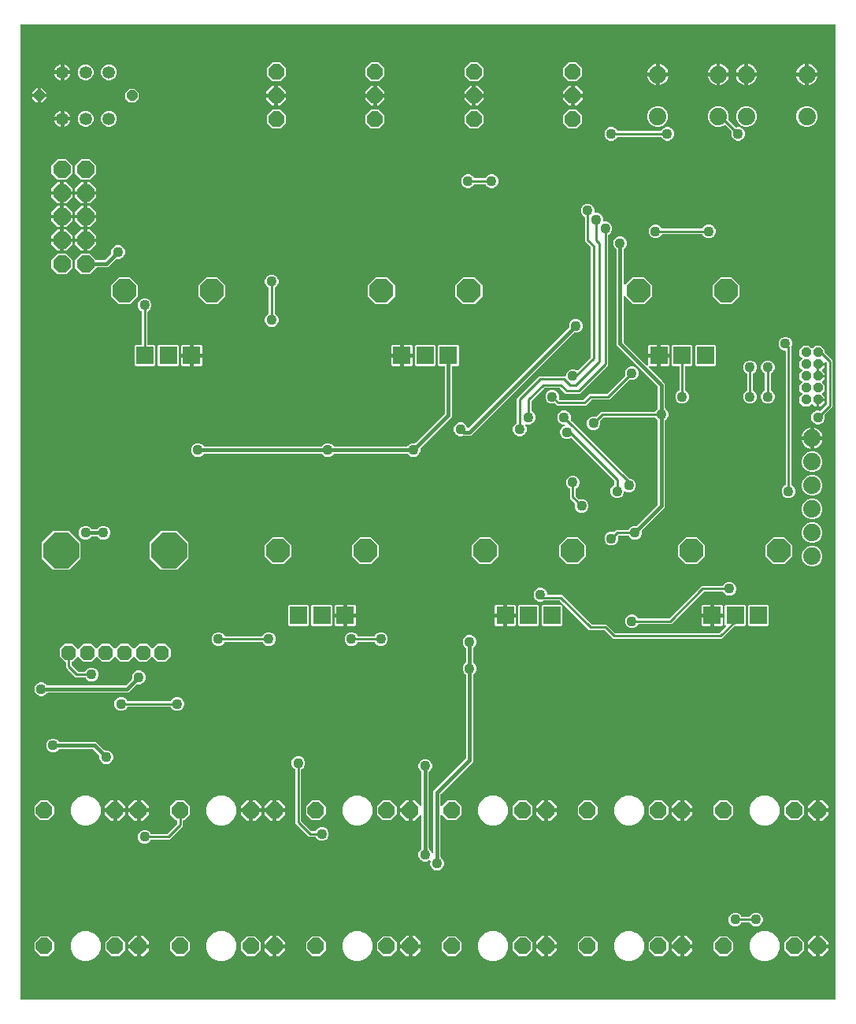
<source format=gbr>
G04 EAGLE Gerber RS-274X export*
G75*
%MOMM*%
%FSLAX34Y34*%
%LPD*%
%INBottom Copper*%
%IPPOS*%
%AMOC8*
5,1,8,0,0,1.08239X$1,22.5*%
G01*
%ADD10P,1.154694X8X292.500000*%
%ADD11C,1.879600*%
%ADD12P,2.034460X8X112.500000*%
%ADD13R,1.879600X1.879600*%
%ADD14P,2.749271X8X112.500000*%
%ADD15C,1.350000*%
%ADD16P,1.197556X8X22.500000*%
%ADD17P,1.814519X8X202.500000*%
%ADD18P,1.731824X8X22.500000*%
%ADD19P,4.130400X8X112.500000*%
%ADD20P,1.924489X8X112.500000*%
%ADD21C,1.108000*%
%ADD22C,0.254000*%
%ADD23C,0.406400*%

G36*
X881946Y6105D02*
X881946Y6105D01*
X882004Y6103D01*
X882086Y6125D01*
X882170Y6137D01*
X882223Y6160D01*
X882279Y6175D01*
X882352Y6218D01*
X882429Y6253D01*
X882474Y6291D01*
X882524Y6320D01*
X882582Y6382D01*
X882646Y6436D01*
X882678Y6485D01*
X882718Y6528D01*
X882757Y6603D01*
X882804Y6673D01*
X882821Y6729D01*
X882848Y6781D01*
X882859Y6849D01*
X882889Y6944D01*
X882892Y7044D01*
X882903Y7112D01*
X882903Y1053338D01*
X882895Y1053396D01*
X882897Y1053454D01*
X882875Y1053536D01*
X882863Y1053620D01*
X882840Y1053673D01*
X882825Y1053729D01*
X882782Y1053802D01*
X882747Y1053879D01*
X882709Y1053924D01*
X882680Y1053974D01*
X882618Y1054032D01*
X882564Y1054096D01*
X882515Y1054128D01*
X882472Y1054168D01*
X882397Y1054207D01*
X882327Y1054254D01*
X882271Y1054271D01*
X882219Y1054298D01*
X882151Y1054309D01*
X882056Y1054339D01*
X881956Y1054342D01*
X881888Y1054353D01*
X7112Y1054353D01*
X7054Y1054345D01*
X6996Y1054347D01*
X6914Y1054325D01*
X6830Y1054313D01*
X6777Y1054290D01*
X6721Y1054275D01*
X6648Y1054232D01*
X6571Y1054197D01*
X6526Y1054159D01*
X6476Y1054130D01*
X6418Y1054068D01*
X6354Y1054014D01*
X6322Y1053965D01*
X6282Y1053922D01*
X6243Y1053847D01*
X6196Y1053777D01*
X6179Y1053721D01*
X6152Y1053669D01*
X6141Y1053601D01*
X6111Y1053506D01*
X6108Y1053406D01*
X6097Y1053338D01*
X6097Y7112D01*
X6105Y7054D01*
X6103Y6996D01*
X6125Y6914D01*
X6137Y6830D01*
X6160Y6777D01*
X6175Y6721D01*
X6218Y6648D01*
X6253Y6571D01*
X6291Y6526D01*
X6320Y6476D01*
X6382Y6418D01*
X6436Y6354D01*
X6485Y6322D01*
X6528Y6282D01*
X6603Y6243D01*
X6673Y6196D01*
X6729Y6179D01*
X6781Y6152D01*
X6849Y6141D01*
X6944Y6111D01*
X7044Y6108D01*
X7112Y6097D01*
X881888Y6097D01*
X881946Y6105D01*
G37*
%LPC*%
G36*
X541469Y611806D02*
X541469Y611806D01*
X538779Y612921D01*
X536721Y614979D01*
X535606Y617669D01*
X535606Y620581D01*
X536721Y623271D01*
X538779Y625330D01*
X539250Y625524D01*
X539251Y625525D01*
X539252Y625526D01*
X539373Y625597D01*
X539494Y625669D01*
X539495Y625670D01*
X539497Y625671D01*
X539593Y625773D01*
X539690Y625875D01*
X539690Y625877D01*
X539691Y625878D01*
X539756Y626004D01*
X539820Y626128D01*
X539820Y626130D01*
X539821Y626131D01*
X539823Y626145D01*
X539875Y626407D01*
X539872Y626438D01*
X539876Y626462D01*
X539876Y652138D01*
X563887Y676149D01*
X591741Y676149D01*
X591799Y676157D01*
X591857Y676155D01*
X591939Y676177D01*
X592023Y676189D01*
X592076Y676212D01*
X592132Y676227D01*
X592205Y676270D01*
X592282Y676305D01*
X592327Y676343D01*
X592377Y676372D01*
X592435Y676434D01*
X592499Y676488D01*
X592531Y676537D01*
X592571Y676580D01*
X592610Y676655D01*
X592657Y676725D01*
X592674Y676781D01*
X592701Y676833D01*
X592712Y676901D01*
X592742Y676996D01*
X592745Y677096D01*
X592756Y677164D01*
X592756Y677731D01*
X593871Y680421D01*
X595929Y682479D01*
X598619Y683594D01*
X601531Y683594D01*
X604246Y682469D01*
X604248Y682469D01*
X604249Y682468D01*
X604383Y682434D01*
X604521Y682398D01*
X604523Y682398D01*
X604525Y682398D01*
X604665Y682402D01*
X604806Y682406D01*
X604807Y682407D01*
X604809Y682407D01*
X604941Y682450D01*
X605076Y682493D01*
X605078Y682494D01*
X605079Y682494D01*
X605091Y682503D01*
X605312Y682651D01*
X605332Y682675D01*
X605353Y682689D01*
X618954Y696290D01*
X619006Y696360D01*
X619066Y696424D01*
X619092Y696474D01*
X619125Y696518D01*
X619156Y696599D01*
X619196Y696677D01*
X619204Y696725D01*
X619226Y696783D01*
X619238Y696931D01*
X619251Y697008D01*
X619251Y814292D01*
X619244Y814341D01*
X619245Y814352D01*
X619241Y814368D01*
X619239Y814378D01*
X619236Y814466D01*
X619219Y814518D01*
X619211Y814573D01*
X619176Y814653D01*
X619149Y814736D01*
X619121Y814775D01*
X619095Y814833D01*
X618999Y814946D01*
X618954Y815010D01*
X612901Y821062D01*
X612901Y846738D01*
X612901Y846739D01*
X612901Y846741D01*
X612893Y846795D01*
X612895Y846840D01*
X612878Y846905D01*
X612861Y847019D01*
X612861Y847021D01*
X612861Y847022D01*
X612828Y847093D01*
X612823Y847115D01*
X612805Y847144D01*
X612804Y847148D01*
X612745Y847279D01*
X612744Y847280D01*
X612743Y847281D01*
X612679Y847357D01*
X612678Y847360D01*
X612674Y847363D01*
X612656Y847385D01*
X612562Y847496D01*
X612560Y847497D01*
X612559Y847498D01*
X612546Y847506D01*
X612325Y847653D01*
X612296Y847662D01*
X612275Y847676D01*
X611804Y847870D01*
X609746Y849929D01*
X608631Y852619D01*
X608631Y855531D01*
X609746Y858221D01*
X611804Y860279D01*
X614494Y861394D01*
X617406Y861394D01*
X620096Y860279D01*
X622154Y858221D01*
X623269Y855531D01*
X623269Y852884D01*
X623277Y852826D01*
X623275Y852768D01*
X623297Y852686D01*
X623309Y852602D01*
X623332Y852549D01*
X623347Y852493D01*
X623390Y852420D01*
X623425Y852343D01*
X623463Y852298D01*
X623492Y852248D01*
X623554Y852190D01*
X623608Y852126D01*
X623657Y852094D01*
X623700Y852054D01*
X623775Y852015D01*
X623845Y851968D01*
X623901Y851951D01*
X623953Y851924D01*
X624021Y851913D01*
X624116Y851883D01*
X624216Y851880D01*
X624284Y851869D01*
X626931Y851869D01*
X629621Y850754D01*
X631679Y848696D01*
X632794Y846006D01*
X632794Y843359D01*
X632802Y843301D01*
X632800Y843243D01*
X632822Y843161D01*
X632834Y843077D01*
X632857Y843024D01*
X632872Y842968D01*
X632915Y842895D01*
X632950Y842818D01*
X632988Y842773D01*
X633017Y842723D01*
X633079Y842665D01*
X633133Y842601D01*
X633182Y842569D01*
X633225Y842529D01*
X633300Y842490D01*
X633370Y842443D01*
X633426Y842426D01*
X633478Y842399D01*
X633546Y842388D01*
X633641Y842358D01*
X633741Y842355D01*
X633809Y842344D01*
X636456Y842344D01*
X639146Y841229D01*
X641204Y839171D01*
X642319Y836481D01*
X642319Y833569D01*
X641204Y830879D01*
X639146Y828820D01*
X638675Y828626D01*
X638674Y828625D01*
X638673Y828624D01*
X638552Y828553D01*
X638431Y828481D01*
X638430Y828480D01*
X638428Y828479D01*
X638330Y828374D01*
X638235Y828275D01*
X638235Y828273D01*
X638234Y828272D01*
X638169Y828146D01*
X638105Y828022D01*
X638105Y828020D01*
X638104Y828019D01*
X638102Y828004D01*
X638050Y827743D01*
X638053Y827712D01*
X638049Y827688D01*
X638049Y687712D01*
X607688Y657351D01*
X592462Y657351D01*
X586410Y663404D01*
X586340Y663456D01*
X586276Y663516D01*
X586226Y663542D01*
X586182Y663575D01*
X586101Y663606D01*
X586023Y663646D01*
X585975Y663654D01*
X585917Y663676D01*
X585769Y663688D01*
X585692Y663701D01*
X570008Y663701D01*
X569922Y663689D01*
X569834Y663686D01*
X569782Y663669D01*
X569727Y663661D01*
X569647Y663626D01*
X569564Y663599D01*
X569525Y663571D01*
X569467Y663545D01*
X569354Y663449D01*
X569290Y663404D01*
X555796Y649910D01*
X555744Y649840D01*
X555684Y649776D01*
X555658Y649726D01*
X555625Y649682D01*
X555594Y649601D01*
X555554Y649523D01*
X555546Y649475D01*
X555524Y649417D01*
X555512Y649269D01*
X555499Y649192D01*
X555499Y639162D01*
X555499Y639161D01*
X555499Y639159D01*
X555519Y639018D01*
X555539Y638881D01*
X555539Y638879D01*
X555539Y638878D01*
X555597Y638750D01*
X555655Y638621D01*
X555656Y638620D01*
X555657Y638619D01*
X555748Y638512D01*
X555838Y638404D01*
X555840Y638403D01*
X555841Y638402D01*
X555854Y638394D01*
X556075Y638247D01*
X556104Y638238D01*
X556125Y638224D01*
X556596Y638030D01*
X558654Y635971D01*
X559769Y633281D01*
X559769Y630369D01*
X558654Y627679D01*
X556596Y625621D01*
X553906Y624506D01*
X550994Y624506D01*
X550390Y624757D01*
X550362Y624764D01*
X550336Y624777D01*
X550224Y624799D01*
X550115Y624827D01*
X550085Y624827D01*
X550057Y624832D01*
X549944Y624823D01*
X549831Y624819D01*
X549803Y624810D01*
X549773Y624808D01*
X549668Y624767D01*
X549560Y624733D01*
X549535Y624716D01*
X549508Y624706D01*
X549418Y624637D01*
X549324Y624574D01*
X549305Y624552D01*
X549281Y624534D01*
X549213Y624443D01*
X549141Y624357D01*
X549129Y624330D01*
X549111Y624307D01*
X549071Y624200D01*
X549025Y624097D01*
X549021Y624068D01*
X549011Y624041D01*
X549002Y623928D01*
X548986Y623815D01*
X548990Y623786D01*
X548988Y623757D01*
X549006Y623681D01*
X549027Y623534D01*
X549053Y623477D01*
X549064Y623430D01*
X550244Y620581D01*
X550244Y617669D01*
X549129Y614979D01*
X547071Y612921D01*
X544381Y611806D01*
X541469Y611806D01*
G37*
%LPD*%
%LPC*%
G36*
X639894Y494331D02*
X639894Y494331D01*
X637204Y495446D01*
X635146Y497504D01*
X634031Y500194D01*
X634031Y503106D01*
X635146Y505796D01*
X637204Y507854D01*
X639894Y508969D01*
X642806Y508969D01*
X643276Y508774D01*
X643278Y508774D01*
X643279Y508773D01*
X643411Y508739D01*
X643551Y508703D01*
X643553Y508703D01*
X643554Y508703D01*
X643696Y508707D01*
X643835Y508711D01*
X643837Y508712D01*
X643839Y508712D01*
X643976Y508756D01*
X644106Y508798D01*
X644108Y508799D01*
X644109Y508799D01*
X644122Y508808D01*
X644342Y508956D01*
X644362Y508979D01*
X644382Y508994D01*
X646437Y511049D01*
X659413Y511049D01*
X659414Y511049D01*
X659416Y511049D01*
X659557Y511069D01*
X659694Y511089D01*
X659696Y511089D01*
X659697Y511089D01*
X659825Y511147D01*
X659954Y511205D01*
X659955Y511206D01*
X659956Y511207D01*
X660063Y511298D01*
X660171Y511388D01*
X660172Y511390D01*
X660173Y511391D01*
X660181Y511404D01*
X660328Y511625D01*
X660337Y511654D01*
X660351Y511675D01*
X660545Y512146D01*
X662604Y514204D01*
X665294Y515319D01*
X668259Y515319D01*
X668346Y515331D01*
X668433Y515334D01*
X668486Y515351D01*
X668541Y515359D01*
X668620Y515394D01*
X668704Y515421D01*
X668743Y515449D01*
X668800Y515475D01*
X668913Y515571D01*
X668977Y515616D01*
X691217Y537856D01*
X691269Y537926D01*
X691329Y537990D01*
X691355Y538039D01*
X691388Y538083D01*
X691419Y538165D01*
X691459Y538243D01*
X691467Y538290D01*
X691489Y538349D01*
X691501Y538497D01*
X691514Y538574D01*
X691514Y628040D01*
X691502Y628127D01*
X691499Y628214D01*
X691482Y628267D01*
X691474Y628321D01*
X691439Y628401D01*
X691412Y628484D01*
X691384Y628524D01*
X691358Y628581D01*
X691262Y628694D01*
X691217Y628758D01*
X689120Y630854D01*
X688926Y631325D01*
X688925Y631326D01*
X688924Y631327D01*
X688853Y631448D01*
X688781Y631569D01*
X688780Y631570D01*
X688779Y631572D01*
X688675Y631669D01*
X688575Y631765D01*
X688573Y631765D01*
X688572Y631766D01*
X688446Y631830D01*
X688322Y631895D01*
X688320Y631895D01*
X688319Y631896D01*
X688304Y631898D01*
X688043Y631950D01*
X688012Y631947D01*
X687988Y631951D01*
X633508Y631951D01*
X633422Y631939D01*
X633334Y631936D01*
X633282Y631919D01*
X633227Y631911D01*
X633147Y631876D01*
X633064Y631849D01*
X633025Y631821D01*
X632967Y631795D01*
X632854Y631699D01*
X632790Y631654D01*
X629644Y628507D01*
X629643Y628506D01*
X629642Y628505D01*
X629557Y628392D01*
X629473Y628280D01*
X629473Y628279D01*
X629472Y628278D01*
X629422Y628147D01*
X629372Y628015D01*
X629372Y628013D01*
X629371Y628012D01*
X629360Y627873D01*
X629348Y627731D01*
X629349Y627730D01*
X629349Y627728D01*
X629352Y627713D01*
X629404Y627453D01*
X629418Y627425D01*
X629424Y627401D01*
X629619Y626931D01*
X629619Y624019D01*
X628504Y621329D01*
X626446Y619271D01*
X623756Y618156D01*
X620844Y618156D01*
X618154Y619271D01*
X616096Y621329D01*
X614981Y624019D01*
X614981Y626931D01*
X616096Y629621D01*
X618154Y631679D01*
X620844Y632794D01*
X623756Y632794D01*
X624226Y632599D01*
X624228Y632599D01*
X624229Y632598D01*
X624362Y632564D01*
X624501Y632528D01*
X624503Y632528D01*
X624504Y632528D01*
X624645Y632532D01*
X624785Y632536D01*
X624787Y632537D01*
X624789Y632537D01*
X624924Y632581D01*
X625056Y632623D01*
X625058Y632624D01*
X625059Y632624D01*
X625072Y632633D01*
X625292Y632781D01*
X625312Y632804D01*
X625332Y632819D01*
X628479Y635965D01*
X628479Y635966D01*
X630562Y638049D01*
X687988Y638049D01*
X687989Y638049D01*
X687991Y638049D01*
X688132Y638069D01*
X688269Y638089D01*
X688271Y638089D01*
X688272Y638089D01*
X688400Y638147D01*
X688529Y638205D01*
X688530Y638206D01*
X688531Y638207D01*
X688638Y638298D01*
X688746Y638388D01*
X688747Y638390D01*
X688748Y638391D01*
X688756Y638404D01*
X688903Y638625D01*
X688912Y638654D01*
X688926Y638675D01*
X689120Y639146D01*
X691217Y641242D01*
X691269Y641312D01*
X691329Y641376D01*
X691355Y641425D01*
X691388Y641469D01*
X691419Y641551D01*
X691459Y641629D01*
X691467Y641677D01*
X691489Y641735D01*
X691501Y641883D01*
X691514Y641960D01*
X691514Y664751D01*
X691502Y664838D01*
X691499Y664925D01*
X691482Y664978D01*
X691474Y665033D01*
X691439Y665112D01*
X691412Y665196D01*
X691384Y665235D01*
X691358Y665292D01*
X691262Y665405D01*
X691217Y665469D01*
X647064Y709622D01*
X647064Y812190D01*
X647052Y812277D01*
X647049Y812364D01*
X647032Y812417D01*
X647024Y812471D01*
X646989Y812551D01*
X646962Y812634D01*
X646934Y812674D01*
X646908Y812731D01*
X646850Y812800D01*
X646825Y812841D01*
X646793Y812871D01*
X646767Y812908D01*
X644671Y815004D01*
X643556Y817694D01*
X643556Y820606D01*
X644671Y823296D01*
X646729Y825354D01*
X649419Y826469D01*
X652331Y826469D01*
X655021Y825354D01*
X657079Y823296D01*
X658194Y820606D01*
X658194Y817694D01*
X657079Y815004D01*
X654983Y812908D01*
X654970Y812891D01*
X654958Y812881D01*
X654928Y812836D01*
X654871Y812774D01*
X654845Y812725D01*
X654812Y812681D01*
X654781Y812599D01*
X654741Y812521D01*
X654733Y812473D01*
X654711Y812415D01*
X654699Y812267D01*
X654686Y812190D01*
X654686Y775413D01*
X654690Y775384D01*
X654687Y775354D01*
X654710Y775243D01*
X654726Y775131D01*
X654738Y775105D01*
X654743Y775076D01*
X654795Y774975D01*
X654842Y774872D01*
X654861Y774849D01*
X654874Y774823D01*
X654952Y774741D01*
X655025Y774655D01*
X655050Y774639D01*
X655070Y774617D01*
X655168Y774560D01*
X655262Y774497D01*
X655290Y774488D01*
X655315Y774474D01*
X655425Y774446D01*
X655533Y774411D01*
X655563Y774411D01*
X655591Y774403D01*
X655704Y774407D01*
X655817Y774404D01*
X655846Y774412D01*
X655875Y774413D01*
X655983Y774447D01*
X656092Y774476D01*
X656118Y774491D01*
X656146Y774500D01*
X656209Y774546D01*
X656337Y774621D01*
X656380Y774667D01*
X656419Y774695D01*
X664553Y782829D01*
X676547Y782829D01*
X685029Y774347D01*
X685029Y762353D01*
X676547Y753871D01*
X664553Y753871D01*
X656419Y762005D01*
X656395Y762023D01*
X656376Y762045D01*
X656282Y762108D01*
X656192Y762176D01*
X656164Y762186D01*
X656140Y762203D01*
X656032Y762237D01*
X655926Y762277D01*
X655897Y762280D01*
X655869Y762289D01*
X655755Y762291D01*
X655643Y762301D01*
X655614Y762295D01*
X655585Y762296D01*
X655475Y762267D01*
X655364Y762245D01*
X655338Y762231D01*
X655310Y762224D01*
X655212Y762166D01*
X655112Y762114D01*
X655090Y762094D01*
X655065Y762079D01*
X654988Y761996D01*
X654906Y761918D01*
X654891Y761893D01*
X654871Y761871D01*
X654819Y761771D01*
X654762Y761673D01*
X654755Y761644D01*
X654741Y761618D01*
X654728Y761541D01*
X654692Y761397D01*
X654694Y761335D01*
X654686Y761287D01*
X654686Y713199D01*
X654698Y713112D01*
X654701Y713025D01*
X654718Y712972D01*
X654726Y712917D01*
X654761Y712838D01*
X654788Y712754D01*
X654816Y712715D01*
X654842Y712658D01*
X654938Y712545D01*
X654983Y712481D01*
X679386Y688078D01*
X679410Y688060D01*
X679429Y688038D01*
X679523Y687975D01*
X679613Y687907D01*
X679641Y687897D01*
X679665Y687880D01*
X679773Y687846D01*
X679879Y687806D01*
X679908Y687803D01*
X679936Y687795D01*
X680050Y687792D01*
X680162Y687782D01*
X680191Y687788D01*
X680220Y687787D01*
X680330Y687816D01*
X680441Y687838D01*
X680467Y687852D01*
X680495Y687859D01*
X680593Y687917D01*
X680693Y687969D01*
X680715Y687989D01*
X680740Y688004D01*
X680817Y688087D01*
X680899Y688165D01*
X680914Y688190D01*
X680934Y688212D01*
X680986Y688313D01*
X681043Y688410D01*
X681050Y688439D01*
X681064Y688465D01*
X681077Y688542D01*
X681113Y688686D01*
X681111Y688748D01*
X681119Y688796D01*
X681119Y696319D01*
X690519Y696319D01*
X690519Y686919D01*
X682996Y686919D01*
X682967Y686915D01*
X682938Y686918D01*
X682827Y686895D01*
X682714Y686879D01*
X682688Y686867D01*
X682659Y686862D01*
X682558Y686810D01*
X682455Y686763D01*
X682433Y686744D01*
X682407Y686731D01*
X682325Y686653D01*
X682238Y686580D01*
X682222Y686555D01*
X682200Y686535D01*
X682143Y686437D01*
X682080Y686343D01*
X682072Y686315D01*
X682057Y686290D01*
X682029Y686180D01*
X681995Y686072D01*
X681994Y686042D01*
X681987Y686014D01*
X681990Y685901D01*
X681987Y685788D01*
X681995Y685759D01*
X681996Y685730D01*
X682031Y685622D01*
X682059Y685513D01*
X682074Y685487D01*
X682083Y685459D01*
X682129Y685396D01*
X682204Y685268D01*
X682250Y685225D01*
X682278Y685186D01*
X696606Y670858D01*
X699136Y668328D01*
X699136Y641960D01*
X699148Y641873D01*
X699151Y641786D01*
X699168Y641733D01*
X699176Y641679D01*
X699211Y641599D01*
X699238Y641516D01*
X699266Y641476D01*
X699292Y641419D01*
X699388Y641306D01*
X699433Y641242D01*
X701529Y639146D01*
X702644Y636456D01*
X702644Y633544D01*
X701529Y630854D01*
X699433Y628758D01*
X699381Y628688D01*
X699321Y628624D01*
X699295Y628575D01*
X699262Y628531D01*
X699231Y628449D01*
X699191Y628371D01*
X699183Y628323D01*
X699161Y628265D01*
X699149Y628117D01*
X699136Y628040D01*
X699136Y534997D01*
X674366Y510227D01*
X674314Y510157D01*
X674254Y510093D01*
X674228Y510044D01*
X674195Y510000D01*
X674164Y509918D01*
X674124Y509840D01*
X674116Y509793D01*
X674094Y509734D01*
X674082Y509586D01*
X674069Y509509D01*
X674069Y506544D01*
X672954Y503854D01*
X670896Y501796D01*
X668206Y500681D01*
X665294Y500681D01*
X662604Y501796D01*
X660545Y503854D01*
X660351Y504325D01*
X660350Y504326D01*
X660349Y504327D01*
X660278Y504448D01*
X660206Y504569D01*
X660205Y504570D01*
X660204Y504572D01*
X660100Y504669D01*
X660000Y504765D01*
X659998Y504765D01*
X659997Y504766D01*
X659871Y504831D01*
X659747Y504895D01*
X659745Y504895D01*
X659744Y504896D01*
X659729Y504898D01*
X659468Y504950D01*
X659437Y504947D01*
X659413Y504951D01*
X649424Y504951D01*
X649310Y504935D01*
X649196Y504925D01*
X649170Y504915D01*
X649142Y504911D01*
X649037Y504864D01*
X648930Y504823D01*
X648908Y504807D01*
X648883Y504795D01*
X648795Y504721D01*
X648704Y504652D01*
X648687Y504629D01*
X648666Y504612D01*
X648602Y504516D01*
X648533Y504424D01*
X648524Y504398D01*
X648508Y504375D01*
X648474Y504265D01*
X648433Y504158D01*
X648431Y504130D01*
X648422Y504104D01*
X648420Y503989D01*
X648410Y503875D01*
X648416Y503850D01*
X648415Y503820D01*
X648482Y503563D01*
X648486Y503547D01*
X648669Y503106D01*
X648669Y500194D01*
X647554Y497504D01*
X645496Y495446D01*
X642806Y494331D01*
X639894Y494331D01*
G37*
%LPD*%
%LPC*%
G36*
X452569Y145081D02*
X452569Y145081D01*
X449879Y146196D01*
X447821Y148254D01*
X446706Y150944D01*
X446706Y153856D01*
X446957Y154460D01*
X446964Y154488D01*
X446977Y154514D01*
X446999Y154626D01*
X447027Y154735D01*
X447027Y154765D01*
X447032Y154793D01*
X447023Y154906D01*
X447019Y155019D01*
X447010Y155047D01*
X447008Y155077D01*
X446967Y155182D01*
X446933Y155290D01*
X446916Y155315D01*
X446906Y155342D01*
X446837Y155432D01*
X446774Y155526D01*
X446752Y155545D01*
X446734Y155569D01*
X446643Y155637D01*
X446557Y155709D01*
X446530Y155721D01*
X446507Y155739D01*
X446400Y155779D01*
X446297Y155825D01*
X446268Y155829D01*
X446241Y155839D01*
X446128Y155848D01*
X446015Y155864D01*
X445986Y155860D01*
X445957Y155862D01*
X445881Y155844D01*
X445734Y155823D01*
X445677Y155797D01*
X445630Y155786D01*
X442781Y154606D01*
X439869Y154606D01*
X437179Y155721D01*
X435121Y157779D01*
X434006Y160469D01*
X434006Y163381D01*
X435121Y166071D01*
X437217Y168167D01*
X437269Y168237D01*
X437329Y168301D01*
X437355Y168350D01*
X437388Y168394D01*
X437419Y168476D01*
X437459Y168554D01*
X437467Y168602D01*
X437489Y168660D01*
X437501Y168808D01*
X437514Y168885D01*
X437514Y203716D01*
X437510Y203745D01*
X437513Y203774D01*
X437490Y203886D01*
X437474Y203998D01*
X437462Y204024D01*
X437457Y204053D01*
X437405Y204154D01*
X437358Y204257D01*
X437339Y204280D01*
X437326Y204306D01*
X437248Y204388D01*
X437175Y204474D01*
X437150Y204490D01*
X437130Y204512D01*
X437032Y204569D01*
X436938Y204632D01*
X436910Y204641D01*
X436885Y204655D01*
X436775Y204683D01*
X436667Y204717D01*
X436637Y204718D01*
X436609Y204725D01*
X436496Y204722D01*
X436383Y204725D01*
X436354Y204717D01*
X436325Y204716D01*
X436217Y204682D01*
X436108Y204653D01*
X436082Y204638D01*
X436054Y204629D01*
X435991Y204583D01*
X435863Y204508D01*
X435820Y204462D01*
X435781Y204434D01*
X429974Y198627D01*
X427481Y198627D01*
X427481Y208534D01*
X427473Y208592D01*
X427475Y208650D01*
X427453Y208732D01*
X427441Y208815D01*
X427417Y208869D01*
X427403Y208925D01*
X427360Y208998D01*
X427325Y209075D01*
X427287Y209119D01*
X427257Y209170D01*
X427196Y209227D01*
X427141Y209292D01*
X427093Y209324D01*
X427050Y209364D01*
X426975Y209403D01*
X426905Y209449D01*
X426849Y209467D01*
X426797Y209494D01*
X426729Y209505D01*
X426634Y209535D01*
X426534Y209538D01*
X426466Y209549D01*
X425449Y209549D01*
X425449Y209551D01*
X426466Y209551D01*
X426524Y209559D01*
X426582Y209558D01*
X426664Y209579D01*
X426747Y209591D01*
X426801Y209615D01*
X426857Y209629D01*
X426930Y209672D01*
X427007Y209707D01*
X427052Y209745D01*
X427102Y209775D01*
X427160Y209836D01*
X427224Y209891D01*
X427256Y209939D01*
X427296Y209982D01*
X427335Y210057D01*
X427381Y210127D01*
X427399Y210183D01*
X427426Y210235D01*
X427437Y210303D01*
X427467Y210398D01*
X427470Y210498D01*
X427481Y210566D01*
X427481Y220473D01*
X429974Y220473D01*
X435781Y214666D01*
X435805Y214648D01*
X435824Y214626D01*
X435918Y214563D01*
X436008Y214495D01*
X436036Y214485D01*
X436060Y214468D01*
X436168Y214434D01*
X436274Y214394D01*
X436303Y214391D01*
X436331Y214383D01*
X436445Y214380D01*
X436557Y214370D01*
X436586Y214376D01*
X436615Y214375D01*
X436725Y214404D01*
X436836Y214426D01*
X436862Y214440D01*
X436890Y214447D01*
X436988Y214505D01*
X437088Y214557D01*
X437110Y214577D01*
X437135Y214592D01*
X437212Y214675D01*
X437294Y214753D01*
X437309Y214778D01*
X437329Y214800D01*
X437381Y214900D01*
X437438Y214998D01*
X437445Y215027D01*
X437459Y215053D01*
X437472Y215130D01*
X437508Y215274D01*
X437506Y215336D01*
X437514Y215384D01*
X437514Y250215D01*
X437502Y250302D01*
X437499Y250389D01*
X437482Y250442D01*
X437474Y250496D01*
X437439Y250576D01*
X437412Y250659D01*
X437384Y250699D01*
X437358Y250756D01*
X437262Y250869D01*
X437217Y250933D01*
X435121Y253029D01*
X434006Y255719D01*
X434006Y258631D01*
X435121Y261321D01*
X437179Y263379D01*
X439869Y264494D01*
X442781Y264494D01*
X445471Y263379D01*
X447529Y261321D01*
X448644Y258631D01*
X448644Y255719D01*
X447529Y253029D01*
X445433Y250933D01*
X445381Y250863D01*
X445321Y250799D01*
X445295Y250750D01*
X445262Y250706D01*
X445231Y250624D01*
X445191Y250546D01*
X445183Y250498D01*
X445161Y250440D01*
X445149Y250292D01*
X445136Y250215D01*
X445136Y168885D01*
X445148Y168798D01*
X445151Y168711D01*
X445168Y168658D01*
X445176Y168604D01*
X445211Y168524D01*
X445238Y168441D01*
X445266Y168401D01*
X445292Y168344D01*
X445388Y168231D01*
X445433Y168167D01*
X447530Y166071D01*
X448261Y164305D01*
X448305Y164231D01*
X448340Y164152D01*
X448377Y164109D01*
X448406Y164060D01*
X448468Y164001D01*
X448524Y163935D01*
X448571Y163904D01*
X448612Y163865D01*
X448689Y163825D01*
X448760Y163778D01*
X448814Y163760D01*
X448865Y163734D01*
X448949Y163718D01*
X449031Y163692D01*
X449088Y163690D01*
X449144Y163679D01*
X449229Y163687D01*
X449315Y163685D01*
X449370Y163699D01*
X449427Y163704D01*
X449507Y163735D01*
X449590Y163756D01*
X449639Y163785D01*
X449692Y163806D01*
X449761Y163858D01*
X449835Y163902D01*
X449874Y163943D01*
X449919Y163977D01*
X449971Y164046D01*
X450029Y164109D01*
X450055Y164160D01*
X450089Y164205D01*
X450120Y164286D01*
X450159Y164362D01*
X450167Y164411D01*
X450190Y164471D01*
X450201Y164616D01*
X450214Y164693D01*
X450214Y230178D01*
X484842Y264806D01*
X484894Y264876D01*
X484954Y264940D01*
X484980Y264989D01*
X485013Y265033D01*
X485044Y265115D01*
X485084Y265193D01*
X485092Y265240D01*
X485114Y265299D01*
X485126Y265447D01*
X485139Y265524D01*
X485139Y354990D01*
X485127Y355077D01*
X485124Y355164D01*
X485107Y355217D01*
X485099Y355271D01*
X485064Y355351D01*
X485037Y355434D01*
X485009Y355474D01*
X484983Y355531D01*
X484887Y355644D01*
X484842Y355708D01*
X482746Y357804D01*
X481631Y360494D01*
X481631Y363406D01*
X482746Y366096D01*
X484842Y368192D01*
X484894Y368262D01*
X484954Y368326D01*
X484980Y368375D01*
X485013Y368419D01*
X485044Y368501D01*
X485084Y368579D01*
X485092Y368627D01*
X485114Y368685D01*
X485126Y368833D01*
X485139Y368910D01*
X485139Y383565D01*
X485127Y383652D01*
X485124Y383739D01*
X485107Y383792D01*
X485099Y383846D01*
X485064Y383926D01*
X485037Y384009D01*
X485009Y384049D01*
X484983Y384106D01*
X484887Y384219D01*
X484842Y384283D01*
X482746Y386379D01*
X481631Y389069D01*
X481631Y391981D01*
X482746Y394671D01*
X484804Y396729D01*
X487494Y397844D01*
X490406Y397844D01*
X493096Y396729D01*
X495154Y394671D01*
X496269Y391981D01*
X496269Y389069D01*
X495154Y386379D01*
X493058Y384283D01*
X493006Y384213D01*
X492946Y384149D01*
X492920Y384100D01*
X492887Y384056D01*
X492856Y383974D01*
X492816Y383896D01*
X492808Y383848D01*
X492786Y383790D01*
X492774Y383642D01*
X492761Y383565D01*
X492761Y368910D01*
X492773Y368823D01*
X492776Y368736D01*
X492793Y368683D01*
X492801Y368629D01*
X492836Y368549D01*
X492863Y368466D01*
X492891Y368426D01*
X492917Y368369D01*
X493013Y368256D01*
X493058Y368192D01*
X495154Y366096D01*
X496269Y363406D01*
X496269Y360494D01*
X495154Y357804D01*
X493058Y355708D01*
X493006Y355638D01*
X492946Y355574D01*
X492920Y355525D01*
X492887Y355481D01*
X492856Y355399D01*
X492816Y355321D01*
X492808Y355273D01*
X492786Y355215D01*
X492774Y355067D01*
X492761Y354990D01*
X492761Y261947D01*
X490231Y259417D01*
X458133Y227319D01*
X458081Y227249D01*
X458021Y227185D01*
X457995Y227136D01*
X457962Y227092D01*
X457931Y227010D01*
X457891Y226932D01*
X457883Y226885D01*
X457861Y226826D01*
X457849Y226678D01*
X457836Y226601D01*
X457836Y215025D01*
X457840Y214996D01*
X457837Y214966D01*
X457860Y214855D01*
X457876Y214743D01*
X457888Y214716D01*
X457893Y214688D01*
X457945Y214587D01*
X457992Y214484D01*
X458011Y214461D01*
X458024Y214435D01*
X458102Y214353D01*
X458175Y214267D01*
X458200Y214250D01*
X458220Y214229D01*
X458318Y214172D01*
X458412Y214109D01*
X458440Y214100D01*
X458465Y214085D01*
X458575Y214058D01*
X458683Y214023D01*
X458713Y214023D01*
X458741Y214015D01*
X458854Y214019D01*
X458967Y214016D01*
X458996Y214023D01*
X459025Y214024D01*
X459133Y214059D01*
X459242Y214088D01*
X459268Y214103D01*
X459296Y214112D01*
X459359Y214157D01*
X459487Y214233D01*
X459530Y214279D01*
X459569Y214307D01*
X465481Y220219D01*
X474319Y220219D01*
X480569Y213969D01*
X480569Y205131D01*
X474319Y198881D01*
X465481Y198881D01*
X459569Y204793D01*
X459545Y204811D01*
X459526Y204833D01*
X459477Y204866D01*
X459440Y204901D01*
X459396Y204923D01*
X459342Y204964D01*
X459314Y204975D01*
X459290Y204991D01*
X459222Y205012D01*
X459187Y205030D01*
X459154Y205036D01*
X459076Y205065D01*
X459047Y205068D01*
X459019Y205077D01*
X458905Y205080D01*
X458880Y205082D01*
X458856Y205086D01*
X458851Y205086D01*
X458844Y205085D01*
X458793Y205089D01*
X458764Y205083D01*
X458735Y205084D01*
X458625Y205055D01*
X458599Y205050D01*
X458569Y205046D01*
X458563Y205043D01*
X458514Y205033D01*
X458488Y205020D01*
X458460Y205012D01*
X458362Y204954D01*
X458344Y204945D01*
X458310Y204930D01*
X458303Y204923D01*
X458262Y204902D01*
X458240Y204882D01*
X458215Y204867D01*
X458138Y204784D01*
X458132Y204779D01*
X458093Y204746D01*
X458086Y204735D01*
X458056Y204706D01*
X458041Y204681D01*
X458021Y204660D01*
X457971Y204563D01*
X457935Y204509D01*
X457930Y204492D01*
X457912Y204461D01*
X457905Y204433D01*
X457891Y204406D01*
X457878Y204329D01*
X457878Y204326D01*
X457850Y204238D01*
X457849Y204214D01*
X457842Y204185D01*
X457844Y204123D01*
X457836Y204075D01*
X457836Y159360D01*
X457843Y159308D01*
X457842Y159283D01*
X457848Y159260D01*
X457851Y159186D01*
X457868Y159133D01*
X457876Y159079D01*
X457911Y158999D01*
X457938Y158916D01*
X457966Y158876D01*
X457992Y158819D01*
X458088Y158706D01*
X458133Y158642D01*
X460229Y156546D01*
X461344Y153856D01*
X461344Y150944D01*
X460229Y148254D01*
X458171Y146196D01*
X455481Y145081D01*
X452569Y145081D01*
G37*
%LPD*%
%LPC*%
G36*
X195394Y589581D02*
X195394Y589581D01*
X192704Y590696D01*
X190646Y592754D01*
X189531Y595444D01*
X189531Y598356D01*
X190646Y601046D01*
X192704Y603104D01*
X195394Y604219D01*
X198306Y604219D01*
X200996Y603104D01*
X203092Y601008D01*
X203162Y600956D01*
X203226Y600896D01*
X203275Y600870D01*
X203319Y600837D01*
X203401Y600806D01*
X203479Y600766D01*
X203527Y600758D01*
X203585Y600736D01*
X203733Y600724D01*
X203810Y600711D01*
X329590Y600711D01*
X329677Y600723D01*
X329764Y600726D01*
X329817Y600743D01*
X329871Y600751D01*
X329951Y600786D01*
X330034Y600813D01*
X330074Y600841D01*
X330131Y600867D01*
X330244Y600963D01*
X330308Y601008D01*
X332404Y603104D01*
X335094Y604219D01*
X338006Y604219D01*
X340696Y603104D01*
X342792Y601008D01*
X342862Y600956D01*
X342926Y600896D01*
X342975Y600870D01*
X343019Y600837D01*
X343101Y600806D01*
X343179Y600766D01*
X343227Y600758D01*
X343285Y600736D01*
X343433Y600724D01*
X343510Y600711D01*
X421665Y600711D01*
X421752Y600723D01*
X421839Y600726D01*
X421892Y600743D01*
X421946Y600751D01*
X422026Y600786D01*
X422109Y600813D01*
X422149Y600841D01*
X422206Y600867D01*
X422319Y600963D01*
X422383Y601008D01*
X424479Y603104D01*
X427169Y604219D01*
X430134Y604219D01*
X430221Y604231D01*
X430308Y604234D01*
X430361Y604251D01*
X430416Y604259D01*
X430495Y604294D01*
X430579Y604321D01*
X430618Y604349D01*
X430675Y604375D01*
X430788Y604471D01*
X430852Y604516D01*
X462217Y635881D01*
X462224Y635891D01*
X462225Y635891D01*
X462227Y635894D01*
X462269Y635951D01*
X462329Y636015D01*
X462355Y636064D01*
X462388Y636108D01*
X462419Y636190D01*
X462459Y636268D01*
X462467Y636315D01*
X462489Y636374D01*
X462501Y636522D01*
X462514Y636599D01*
X462514Y686158D01*
X462506Y686216D01*
X462508Y686274D01*
X462486Y686356D01*
X462474Y686440D01*
X462451Y686493D01*
X462436Y686549D01*
X462393Y686622D01*
X462358Y686699D01*
X462320Y686744D01*
X462291Y686794D01*
X462229Y686852D01*
X462175Y686916D01*
X462126Y686948D01*
X462083Y686988D01*
X462008Y687027D01*
X461938Y687074D01*
X461882Y687091D01*
X461830Y687118D01*
X461762Y687129D01*
X461667Y687159D01*
X461567Y687162D01*
X461499Y687173D01*
X456190Y687173D01*
X455148Y688215D01*
X455148Y708485D01*
X456190Y709527D01*
X476460Y709527D01*
X477502Y708485D01*
X477502Y688215D01*
X476460Y687173D01*
X471151Y687173D01*
X471093Y687165D01*
X471035Y687167D01*
X470953Y687145D01*
X470869Y687133D01*
X470816Y687110D01*
X470760Y687095D01*
X470687Y687052D01*
X470610Y687017D01*
X470565Y686979D01*
X470515Y686950D01*
X470457Y686888D01*
X470393Y686834D01*
X470361Y686785D01*
X470321Y686742D01*
X470282Y686667D01*
X470235Y686597D01*
X470218Y686541D01*
X470191Y686489D01*
X470180Y686421D01*
X470150Y686326D01*
X470147Y686226D01*
X470136Y686158D01*
X470136Y633022D01*
X467606Y630492D01*
X436241Y599127D01*
X436189Y599057D01*
X436129Y598993D01*
X436103Y598944D01*
X436070Y598900D01*
X436039Y598818D01*
X435999Y598740D01*
X435991Y598693D01*
X435969Y598634D01*
X435957Y598486D01*
X435944Y598409D01*
X435944Y595444D01*
X434829Y592754D01*
X432771Y590696D01*
X430081Y589581D01*
X427169Y589581D01*
X424479Y590696D01*
X422383Y592792D01*
X422313Y592844D01*
X422249Y592904D01*
X422200Y592930D01*
X422156Y592963D01*
X422074Y592994D01*
X421996Y593034D01*
X421948Y593042D01*
X421890Y593064D01*
X421742Y593076D01*
X421665Y593089D01*
X343510Y593089D01*
X343423Y593077D01*
X343336Y593074D01*
X343283Y593057D01*
X343229Y593049D01*
X343149Y593014D01*
X343066Y592987D01*
X343026Y592959D01*
X342969Y592933D01*
X342856Y592837D01*
X342792Y592792D01*
X340696Y590696D01*
X338006Y589581D01*
X335094Y589581D01*
X332404Y590696D01*
X330308Y592792D01*
X330238Y592844D01*
X330174Y592904D01*
X330125Y592930D01*
X330081Y592963D01*
X329999Y592994D01*
X329921Y593034D01*
X329873Y593042D01*
X329815Y593064D01*
X329667Y593076D01*
X329590Y593089D01*
X203810Y593089D01*
X203723Y593077D01*
X203636Y593074D01*
X203583Y593057D01*
X203529Y593049D01*
X203449Y593014D01*
X203366Y592987D01*
X203326Y592959D01*
X203269Y592933D01*
X203156Y592837D01*
X203092Y592792D01*
X200996Y590696D01*
X198306Y589581D01*
X195394Y589581D01*
G37*
%LPD*%
%LPC*%
G36*
X81094Y348281D02*
X81094Y348281D01*
X78404Y349396D01*
X76345Y351454D01*
X76151Y351925D01*
X76150Y351926D01*
X76149Y351927D01*
X76078Y352048D01*
X76006Y352169D01*
X76005Y352170D01*
X76004Y352172D01*
X75900Y352269D01*
X75800Y352365D01*
X75798Y352365D01*
X75797Y352366D01*
X75671Y352431D01*
X75547Y352495D01*
X75545Y352495D01*
X75544Y352496D01*
X75529Y352498D01*
X75268Y352550D01*
X75237Y352547D01*
X75213Y352551D01*
X65412Y352551D01*
X63329Y354634D01*
X63329Y354635D01*
X56985Y360979D01*
X56984Y360979D01*
X54901Y363062D01*
X54901Y368156D01*
X54893Y368214D01*
X54895Y368272D01*
X54873Y368354D01*
X54861Y368438D01*
X54838Y368491D01*
X54823Y368547D01*
X54780Y368620D01*
X54745Y368697D01*
X54707Y368742D01*
X54678Y368792D01*
X54616Y368850D01*
X54562Y368914D01*
X54513Y368946D01*
X54470Y368986D01*
X54395Y369025D01*
X54325Y369072D01*
X54269Y369089D01*
X54217Y369116D01*
X54149Y369127D01*
X54054Y369157D01*
X53954Y369160D01*
X53902Y369169D01*
X48171Y374899D01*
X48171Y383001D01*
X53899Y388729D01*
X62001Y388729D01*
X67232Y383497D01*
X67279Y383462D01*
X67319Y383420D01*
X67392Y383377D01*
X67459Y383326D01*
X67514Y383305D01*
X67564Y383276D01*
X67646Y383255D01*
X67725Y383225D01*
X67783Y383220D01*
X67840Y383206D01*
X67924Y383208D01*
X68008Y383201D01*
X68066Y383213D01*
X68124Y383215D01*
X68204Y383241D01*
X68287Y383257D01*
X68339Y383284D01*
X68395Y383302D01*
X68451Y383342D01*
X68539Y383388D01*
X68612Y383457D01*
X68668Y383497D01*
X73900Y388729D01*
X82001Y388729D01*
X87232Y383497D01*
X87279Y383462D01*
X87319Y383420D01*
X87392Y383377D01*
X87459Y383326D01*
X87514Y383305D01*
X87564Y383276D01*
X87646Y383255D01*
X87725Y383225D01*
X87783Y383220D01*
X87840Y383206D01*
X87924Y383208D01*
X88008Y383201D01*
X88066Y383213D01*
X88124Y383215D01*
X88204Y383241D01*
X88287Y383257D01*
X88339Y383284D01*
X88395Y383302D01*
X88451Y383342D01*
X88539Y383388D01*
X88612Y383457D01*
X88668Y383497D01*
X93900Y388729D01*
X102000Y388729D01*
X107232Y383497D01*
X107279Y383462D01*
X107319Y383420D01*
X107392Y383377D01*
X107459Y383326D01*
X107514Y383305D01*
X107564Y383276D01*
X107646Y383255D01*
X107725Y383225D01*
X107783Y383220D01*
X107840Y383206D01*
X107924Y383208D01*
X108008Y383201D01*
X108066Y383213D01*
X108124Y383215D01*
X108204Y383241D01*
X108287Y383257D01*
X108339Y383284D01*
X108395Y383302D01*
X108451Y383342D01*
X108539Y383388D01*
X108612Y383457D01*
X108668Y383497D01*
X113899Y388729D01*
X122000Y388729D01*
X127232Y383497D01*
X127279Y383462D01*
X127319Y383420D01*
X127392Y383377D01*
X127459Y383326D01*
X127514Y383305D01*
X127564Y383276D01*
X127646Y383255D01*
X127725Y383225D01*
X127783Y383220D01*
X127840Y383206D01*
X127924Y383208D01*
X128008Y383201D01*
X128066Y383213D01*
X128124Y383215D01*
X128204Y383241D01*
X128287Y383257D01*
X128339Y383284D01*
X128395Y383302D01*
X128451Y383342D01*
X128539Y383388D01*
X128612Y383457D01*
X128668Y383497D01*
X133899Y388729D01*
X142000Y388729D01*
X147232Y383497D01*
X147279Y383462D01*
X147319Y383420D01*
X147392Y383377D01*
X147459Y383326D01*
X147514Y383305D01*
X147564Y383276D01*
X147646Y383255D01*
X147725Y383225D01*
X147783Y383220D01*
X147840Y383206D01*
X147924Y383208D01*
X148008Y383201D01*
X148066Y383213D01*
X148124Y383215D01*
X148204Y383241D01*
X148287Y383257D01*
X148339Y383284D01*
X148395Y383302D01*
X148451Y383342D01*
X148539Y383388D01*
X148612Y383457D01*
X148668Y383497D01*
X153899Y388729D01*
X162001Y388729D01*
X167729Y383001D01*
X167729Y374899D01*
X162001Y369171D01*
X153899Y369171D01*
X148668Y374403D01*
X148621Y374438D01*
X148581Y374480D01*
X148508Y374523D01*
X148441Y374574D01*
X148386Y374595D01*
X148336Y374624D01*
X148254Y374645D01*
X148175Y374675D01*
X148117Y374680D01*
X148060Y374694D01*
X147976Y374692D01*
X147892Y374699D01*
X147834Y374687D01*
X147776Y374685D01*
X147696Y374659D01*
X147613Y374643D01*
X147561Y374616D01*
X147505Y374598D01*
X147449Y374558D01*
X147361Y374512D01*
X147288Y374443D01*
X147232Y374403D01*
X142000Y369171D01*
X133899Y369171D01*
X128668Y374403D01*
X128621Y374438D01*
X128581Y374480D01*
X128508Y374523D01*
X128441Y374574D01*
X128386Y374595D01*
X128336Y374624D01*
X128254Y374645D01*
X128175Y374675D01*
X128117Y374680D01*
X128060Y374694D01*
X127976Y374692D01*
X127892Y374699D01*
X127834Y374687D01*
X127776Y374685D01*
X127696Y374659D01*
X127613Y374643D01*
X127561Y374616D01*
X127505Y374598D01*
X127449Y374558D01*
X127361Y374512D01*
X127288Y374443D01*
X127232Y374403D01*
X122000Y369171D01*
X113899Y369171D01*
X108668Y374403D01*
X108621Y374438D01*
X108581Y374480D01*
X108508Y374523D01*
X108441Y374574D01*
X108386Y374595D01*
X108336Y374624D01*
X108254Y374645D01*
X108175Y374675D01*
X108117Y374680D01*
X108060Y374694D01*
X107976Y374692D01*
X107892Y374699D01*
X107834Y374687D01*
X107776Y374685D01*
X107696Y374659D01*
X107613Y374643D01*
X107561Y374616D01*
X107505Y374598D01*
X107449Y374558D01*
X107361Y374512D01*
X107288Y374443D01*
X107232Y374403D01*
X102000Y369171D01*
X93900Y369171D01*
X88668Y374403D01*
X88621Y374438D01*
X88581Y374480D01*
X88508Y374523D01*
X88441Y374574D01*
X88386Y374595D01*
X88336Y374624D01*
X88254Y374645D01*
X88175Y374675D01*
X88117Y374680D01*
X88060Y374694D01*
X87976Y374692D01*
X87892Y374699D01*
X87834Y374687D01*
X87776Y374685D01*
X87696Y374659D01*
X87613Y374643D01*
X87561Y374616D01*
X87505Y374598D01*
X87449Y374558D01*
X87361Y374512D01*
X87288Y374443D01*
X87232Y374403D01*
X82001Y369171D01*
X73900Y369171D01*
X68668Y374403D01*
X68621Y374438D01*
X68581Y374480D01*
X68508Y374523D01*
X68441Y374574D01*
X68386Y374595D01*
X68336Y374624D01*
X68254Y374645D01*
X68175Y374675D01*
X68117Y374680D01*
X68060Y374694D01*
X67976Y374692D01*
X67892Y374699D01*
X67834Y374687D01*
X67776Y374685D01*
X67696Y374659D01*
X67613Y374643D01*
X67561Y374616D01*
X67505Y374598D01*
X67449Y374558D01*
X67361Y374512D01*
X67288Y374443D01*
X67232Y374403D01*
X61998Y369169D01*
X61956Y369163D01*
X61898Y369165D01*
X61816Y369143D01*
X61732Y369131D01*
X61679Y369108D01*
X61623Y369093D01*
X61550Y369050D01*
X61473Y369015D01*
X61428Y368977D01*
X61378Y368948D01*
X61320Y368886D01*
X61256Y368832D01*
X61224Y368783D01*
X61184Y368740D01*
X61145Y368665D01*
X61098Y368595D01*
X61081Y368539D01*
X61054Y368487D01*
X61043Y368419D01*
X61013Y368324D01*
X61010Y368224D01*
X60999Y368156D01*
X60999Y366008D01*
X61011Y365922D01*
X61014Y365834D01*
X61031Y365782D01*
X61039Y365727D01*
X61074Y365647D01*
X61101Y365564D01*
X61129Y365525D01*
X61155Y365467D01*
X61251Y365354D01*
X61296Y365290D01*
X67640Y358946D01*
X67710Y358894D01*
X67774Y358834D01*
X67824Y358808D01*
X67868Y358775D01*
X67949Y358744D01*
X68027Y358704D01*
X68075Y358696D01*
X68133Y358674D01*
X68281Y358662D01*
X68358Y358649D01*
X75213Y358649D01*
X75214Y358649D01*
X75216Y358649D01*
X75357Y358669D01*
X75494Y358689D01*
X75496Y358689D01*
X75497Y358689D01*
X75625Y358747D01*
X75754Y358805D01*
X75755Y358806D01*
X75756Y358807D01*
X75863Y358898D01*
X75971Y358988D01*
X75972Y358990D01*
X75973Y358991D01*
X75981Y359004D01*
X76128Y359225D01*
X76137Y359254D01*
X76151Y359275D01*
X76345Y359746D01*
X78404Y361804D01*
X81094Y362919D01*
X84006Y362919D01*
X86696Y361804D01*
X88754Y359746D01*
X89869Y357056D01*
X89869Y354144D01*
X88754Y351454D01*
X86696Y349396D01*
X84006Y348281D01*
X81094Y348281D01*
G37*
%LPD*%
%LPC*%
G36*
X862144Y624506D02*
X862144Y624506D01*
X859454Y625621D01*
X857396Y627679D01*
X856281Y630369D01*
X856281Y633281D01*
X857396Y635971D01*
X859454Y638029D01*
X862144Y639144D01*
X865056Y639144D01*
X865526Y638949D01*
X865528Y638949D01*
X865529Y638948D01*
X865662Y638914D01*
X865801Y638878D01*
X865803Y638878D01*
X865804Y638878D01*
X865945Y638882D01*
X866085Y638886D01*
X866087Y638887D01*
X866089Y638887D01*
X866224Y638931D01*
X866356Y638973D01*
X866358Y638974D01*
X866359Y638974D01*
X866372Y638983D01*
X866592Y639131D01*
X866612Y639154D01*
X866632Y639169D01*
X872954Y645490D01*
X873006Y645560D01*
X873066Y645624D01*
X873092Y645674D01*
X873125Y645718D01*
X873156Y645799D01*
X873196Y645877D01*
X873204Y645925D01*
X873226Y645983D01*
X873238Y646131D01*
X873251Y646208D01*
X873251Y690467D01*
X873239Y690553D01*
X873236Y690641D01*
X873219Y690693D01*
X873211Y690748D01*
X873176Y690828D01*
X873149Y690911D01*
X873121Y690950D01*
X873095Y691008D01*
X872999Y691121D01*
X872954Y691184D01*
X872700Y691439D01*
X872676Y691456D01*
X872657Y691479D01*
X872563Y691541D01*
X872473Y691609D01*
X872445Y691620D01*
X872421Y691636D01*
X872313Y691670D01*
X872207Y691711D01*
X872178Y691713D01*
X872150Y691722D01*
X872037Y691725D01*
X871924Y691734D01*
X871895Y691729D01*
X871866Y691729D01*
X871756Y691701D01*
X871645Y691678D01*
X871619Y691665D01*
X871591Y691657D01*
X871493Y691600D01*
X871393Y691547D01*
X871371Y691527D01*
X871346Y691512D01*
X871269Y691430D01*
X871187Y691352D01*
X871172Y691326D01*
X871152Y691305D01*
X871100Y691204D01*
X871043Y691106D01*
X871036Y691078D01*
X871022Y691052D01*
X871009Y690975D01*
X870973Y690831D01*
X870975Y690768D01*
X870967Y690721D01*
X870967Y690498D01*
X864108Y690498D01*
X864050Y690490D01*
X863992Y690492D01*
X863910Y690470D01*
X863827Y690458D01*
X863773Y690435D01*
X863717Y690420D01*
X863644Y690377D01*
X863567Y690342D01*
X863523Y690304D01*
X863472Y690275D01*
X863415Y690213D01*
X863350Y690159D01*
X863318Y690110D01*
X863278Y690067D01*
X863239Y689992D01*
X863193Y689922D01*
X863175Y689866D01*
X863148Y689814D01*
X863137Y689746D01*
X863107Y689651D01*
X863104Y689551D01*
X863093Y689483D01*
X863093Y689482D01*
X863092Y689482D01*
X863034Y689474D01*
X862976Y689475D01*
X862894Y689454D01*
X862810Y689442D01*
X862757Y689418D01*
X862701Y689404D01*
X862628Y689360D01*
X862551Y689326D01*
X862506Y689288D01*
X862456Y689258D01*
X862398Y689197D01*
X862334Y689142D01*
X862302Y689094D01*
X862262Y689051D01*
X862223Y688976D01*
X862176Y688906D01*
X862159Y688850D01*
X862132Y688798D01*
X862121Y688730D01*
X862091Y688635D01*
X862088Y688535D01*
X862077Y688467D01*
X862077Y676783D01*
X862085Y676725D01*
X862083Y676667D01*
X862105Y676585D01*
X862117Y676502D01*
X862140Y676448D01*
X862155Y676392D01*
X862198Y676319D01*
X862233Y676242D01*
X862271Y676198D01*
X862300Y676147D01*
X862362Y676090D01*
X862416Y676025D01*
X862465Y675993D01*
X862508Y675953D01*
X862583Y675914D01*
X862653Y675868D01*
X862709Y675850D01*
X862761Y675823D01*
X862829Y675812D01*
X862924Y675782D01*
X863024Y675779D01*
X863092Y675768D01*
X863093Y675768D01*
X863093Y675767D01*
X863101Y675709D01*
X863100Y675651D01*
X863121Y675569D01*
X863133Y675485D01*
X863157Y675432D01*
X863171Y675376D01*
X863215Y675303D01*
X863249Y675226D01*
X863287Y675181D01*
X863317Y675131D01*
X863378Y675073D01*
X863433Y675009D01*
X863481Y674977D01*
X863524Y674937D01*
X863599Y674898D01*
X863669Y674851D01*
X863725Y674834D01*
X863777Y674807D01*
X863845Y674796D01*
X863940Y674766D01*
X864040Y674763D01*
X864108Y674752D01*
X870967Y674752D01*
X870967Y673224D01*
X868206Y670463D01*
X868171Y670417D01*
X868129Y670376D01*
X868086Y670304D01*
X868035Y670236D01*
X868015Y670181D01*
X867985Y670131D01*
X867964Y670049D01*
X867934Y669970D01*
X867929Y669912D01*
X867915Y669855D01*
X867918Y669771D01*
X867911Y669687D01*
X867922Y669630D01*
X867924Y669571D01*
X867950Y669491D01*
X867967Y669408D01*
X867994Y669356D01*
X868012Y669301D01*
X868052Y669245D01*
X868098Y669156D01*
X868166Y669084D01*
X868206Y669027D01*
X870713Y666521D01*
X870713Y660629D01*
X868206Y658123D01*
X868171Y658076D01*
X868129Y658035D01*
X868086Y657963D01*
X868035Y657895D01*
X868015Y657841D01*
X867985Y657790D01*
X867964Y657709D01*
X867934Y657630D01*
X867929Y657571D01*
X867915Y657515D01*
X867918Y657430D01*
X867911Y657346D01*
X867922Y657289D01*
X867924Y657231D01*
X867950Y657150D01*
X867967Y657068D01*
X867994Y657016D01*
X868012Y656960D01*
X868052Y656904D01*
X868098Y656815D01*
X868166Y656743D01*
X868206Y656687D01*
X870967Y653926D01*
X870967Y652398D01*
X864108Y652398D01*
X864050Y652390D01*
X863992Y652392D01*
X863910Y652370D01*
X863827Y652358D01*
X863773Y652335D01*
X863717Y652320D01*
X863644Y652277D01*
X863567Y652242D01*
X863523Y652204D01*
X863472Y652175D01*
X863415Y652113D01*
X863350Y652059D01*
X863318Y652010D01*
X863278Y651967D01*
X863239Y651892D01*
X863193Y651822D01*
X863175Y651766D01*
X863148Y651714D01*
X863137Y651646D01*
X863107Y651551D01*
X863104Y651451D01*
X863093Y651383D01*
X863093Y651382D01*
X863092Y651382D01*
X863034Y651374D01*
X862976Y651375D01*
X862894Y651354D01*
X862810Y651342D01*
X862757Y651318D01*
X862701Y651304D01*
X862628Y651260D01*
X862551Y651226D01*
X862506Y651188D01*
X862456Y651158D01*
X862398Y651097D01*
X862334Y651042D01*
X862302Y650994D01*
X862262Y650951D01*
X862223Y650876D01*
X862176Y650806D01*
X862159Y650750D01*
X862132Y650698D01*
X862121Y650630D01*
X862091Y650535D01*
X862088Y650435D01*
X862077Y650367D01*
X862077Y643508D01*
X860549Y643508D01*
X857788Y646269D01*
X857742Y646304D01*
X857701Y646346D01*
X857629Y646389D01*
X857561Y646440D01*
X857506Y646460D01*
X857456Y646490D01*
X857374Y646511D01*
X857295Y646541D01*
X857237Y646546D01*
X857180Y646560D01*
X857096Y646557D01*
X857012Y646564D01*
X856955Y646553D01*
X856896Y646551D01*
X856816Y646525D01*
X856733Y646508D01*
X856681Y646481D01*
X856626Y646463D01*
X856570Y646423D01*
X856481Y646377D01*
X856409Y646309D01*
X856352Y646269D01*
X853846Y643762D01*
X847954Y643762D01*
X843787Y647929D01*
X843787Y653821D01*
X846473Y656507D01*
X846508Y656554D01*
X846551Y656594D01*
X846593Y656667D01*
X846644Y656734D01*
X846665Y656789D01*
X846694Y656839D01*
X846715Y656921D01*
X846745Y657000D01*
X846750Y657058D01*
X846765Y657115D01*
X846762Y657199D01*
X846769Y657283D01*
X846757Y657341D01*
X846756Y657399D01*
X846730Y657479D01*
X846713Y657562D01*
X846686Y657614D01*
X846668Y657670D01*
X846628Y657726D01*
X846582Y657814D01*
X846513Y657887D01*
X846473Y657943D01*
X843787Y660629D01*
X843787Y666521D01*
X846473Y669207D01*
X846508Y669254D01*
X846551Y669294D01*
X846593Y669367D01*
X846644Y669434D01*
X846665Y669489D01*
X846694Y669539D01*
X846715Y669621D01*
X846745Y669700D01*
X846750Y669758D01*
X846765Y669815D01*
X846762Y669899D01*
X846769Y669983D01*
X846757Y670041D01*
X846756Y670099D01*
X846730Y670179D01*
X846713Y670262D01*
X846686Y670314D01*
X846668Y670370D01*
X846628Y670426D01*
X846582Y670514D01*
X846513Y670587D01*
X846473Y670643D01*
X843787Y673329D01*
X843787Y679221D01*
X846473Y681907D01*
X846508Y681954D01*
X846551Y681994D01*
X846593Y682067D01*
X846644Y682134D01*
X846665Y682189D01*
X846694Y682239D01*
X846715Y682321D01*
X846745Y682400D01*
X846750Y682458D01*
X846765Y682515D01*
X846762Y682599D01*
X846769Y682683D01*
X846757Y682741D01*
X846756Y682799D01*
X846730Y682879D01*
X846713Y682962D01*
X846686Y683014D01*
X846668Y683070D01*
X846628Y683126D01*
X846582Y683214D01*
X846513Y683287D01*
X846473Y683343D01*
X843787Y686029D01*
X843787Y691921D01*
X846473Y694607D01*
X846508Y694654D01*
X846551Y694694D01*
X846593Y694767D01*
X846644Y694834D01*
X846665Y694889D01*
X846694Y694939D01*
X846715Y695021D01*
X846745Y695100D01*
X846750Y695158D01*
X846765Y695215D01*
X846762Y695299D01*
X846769Y695383D01*
X846757Y695441D01*
X846756Y695499D01*
X846730Y695579D01*
X846713Y695662D01*
X846686Y695714D01*
X846668Y695770D01*
X846628Y695826D01*
X846582Y695914D01*
X846513Y695987D01*
X846473Y696043D01*
X843787Y698729D01*
X843787Y704621D01*
X847954Y708788D01*
X853846Y708788D01*
X856532Y706102D01*
X856579Y706067D01*
X856619Y706024D01*
X856692Y705982D01*
X856759Y705931D01*
X856814Y705910D01*
X856864Y705881D01*
X856946Y705860D01*
X857025Y705830D01*
X857083Y705825D01*
X857140Y705810D01*
X857224Y705813D01*
X857308Y705806D01*
X857366Y705818D01*
X857424Y705819D01*
X857504Y705845D01*
X857587Y705862D01*
X857639Y705889D01*
X857695Y705907D01*
X857751Y705947D01*
X857839Y705993D01*
X857912Y706062D01*
X857968Y706102D01*
X860654Y708788D01*
X866546Y708788D01*
X870713Y704621D01*
X870713Y702469D01*
X870725Y702383D01*
X870728Y702295D01*
X870745Y702243D01*
X870753Y702188D01*
X870788Y702108D01*
X870815Y702025D01*
X870843Y701986D01*
X870869Y701928D01*
X870965Y701815D01*
X871010Y701751D01*
X879349Y693413D01*
X879349Y643262D01*
X877266Y641179D01*
X877265Y641179D01*
X870944Y634857D01*
X870943Y634856D01*
X870942Y634855D01*
X870857Y634742D01*
X870773Y634630D01*
X870773Y634629D01*
X870772Y634628D01*
X870722Y634497D01*
X870672Y634365D01*
X870672Y634363D01*
X870671Y634362D01*
X870660Y634223D01*
X870648Y634081D01*
X870649Y634080D01*
X870649Y634078D01*
X870652Y634063D01*
X870704Y633803D01*
X870718Y633775D01*
X870724Y633751D01*
X870919Y633281D01*
X870919Y630369D01*
X869804Y627679D01*
X867746Y625621D01*
X865056Y624506D01*
X862144Y624506D01*
G37*
%LPD*%
%LPC*%
G36*
X643262Y393826D02*
X643262Y393826D01*
X634035Y403054D01*
X633965Y403106D01*
X633901Y403166D01*
X633851Y403192D01*
X633807Y403225D01*
X633726Y403256D01*
X633648Y403296D01*
X633600Y403304D01*
X633542Y403326D01*
X633394Y403338D01*
X633317Y403351D01*
X617862Y403351D01*
X586410Y434804D01*
X586340Y434856D01*
X586276Y434916D01*
X586226Y434942D01*
X586182Y434975D01*
X586101Y435006D01*
X586023Y435046D01*
X585975Y435054D01*
X585917Y435076D01*
X585769Y435088D01*
X585692Y435101D01*
X569451Y435101D01*
X569421Y435097D01*
X569390Y435099D01*
X569313Y435082D01*
X569170Y435061D01*
X569111Y435035D01*
X569063Y435024D01*
X566606Y434006D01*
X563694Y434006D01*
X561004Y435121D01*
X558946Y437179D01*
X557831Y439869D01*
X557831Y442781D01*
X558946Y445471D01*
X561004Y447529D01*
X563694Y448644D01*
X566606Y448644D01*
X569296Y447529D01*
X571354Y445471D01*
X572469Y442781D01*
X572469Y442214D01*
X572477Y442156D01*
X572475Y442098D01*
X572497Y442016D01*
X572509Y441932D01*
X572532Y441879D01*
X572547Y441823D01*
X572590Y441750D01*
X572625Y441673D01*
X572663Y441628D01*
X572692Y441578D01*
X572754Y441520D01*
X572808Y441456D01*
X572857Y441424D01*
X572900Y441384D01*
X572975Y441345D01*
X573045Y441298D01*
X573101Y441281D01*
X573153Y441254D01*
X573221Y441243D01*
X573316Y441213D01*
X573416Y441210D01*
X573484Y441199D01*
X588638Y441199D01*
X620090Y409746D01*
X620160Y409694D01*
X620224Y409634D01*
X620274Y409608D01*
X620318Y409575D01*
X620399Y409544D01*
X620477Y409504D01*
X620525Y409496D01*
X620583Y409474D01*
X620731Y409462D01*
X620808Y409449D01*
X636263Y409449D01*
X645490Y400221D01*
X645560Y400169D01*
X645624Y400109D01*
X645674Y400083D01*
X645718Y400050D01*
X645799Y400019D01*
X645877Y399979D01*
X645925Y399971D01*
X645983Y399949D01*
X646131Y399937D01*
X646208Y399924D01*
X757142Y399924D01*
X757228Y399936D01*
X757316Y399939D01*
X757368Y399956D01*
X757423Y399964D01*
X757503Y399999D01*
X757586Y400026D01*
X757625Y400054D01*
X757683Y400080D01*
X757796Y400176D01*
X757860Y400221D01*
X764271Y406632D01*
X764306Y406679D01*
X764348Y406719D01*
X764391Y406792D01*
X764441Y406859D01*
X764462Y406914D01*
X764492Y406964D01*
X764513Y407046D01*
X764543Y407125D01*
X764548Y407183D01*
X764562Y407240D01*
X764559Y407324D01*
X764566Y407408D01*
X764555Y407466D01*
X764553Y407524D01*
X764527Y407604D01*
X764510Y407687D01*
X764484Y407739D01*
X764465Y407795D01*
X764425Y407851D01*
X764379Y407939D01*
X764311Y408012D01*
X764271Y408068D01*
X763523Y408815D01*
X763523Y429085D01*
X764565Y430127D01*
X784835Y430127D01*
X785877Y429085D01*
X785877Y408815D01*
X784835Y407773D01*
X774455Y407773D01*
X774369Y407761D01*
X774281Y407758D01*
X774229Y407741D01*
X774174Y407733D01*
X774094Y407698D01*
X774011Y407671D01*
X773972Y407643D01*
X773914Y407617D01*
X773801Y407521D01*
X773737Y407476D01*
X760088Y393826D01*
X643262Y393826D01*
G37*
%LPD*%
%LPC*%
G36*
X646244Y545131D02*
X646244Y545131D01*
X643554Y546246D01*
X641496Y548304D01*
X640381Y550994D01*
X640381Y553906D01*
X641496Y556596D01*
X643554Y558655D01*
X644025Y558849D01*
X644026Y558850D01*
X644027Y558851D01*
X644148Y558922D01*
X644269Y558994D01*
X644270Y558995D01*
X644272Y558996D01*
X644369Y559100D01*
X644465Y559200D01*
X644465Y559202D01*
X644466Y559203D01*
X644531Y559329D01*
X644595Y559453D01*
X644595Y559455D01*
X644596Y559456D01*
X644598Y559471D01*
X644650Y559732D01*
X644647Y559763D01*
X644651Y559787D01*
X644651Y563467D01*
X644641Y563539D01*
X644642Y563585D01*
X644637Y563604D01*
X644636Y563641D01*
X644619Y563693D01*
X644611Y563748D01*
X644583Y563811D01*
X644570Y563860D01*
X644559Y563880D01*
X644549Y563911D01*
X644521Y563950D01*
X644495Y564008D01*
X644454Y564056D01*
X644425Y564105D01*
X644382Y564146D01*
X644354Y564185D01*
X599003Y609536D01*
X599001Y609537D01*
X599000Y609538D01*
X598885Y609625D01*
X598775Y609707D01*
X598774Y609707D01*
X598773Y609708D01*
X598641Y609758D01*
X598510Y609808D01*
X598508Y609808D01*
X598507Y609809D01*
X598362Y609820D01*
X598226Y609832D01*
X598225Y609831D01*
X598223Y609831D01*
X598208Y609828D01*
X597948Y609776D01*
X597920Y609762D01*
X597896Y609756D01*
X595181Y608631D01*
X592269Y608631D01*
X589579Y609746D01*
X587521Y611804D01*
X586406Y614494D01*
X586406Y617406D01*
X587521Y620096D01*
X589579Y622155D01*
X590541Y622553D01*
X590615Y622597D01*
X590694Y622632D01*
X590737Y622669D01*
X590786Y622698D01*
X590845Y622760D01*
X590911Y622816D01*
X590942Y622863D01*
X590981Y622904D01*
X591021Y622981D01*
X591068Y623052D01*
X591086Y623106D01*
X591112Y623157D01*
X591128Y623241D01*
X591154Y623323D01*
X591156Y623380D01*
X591167Y623436D01*
X591159Y623521D01*
X591161Y623607D01*
X591147Y623662D01*
X591142Y623719D01*
X591111Y623799D01*
X591090Y623882D01*
X591061Y623931D01*
X591040Y623984D01*
X590988Y624053D01*
X590944Y624127D01*
X590903Y624166D01*
X590869Y624211D01*
X590800Y624263D01*
X590737Y624321D01*
X590686Y624347D01*
X590641Y624381D01*
X590561Y624412D01*
X590484Y624451D01*
X590435Y624459D01*
X590375Y624482D01*
X590230Y624493D01*
X590153Y624506D01*
X589094Y624506D01*
X586404Y625621D01*
X584346Y627679D01*
X583231Y630369D01*
X583231Y633281D01*
X584346Y635971D01*
X586404Y638029D01*
X589094Y639144D01*
X592006Y639144D01*
X594696Y638029D01*
X596754Y635971D01*
X597869Y633281D01*
X597869Y630369D01*
X597674Y629899D01*
X597674Y629897D01*
X597673Y629896D01*
X597639Y629763D01*
X597603Y629624D01*
X597603Y629622D01*
X597603Y629621D01*
X597607Y629478D01*
X597611Y629340D01*
X597612Y629338D01*
X597612Y629336D01*
X597656Y629201D01*
X597698Y629069D01*
X597699Y629067D01*
X597699Y629066D01*
X597708Y629053D01*
X597856Y628833D01*
X597880Y628813D01*
X597894Y628793D01*
X660270Y566416D01*
X660340Y566364D01*
X660404Y566304D01*
X660454Y566278D01*
X660498Y566245D01*
X660579Y566214D01*
X660657Y566174D01*
X660705Y566166D01*
X660763Y566144D01*
X660911Y566132D01*
X660988Y566119D01*
X661856Y566119D01*
X664546Y565004D01*
X666604Y562946D01*
X667719Y560256D01*
X667719Y557344D01*
X666604Y554654D01*
X664546Y552596D01*
X661856Y551481D01*
X658944Y551481D01*
X656423Y552526D01*
X656311Y552554D01*
X656202Y552589D01*
X656174Y552590D01*
X656147Y552597D01*
X656033Y552593D01*
X655918Y552596D01*
X655891Y552589D01*
X655863Y552589D01*
X655754Y552554D01*
X655643Y552525D01*
X655619Y552510D01*
X655592Y552502D01*
X655497Y552438D01*
X655398Y552379D01*
X655379Y552359D01*
X655356Y552344D01*
X655282Y552256D01*
X655204Y552172D01*
X655191Y552147D01*
X655173Y552126D01*
X655127Y552021D01*
X655074Y551919D01*
X655070Y551894D01*
X655058Y551866D01*
X655021Y551603D01*
X655019Y551588D01*
X655019Y550994D01*
X653904Y548304D01*
X651846Y546246D01*
X649156Y545131D01*
X646244Y545131D01*
G37*
%LPD*%
%LPC*%
G36*
X477969Y611806D02*
X477969Y611806D01*
X475279Y612921D01*
X473221Y614979D01*
X472106Y617669D01*
X472106Y620581D01*
X473221Y623271D01*
X475279Y625329D01*
X477969Y626444D01*
X480881Y626444D01*
X483571Y625329D01*
X485630Y623271D01*
X486586Y620961D01*
X486645Y620862D01*
X486698Y620760D01*
X486717Y620740D01*
X486731Y620716D01*
X486814Y620637D01*
X486893Y620554D01*
X486917Y620540D01*
X486938Y620521D01*
X487040Y620468D01*
X487139Y620410D01*
X487166Y620403D01*
X487190Y620391D01*
X487303Y620368D01*
X487414Y620340D01*
X487442Y620341D01*
X487469Y620336D01*
X487584Y620345D01*
X487698Y620349D01*
X487725Y620358D01*
X487752Y620360D01*
X487860Y620401D01*
X487969Y620437D01*
X487989Y620451D01*
X488018Y620462D01*
X488230Y620623D01*
X488242Y620631D01*
X595634Y728023D01*
X595686Y728093D01*
X595746Y728157D01*
X595772Y728206D01*
X595805Y728250D01*
X595836Y728332D01*
X595876Y728410D01*
X595884Y728457D01*
X595906Y728516D01*
X595918Y728664D01*
X595931Y728741D01*
X595931Y731706D01*
X597046Y734396D01*
X599104Y736454D01*
X601794Y737569D01*
X604706Y737569D01*
X607396Y736454D01*
X609454Y734396D01*
X610569Y731706D01*
X610569Y728794D01*
X609454Y726104D01*
X607396Y724046D01*
X604706Y722931D01*
X601741Y722931D01*
X601654Y722919D01*
X601567Y722916D01*
X601514Y722899D01*
X601459Y722891D01*
X601380Y722856D01*
X601296Y722829D01*
X601257Y722801D01*
X601200Y722775D01*
X601087Y722679D01*
X601023Y722634D01*
X493058Y614669D01*
X490528Y612139D01*
X481887Y612139D01*
X481856Y612135D01*
X481825Y612137D01*
X481749Y612120D01*
X481605Y612099D01*
X481546Y612073D01*
X481498Y612062D01*
X480881Y611806D01*
X477969Y611806D01*
G37*
%LPD*%
%LPC*%
G36*
X41310Y468091D02*
X41310Y468091D01*
X29091Y480310D01*
X29091Y497590D01*
X41310Y509809D01*
X58590Y509809D01*
X70809Y497590D01*
X70809Y480310D01*
X58590Y468091D01*
X41310Y468091D01*
G37*
%LPD*%
%LPC*%
G36*
X157310Y468091D02*
X157310Y468091D01*
X145091Y480310D01*
X145091Y497590D01*
X157310Y509809D01*
X174590Y509809D01*
X186809Y497590D01*
X186809Y480310D01*
X174590Y468091D01*
X157310Y468091D01*
G37*
%LPD*%
%LPC*%
G36*
X830394Y545131D02*
X830394Y545131D01*
X827704Y546246D01*
X825646Y548304D01*
X824531Y550994D01*
X824531Y553906D01*
X825646Y556596D01*
X827704Y558655D01*
X828175Y558849D01*
X828176Y558850D01*
X828177Y558851D01*
X828298Y558922D01*
X828419Y558994D01*
X828420Y558995D01*
X828422Y558996D01*
X828519Y559100D01*
X828615Y559200D01*
X828615Y559202D01*
X828616Y559203D01*
X828681Y559329D01*
X828745Y559453D01*
X828745Y559455D01*
X828746Y559456D01*
X828748Y559471D01*
X828800Y559732D01*
X828797Y559763D01*
X828801Y559787D01*
X828801Y702866D01*
X828793Y702924D01*
X828795Y702982D01*
X828773Y703064D01*
X828761Y703148D01*
X828738Y703201D01*
X828723Y703257D01*
X828680Y703330D01*
X828645Y703407D01*
X828607Y703452D01*
X828578Y703502D01*
X828516Y703560D01*
X828462Y703624D01*
X828413Y703656D01*
X828370Y703696D01*
X828295Y703735D01*
X828225Y703782D01*
X828169Y703799D01*
X828117Y703826D01*
X828049Y703837D01*
X827954Y703867D01*
X827854Y703870D01*
X827786Y703881D01*
X827219Y703881D01*
X824529Y704996D01*
X822471Y707054D01*
X821356Y709744D01*
X821356Y712656D01*
X822471Y715346D01*
X824529Y717404D01*
X827219Y718519D01*
X830131Y718519D01*
X832821Y717404D01*
X834879Y715346D01*
X835994Y712656D01*
X835994Y709744D01*
X834976Y707287D01*
X834968Y707257D01*
X834954Y707230D01*
X834941Y707152D01*
X834905Y707012D01*
X834907Y706948D01*
X834899Y706899D01*
X834899Y559787D01*
X834899Y559786D01*
X834899Y559784D01*
X834919Y559643D01*
X834939Y559506D01*
X834939Y559504D01*
X834939Y559503D01*
X834997Y559375D01*
X835055Y559246D01*
X835056Y559245D01*
X835057Y559244D01*
X835148Y559137D01*
X835238Y559029D01*
X835240Y559028D01*
X835241Y559027D01*
X835254Y559019D01*
X835475Y558872D01*
X835504Y558863D01*
X835525Y558849D01*
X835996Y558655D01*
X838054Y556596D01*
X839169Y553906D01*
X839169Y550994D01*
X838054Y548304D01*
X835996Y546246D01*
X833306Y545131D01*
X830394Y545131D01*
G37*
%LPD*%
%LPC*%
G36*
X27119Y332406D02*
X27119Y332406D01*
X24429Y333521D01*
X22371Y335579D01*
X21256Y338269D01*
X21256Y341181D01*
X22371Y343871D01*
X24429Y345929D01*
X27119Y347044D01*
X30031Y347044D01*
X32721Y345930D01*
X34817Y343833D01*
X34887Y343781D01*
X34951Y343721D01*
X35000Y343695D01*
X35044Y343662D01*
X35126Y343631D01*
X35204Y343591D01*
X35252Y343583D01*
X35310Y343561D01*
X35458Y343549D01*
X35535Y343536D01*
X118651Y343536D01*
X118738Y343548D01*
X118825Y343551D01*
X118878Y343568D01*
X118933Y343576D01*
X119012Y343611D01*
X119096Y343638D01*
X119135Y343666D01*
X119192Y343692D01*
X119305Y343788D01*
X119369Y343833D01*
X125734Y350198D01*
X125786Y350268D01*
X125846Y350332D01*
X125872Y350381D01*
X125905Y350425D01*
X125936Y350507D01*
X125976Y350585D01*
X125984Y350632D01*
X126006Y350691D01*
X126018Y350839D01*
X126031Y350916D01*
X126031Y353881D01*
X127146Y356571D01*
X129204Y358629D01*
X131894Y359744D01*
X134806Y359744D01*
X137496Y358629D01*
X139554Y356571D01*
X140669Y353881D01*
X140669Y350969D01*
X139554Y348279D01*
X137496Y346221D01*
X134806Y345106D01*
X131841Y345106D01*
X131754Y345094D01*
X131667Y345091D01*
X131614Y345074D01*
X131559Y345066D01*
X131480Y345031D01*
X131396Y345004D01*
X131357Y344976D01*
X131300Y344950D01*
X131187Y344854D01*
X131123Y344809D01*
X122228Y335914D01*
X35535Y335914D01*
X35448Y335902D01*
X35361Y335899D01*
X35308Y335882D01*
X35254Y335874D01*
X35174Y335839D01*
X35090Y335812D01*
X35051Y335784D01*
X34994Y335758D01*
X34881Y335662D01*
X34817Y335617D01*
X32721Y333520D01*
X30031Y332406D01*
X27119Y332406D01*
G37*
%LPD*%
%LPC*%
G36*
X662119Y405431D02*
X662119Y405431D01*
X659429Y406546D01*
X657371Y408604D01*
X656256Y411294D01*
X656256Y414206D01*
X657371Y416896D01*
X659429Y418954D01*
X662119Y420069D01*
X665031Y420069D01*
X667721Y418954D01*
X669780Y416896D01*
X669974Y416425D01*
X669975Y416424D01*
X669976Y416423D01*
X670047Y416302D01*
X670119Y416181D01*
X670120Y416180D01*
X670121Y416178D01*
X670225Y416081D01*
X670325Y415985D01*
X670327Y415985D01*
X670328Y415984D01*
X670454Y415919D01*
X670578Y415855D01*
X670580Y415855D01*
X670581Y415854D01*
X670596Y415852D01*
X670857Y415800D01*
X670888Y415803D01*
X670912Y415799D01*
X703167Y415799D01*
X703253Y415811D01*
X703341Y415814D01*
X703393Y415831D01*
X703448Y415839D01*
X703528Y415874D01*
X703611Y415901D01*
X703650Y415929D01*
X703708Y415955D01*
X703821Y416051D01*
X703885Y416096D01*
X738512Y450724D01*
X761013Y450724D01*
X761014Y450724D01*
X761016Y450724D01*
X761157Y450744D01*
X761294Y450764D01*
X761296Y450764D01*
X761297Y450764D01*
X761425Y450822D01*
X761554Y450880D01*
X761555Y450881D01*
X761556Y450882D01*
X761663Y450973D01*
X761771Y451063D01*
X761772Y451065D01*
X761773Y451066D01*
X761781Y451079D01*
X761928Y451300D01*
X761937Y451329D01*
X761951Y451350D01*
X762145Y451821D01*
X764204Y453879D01*
X766894Y454994D01*
X769806Y454994D01*
X772496Y453879D01*
X774554Y451821D01*
X775669Y449131D01*
X775669Y446219D01*
X774554Y443529D01*
X772496Y441471D01*
X769806Y440356D01*
X766894Y440356D01*
X764204Y441471D01*
X762145Y443529D01*
X761951Y444000D01*
X761950Y444001D01*
X761949Y444002D01*
X761878Y444123D01*
X761806Y444244D01*
X761805Y444245D01*
X761804Y444247D01*
X761700Y444344D01*
X761600Y444440D01*
X761598Y444440D01*
X761597Y444441D01*
X761471Y444506D01*
X761347Y444570D01*
X761345Y444570D01*
X761344Y444571D01*
X761329Y444573D01*
X761068Y444625D01*
X761037Y444622D01*
X761013Y444626D01*
X741458Y444626D01*
X741372Y444614D01*
X741284Y444611D01*
X741232Y444594D01*
X741177Y444586D01*
X741097Y444551D01*
X741014Y444524D01*
X740975Y444496D01*
X740917Y444470D01*
X740804Y444374D01*
X740740Y444329D01*
X706113Y409701D01*
X670912Y409701D01*
X670911Y409701D01*
X670909Y409701D01*
X670768Y409681D01*
X670631Y409661D01*
X670629Y409661D01*
X670628Y409661D01*
X670500Y409603D01*
X670371Y409545D01*
X670370Y409544D01*
X670369Y409543D01*
X670259Y409450D01*
X670154Y409362D01*
X670153Y409360D01*
X670152Y409359D01*
X670144Y409346D01*
X669997Y409125D01*
X669988Y409096D01*
X669974Y409075D01*
X669780Y408604D01*
X667721Y406546D01*
X665031Y405431D01*
X662119Y405431D01*
G37*
%LPD*%
%LPC*%
G36*
X129965Y687173D02*
X129965Y687173D01*
X128923Y688215D01*
X128923Y708485D01*
X129965Y709527D01*
X135636Y709527D01*
X135694Y709535D01*
X135752Y709533D01*
X135834Y709555D01*
X135918Y709567D01*
X135971Y709590D01*
X136027Y709605D01*
X136100Y709648D01*
X136177Y709683D01*
X136222Y709721D01*
X136272Y709750D01*
X136330Y709812D01*
X136394Y709866D01*
X136426Y709915D01*
X136466Y709958D01*
X136505Y710033D01*
X136552Y710103D01*
X136569Y710159D01*
X136596Y710211D01*
X136607Y710279D01*
X136637Y710374D01*
X136640Y710474D01*
X136651Y710542D01*
X136651Y745138D01*
X136651Y745139D01*
X136651Y745141D01*
X136631Y745282D01*
X136611Y745419D01*
X136611Y745421D01*
X136611Y745422D01*
X136553Y745550D01*
X136495Y745679D01*
X136494Y745680D01*
X136493Y745681D01*
X136402Y745788D01*
X136312Y745896D01*
X136310Y745897D01*
X136309Y745898D01*
X136296Y745906D01*
X136075Y746053D01*
X136046Y746062D01*
X136025Y746076D01*
X135554Y746270D01*
X133496Y748329D01*
X132381Y751019D01*
X132381Y753931D01*
X133496Y756621D01*
X135554Y758679D01*
X138244Y759794D01*
X141156Y759794D01*
X143846Y758679D01*
X145904Y756621D01*
X147019Y753931D01*
X147019Y751019D01*
X145904Y748329D01*
X143846Y746270D01*
X143375Y746076D01*
X143374Y746075D01*
X143373Y746074D01*
X143252Y746003D01*
X143131Y745931D01*
X143130Y745930D01*
X143128Y745929D01*
X143028Y745823D01*
X142935Y745725D01*
X142935Y745723D01*
X142934Y745722D01*
X142869Y745596D01*
X142805Y745472D01*
X142805Y745470D01*
X142804Y745469D01*
X142802Y745454D01*
X142750Y745193D01*
X142753Y745162D01*
X142749Y745138D01*
X142749Y710542D01*
X142757Y710484D01*
X142755Y710426D01*
X142777Y710344D01*
X142789Y710260D01*
X142812Y710207D01*
X142827Y710151D01*
X142870Y710078D01*
X142905Y710001D01*
X142943Y709956D01*
X142972Y709906D01*
X143034Y709848D01*
X143088Y709784D01*
X143137Y709752D01*
X143180Y709712D01*
X143255Y709673D01*
X143325Y709626D01*
X143381Y709609D01*
X143433Y709582D01*
X143501Y709571D01*
X143596Y709541D01*
X143696Y709538D01*
X143764Y709527D01*
X150235Y709527D01*
X151277Y708485D01*
X151277Y688215D01*
X150235Y687173D01*
X129965Y687173D01*
G37*
%LPD*%
%LPC*%
G36*
X582937Y644651D02*
X582937Y644651D01*
X580882Y646706D01*
X580881Y646707D01*
X580880Y646708D01*
X580767Y646793D01*
X580655Y646877D01*
X580654Y646877D01*
X580653Y646878D01*
X580522Y646928D01*
X580390Y646978D01*
X580388Y646978D01*
X580387Y646979D01*
X580248Y646990D01*
X580106Y647002D01*
X580105Y647001D01*
X580103Y647001D01*
X580088Y646998D01*
X579828Y646946D01*
X579800Y646932D01*
X579776Y646926D01*
X579306Y646731D01*
X576394Y646731D01*
X573704Y647846D01*
X571646Y649904D01*
X570531Y652594D01*
X570531Y655506D01*
X571646Y658196D01*
X573704Y660254D01*
X576394Y661369D01*
X579306Y661369D01*
X581996Y660254D01*
X584054Y658196D01*
X585169Y655506D01*
X585169Y652594D01*
X584986Y652153D01*
X584957Y652041D01*
X584922Y651932D01*
X584922Y651904D01*
X584915Y651877D01*
X584918Y651763D01*
X584915Y651648D01*
X584922Y651621D01*
X584923Y651593D01*
X584958Y651484D01*
X584987Y651373D01*
X585001Y651349D01*
X585010Y651322D01*
X585074Y651227D01*
X585132Y651128D01*
X585152Y651109D01*
X585168Y651086D01*
X585256Y651012D01*
X585340Y650934D01*
X585364Y650921D01*
X585385Y650903D01*
X585490Y650857D01*
X585593Y650804D01*
X585617Y650800D01*
X585645Y650788D01*
X585909Y650751D01*
X585924Y650749D01*
X611092Y650749D01*
X611178Y650761D01*
X611266Y650764D01*
X611318Y650781D01*
X611373Y650789D01*
X611453Y650824D01*
X611536Y650851D01*
X611575Y650879D01*
X611633Y650905D01*
X611746Y651001D01*
X611810Y651046D01*
X617862Y657099D01*
X636492Y657099D01*
X636578Y657111D01*
X636666Y657114D01*
X636718Y657131D01*
X636773Y657139D01*
X636853Y657174D01*
X636936Y657201D01*
X636975Y657229D01*
X637033Y657255D01*
X637146Y657351D01*
X637210Y657396D01*
X656231Y676418D01*
X656232Y676419D01*
X656233Y676420D01*
X656318Y676533D01*
X656402Y676645D01*
X656402Y676646D01*
X656403Y676647D01*
X656452Y676776D01*
X656503Y676910D01*
X656503Y676912D01*
X656504Y676913D01*
X656515Y677052D01*
X656527Y677194D01*
X656526Y677195D01*
X656526Y677197D01*
X656523Y677212D01*
X656471Y677472D01*
X656457Y677500D01*
X656451Y677524D01*
X656256Y677994D01*
X656256Y680906D01*
X657371Y683596D01*
X659429Y685654D01*
X662119Y686769D01*
X665031Y686769D01*
X667721Y685654D01*
X669779Y683596D01*
X670894Y680906D01*
X670894Y677994D01*
X669779Y675304D01*
X667721Y673246D01*
X665031Y672131D01*
X662119Y672131D01*
X661649Y672326D01*
X661647Y672326D01*
X661646Y672327D01*
X661513Y672361D01*
X661374Y672397D01*
X661372Y672397D01*
X661371Y672397D01*
X661230Y672393D01*
X661090Y672389D01*
X661088Y672388D01*
X661086Y672388D01*
X660951Y672344D01*
X660819Y672302D01*
X660817Y672301D01*
X660816Y672301D01*
X660803Y672292D01*
X660583Y672144D01*
X660563Y672121D01*
X660543Y672106D01*
X641521Y653085D01*
X641521Y653084D01*
X639438Y651001D01*
X620808Y651001D01*
X620722Y650989D01*
X620634Y650986D01*
X620582Y650969D01*
X620527Y650961D01*
X620447Y650926D01*
X620364Y650899D01*
X620325Y650871D01*
X620267Y650845D01*
X620154Y650749D01*
X620090Y650704D01*
X614038Y644651D01*
X582937Y644651D01*
G37*
%LPD*%
%LPC*%
G36*
X328744Y176831D02*
X328744Y176831D01*
X326054Y177946D01*
X323995Y180004D01*
X323801Y180475D01*
X323800Y180476D01*
X323799Y180477D01*
X323728Y180598D01*
X323656Y180719D01*
X323655Y180720D01*
X323654Y180722D01*
X323550Y180819D01*
X323450Y180915D01*
X323448Y180915D01*
X323447Y180916D01*
X323321Y180981D01*
X323197Y181045D01*
X323195Y181045D01*
X323194Y181046D01*
X323179Y181048D01*
X322918Y181100D01*
X322887Y181097D01*
X322863Y181101D01*
X316237Y181101D01*
X301751Y195587D01*
X301751Y253013D01*
X301751Y253014D01*
X301751Y253016D01*
X301731Y253157D01*
X301711Y253294D01*
X301711Y253296D01*
X301711Y253297D01*
X301653Y253425D01*
X301595Y253554D01*
X301594Y253555D01*
X301593Y253556D01*
X301504Y253662D01*
X301412Y253771D01*
X301410Y253772D01*
X301409Y253773D01*
X301396Y253781D01*
X301175Y253928D01*
X301146Y253937D01*
X301125Y253951D01*
X300654Y254145D01*
X298596Y256204D01*
X297481Y258894D01*
X297481Y261806D01*
X298596Y264496D01*
X300654Y266554D01*
X303344Y267669D01*
X306256Y267669D01*
X308946Y266554D01*
X311004Y264496D01*
X312119Y261806D01*
X312119Y258894D01*
X311004Y256204D01*
X308946Y254145D01*
X308475Y253951D01*
X308474Y253950D01*
X308473Y253949D01*
X308352Y253878D01*
X308231Y253806D01*
X308230Y253805D01*
X308228Y253804D01*
X308131Y253700D01*
X308035Y253600D01*
X308035Y253598D01*
X308034Y253597D01*
X307969Y253471D01*
X307905Y253347D01*
X307905Y253345D01*
X307904Y253344D01*
X307902Y253329D01*
X307850Y253068D01*
X307853Y253037D01*
X307849Y253013D01*
X307849Y198533D01*
X307861Y198447D01*
X307864Y198359D01*
X307881Y198307D01*
X307889Y198252D01*
X307924Y198172D01*
X307951Y198089D01*
X307979Y198050D01*
X308005Y197992D01*
X308101Y197879D01*
X308146Y197815D01*
X318465Y187496D01*
X318535Y187444D01*
X318599Y187384D01*
X318649Y187358D01*
X318693Y187325D01*
X318774Y187294D01*
X318852Y187254D01*
X318900Y187246D01*
X318958Y187224D01*
X319106Y187212D01*
X319183Y187199D01*
X322863Y187199D01*
X322864Y187199D01*
X322866Y187199D01*
X323007Y187219D01*
X323144Y187239D01*
X323146Y187239D01*
X323147Y187239D01*
X323275Y187297D01*
X323404Y187355D01*
X323405Y187356D01*
X323406Y187357D01*
X323513Y187447D01*
X323621Y187538D01*
X323622Y187540D01*
X323623Y187541D01*
X323631Y187554D01*
X323778Y187775D01*
X323787Y187804D01*
X323801Y187825D01*
X323995Y188296D01*
X326054Y190354D01*
X328744Y191469D01*
X331656Y191469D01*
X334346Y190354D01*
X336404Y188296D01*
X337519Y185606D01*
X337519Y182694D01*
X336404Y180004D01*
X334346Y177946D01*
X331656Y176831D01*
X328744Y176831D01*
G37*
%LPD*%
%LPC*%
G36*
X716094Y646731D02*
X716094Y646731D01*
X713404Y647846D01*
X711346Y649904D01*
X710231Y652594D01*
X710231Y655506D01*
X711346Y658196D01*
X713404Y660255D01*
X713875Y660449D01*
X713876Y660450D01*
X713877Y660451D01*
X713998Y660522D01*
X714119Y660594D01*
X714120Y660595D01*
X714122Y660596D01*
X714219Y660700D01*
X714315Y660800D01*
X714315Y660802D01*
X714316Y660803D01*
X714379Y660926D01*
X714445Y661053D01*
X714445Y661055D01*
X714446Y661056D01*
X714448Y661071D01*
X714500Y661332D01*
X714497Y661363D01*
X714501Y661387D01*
X714501Y686158D01*
X714493Y686216D01*
X714495Y686274D01*
X714473Y686356D01*
X714461Y686440D01*
X714438Y686493D01*
X714423Y686549D01*
X714380Y686622D01*
X714345Y686699D01*
X714307Y686744D01*
X714278Y686794D01*
X714216Y686852D01*
X714162Y686916D01*
X714113Y686948D01*
X714070Y686988D01*
X713995Y687027D01*
X713925Y687074D01*
X713869Y687091D01*
X713817Y687118D01*
X713749Y687129D01*
X713654Y687159D01*
X713554Y687162D01*
X713486Y687173D01*
X707415Y687173D01*
X706373Y688215D01*
X706373Y708485D01*
X707415Y709527D01*
X727685Y709527D01*
X728727Y708485D01*
X728727Y688215D01*
X727685Y687173D01*
X721614Y687173D01*
X721556Y687165D01*
X721498Y687167D01*
X721416Y687145D01*
X721332Y687133D01*
X721279Y687110D01*
X721223Y687095D01*
X721150Y687052D01*
X721073Y687017D01*
X721028Y686979D01*
X720978Y686950D01*
X720920Y686888D01*
X720856Y686834D01*
X720824Y686785D01*
X720784Y686742D01*
X720745Y686667D01*
X720698Y686597D01*
X720681Y686541D01*
X720654Y686489D01*
X720643Y686421D01*
X720613Y686326D01*
X720610Y686226D01*
X720599Y686158D01*
X720599Y661387D01*
X720599Y661386D01*
X720599Y661384D01*
X720619Y661243D01*
X720639Y661106D01*
X720639Y661104D01*
X720639Y661103D01*
X720697Y660975D01*
X720755Y660846D01*
X720756Y660845D01*
X720757Y660844D01*
X720848Y660737D01*
X720938Y660629D01*
X720940Y660628D01*
X720941Y660627D01*
X720954Y660619D01*
X721175Y660472D01*
X721204Y660463D01*
X721225Y660449D01*
X721696Y660255D01*
X723754Y658196D01*
X724869Y655506D01*
X724869Y652594D01*
X723754Y649904D01*
X721696Y647846D01*
X719006Y646731D01*
X716094Y646731D01*
G37*
%LPD*%
%LPC*%
G36*
X219051Y47419D02*
X219051Y47419D01*
X213141Y49867D01*
X208617Y54391D01*
X206169Y60301D01*
X206169Y66699D01*
X208617Y72609D01*
X213141Y77133D01*
X219051Y79581D01*
X225449Y79581D01*
X231359Y77133D01*
X235883Y72609D01*
X238331Y66699D01*
X238331Y60301D01*
X235883Y54391D01*
X231359Y49867D01*
X225449Y47419D01*
X219051Y47419D01*
G37*
%LPD*%
%LPC*%
G36*
X73001Y47419D02*
X73001Y47419D01*
X67091Y49867D01*
X62567Y54391D01*
X60119Y60301D01*
X60119Y66699D01*
X62567Y72609D01*
X67091Y77133D01*
X73001Y79581D01*
X79399Y79581D01*
X85309Y77133D01*
X89833Y72609D01*
X92281Y66699D01*
X92281Y60301D01*
X89833Y54391D01*
X85309Y49867D01*
X79399Y47419D01*
X73001Y47419D01*
G37*
%LPD*%
%LPC*%
G36*
X73001Y193469D02*
X73001Y193469D01*
X67091Y195917D01*
X62567Y200441D01*
X60119Y206351D01*
X60119Y212749D01*
X62567Y218659D01*
X67091Y223183D01*
X73001Y225631D01*
X79399Y225631D01*
X85309Y223183D01*
X89833Y218659D01*
X92281Y212749D01*
X92281Y206351D01*
X89833Y200441D01*
X85309Y195917D01*
X79399Y193469D01*
X73001Y193469D01*
G37*
%LPD*%
%LPC*%
G36*
X803251Y47419D02*
X803251Y47419D01*
X797341Y49867D01*
X792817Y54391D01*
X790369Y60301D01*
X790369Y66699D01*
X792817Y72609D01*
X797341Y77133D01*
X803251Y79581D01*
X809649Y79581D01*
X815559Y77133D01*
X820083Y72609D01*
X822531Y66699D01*
X822531Y60301D01*
X820083Y54391D01*
X815559Y49867D01*
X809649Y47419D01*
X803251Y47419D01*
G37*
%LPD*%
%LPC*%
G36*
X365101Y47419D02*
X365101Y47419D01*
X359191Y49867D01*
X354667Y54391D01*
X352219Y60301D01*
X352219Y66699D01*
X354667Y72609D01*
X359191Y77133D01*
X365101Y79581D01*
X371499Y79581D01*
X377409Y77133D01*
X381933Y72609D01*
X384381Y66699D01*
X384381Y60301D01*
X381933Y54391D01*
X377409Y49867D01*
X371499Y47419D01*
X365101Y47419D01*
G37*
%LPD*%
%LPC*%
G36*
X657201Y47419D02*
X657201Y47419D01*
X651291Y49867D01*
X646767Y54391D01*
X644319Y60301D01*
X644319Y66699D01*
X646767Y72609D01*
X651291Y77133D01*
X657201Y79581D01*
X663599Y79581D01*
X669509Y77133D01*
X674033Y72609D01*
X676481Y66699D01*
X676481Y60301D01*
X674033Y54391D01*
X669509Y49867D01*
X663599Y47419D01*
X657201Y47419D01*
G37*
%LPD*%
%LPC*%
G36*
X657201Y193469D02*
X657201Y193469D01*
X651291Y195917D01*
X646767Y200441D01*
X644319Y206351D01*
X644319Y212749D01*
X646767Y218659D01*
X651291Y223183D01*
X657201Y225631D01*
X663599Y225631D01*
X669509Y223183D01*
X674033Y218659D01*
X676481Y212749D01*
X676481Y206351D01*
X674033Y200441D01*
X669509Y195917D01*
X663599Y193469D01*
X657201Y193469D01*
G37*
%LPD*%
%LPC*%
G36*
X219051Y193469D02*
X219051Y193469D01*
X213141Y195917D01*
X208617Y200441D01*
X206169Y206351D01*
X206169Y212749D01*
X208617Y218659D01*
X213141Y223183D01*
X219051Y225631D01*
X225449Y225631D01*
X231359Y223183D01*
X235883Y218659D01*
X238331Y212749D01*
X238331Y206351D01*
X235883Y200441D01*
X231359Y195917D01*
X225449Y193469D01*
X219051Y193469D01*
G37*
%LPD*%
%LPC*%
G36*
X803251Y193469D02*
X803251Y193469D01*
X797341Y195917D01*
X792817Y200441D01*
X790369Y206351D01*
X790369Y212749D01*
X792817Y218659D01*
X797341Y223183D01*
X803251Y225631D01*
X809649Y225631D01*
X815559Y223183D01*
X820083Y218659D01*
X822531Y212749D01*
X822531Y206351D01*
X820083Y200441D01*
X815559Y195917D01*
X809649Y193469D01*
X803251Y193469D01*
G37*
%LPD*%
%LPC*%
G36*
X511151Y193469D02*
X511151Y193469D01*
X505241Y195917D01*
X500717Y200441D01*
X498269Y206351D01*
X498269Y212749D01*
X500717Y218659D01*
X505241Y223183D01*
X511151Y225631D01*
X517549Y225631D01*
X523459Y223183D01*
X527983Y218659D01*
X530431Y212749D01*
X530431Y206351D01*
X527983Y200441D01*
X523459Y195917D01*
X517549Y193469D01*
X511151Y193469D01*
G37*
%LPD*%
%LPC*%
G36*
X511151Y47419D02*
X511151Y47419D01*
X505241Y49867D01*
X500717Y54391D01*
X498269Y60301D01*
X498269Y66699D01*
X500717Y72609D01*
X505241Y77133D01*
X511151Y79581D01*
X517549Y79581D01*
X523459Y77133D01*
X527983Y72609D01*
X530431Y66699D01*
X530431Y60301D01*
X527983Y54391D01*
X523459Y49867D01*
X517549Y47419D01*
X511151Y47419D01*
G37*
%LPD*%
%LPC*%
G36*
X365101Y193469D02*
X365101Y193469D01*
X359191Y195917D01*
X354667Y200441D01*
X352219Y206351D01*
X352219Y212749D01*
X354667Y218659D01*
X359191Y223183D01*
X365101Y225631D01*
X371499Y225631D01*
X377409Y223183D01*
X381933Y218659D01*
X384381Y212749D01*
X384381Y206351D01*
X381933Y200441D01*
X377409Y195917D01*
X371499Y193469D01*
X365101Y193469D01*
G37*
%LPD*%
%LPC*%
G36*
X138244Y173656D02*
X138244Y173656D01*
X135554Y174771D01*
X133496Y176829D01*
X132381Y179519D01*
X132381Y182431D01*
X133496Y185121D01*
X135554Y187179D01*
X138244Y188294D01*
X141156Y188294D01*
X143846Y187179D01*
X145905Y185121D01*
X146099Y184650D01*
X146100Y184649D01*
X146101Y184648D01*
X146172Y184527D01*
X146244Y184406D01*
X146245Y184405D01*
X146246Y184403D01*
X146350Y184306D01*
X146450Y184210D01*
X146452Y184210D01*
X146453Y184209D01*
X146579Y184144D01*
X146703Y184080D01*
X146705Y184080D01*
X146706Y184079D01*
X146721Y184077D01*
X146982Y184025D01*
X147013Y184028D01*
X147037Y184024D01*
X163417Y184024D01*
X163503Y184036D01*
X163591Y184039D01*
X163643Y184056D01*
X163698Y184064D01*
X163778Y184099D01*
X163861Y184126D01*
X163900Y184154D01*
X163958Y184180D01*
X164071Y184276D01*
X164135Y184321D01*
X174454Y194640D01*
X174506Y194710D01*
X174566Y194774D01*
X174592Y194824D01*
X174625Y194868D01*
X174656Y194949D01*
X174696Y195027D01*
X174704Y195075D01*
X174726Y195133D01*
X174738Y195281D01*
X174751Y195358D01*
X174751Y197866D01*
X174743Y197924D01*
X174745Y197982D01*
X174723Y198064D01*
X174711Y198148D01*
X174688Y198201D01*
X174673Y198257D01*
X174630Y198330D01*
X174595Y198407D01*
X174557Y198452D01*
X174528Y198502D01*
X174466Y198560D01*
X174412Y198624D01*
X174363Y198656D01*
X174320Y198696D01*
X174245Y198735D01*
X174175Y198782D01*
X174119Y198799D01*
X174067Y198826D01*
X173999Y198837D01*
X173904Y198867D01*
X173804Y198870D01*
X173736Y198881D01*
X173381Y198881D01*
X167131Y205131D01*
X167131Y213969D01*
X173381Y220219D01*
X182219Y220219D01*
X188469Y213969D01*
X188469Y205131D01*
X182219Y198881D01*
X181864Y198881D01*
X181806Y198873D01*
X181748Y198875D01*
X181666Y198853D01*
X181582Y198841D01*
X181529Y198818D01*
X181473Y198803D01*
X181400Y198760D01*
X181323Y198725D01*
X181278Y198687D01*
X181228Y198658D01*
X181170Y198596D01*
X181106Y198542D01*
X181074Y198493D01*
X181034Y198450D01*
X180995Y198375D01*
X180948Y198305D01*
X180931Y198249D01*
X180904Y198197D01*
X180893Y198129D01*
X180863Y198034D01*
X180860Y197934D01*
X180849Y197866D01*
X180849Y192412D01*
X166363Y177926D01*
X147037Y177926D01*
X147036Y177926D01*
X147034Y177926D01*
X146893Y177906D01*
X146756Y177886D01*
X146754Y177886D01*
X146753Y177886D01*
X146625Y177828D01*
X146496Y177770D01*
X146495Y177769D01*
X146494Y177768D01*
X146387Y177677D01*
X146279Y177587D01*
X146278Y177585D01*
X146277Y177584D01*
X146269Y177571D01*
X146122Y177350D01*
X146113Y177321D01*
X146099Y177300D01*
X145905Y176829D01*
X143846Y174771D01*
X141156Y173656D01*
X138244Y173656D01*
G37*
%LPD*%
%LPC*%
G36*
X71570Y785748D02*
X71570Y785748D01*
X65023Y792295D01*
X65023Y801555D01*
X71570Y808102D01*
X80830Y808102D01*
X87409Y801522D01*
X87417Y801469D01*
X87440Y801416D01*
X87455Y801360D01*
X87498Y801287D01*
X87533Y801210D01*
X87571Y801165D01*
X87600Y801115D01*
X87662Y801057D01*
X87716Y800993D01*
X87765Y800961D01*
X87808Y800921D01*
X87883Y800882D01*
X87953Y800835D01*
X88009Y800818D01*
X88061Y800791D01*
X88129Y800780D01*
X88224Y800750D01*
X88324Y800747D01*
X88392Y800736D01*
X96426Y800736D01*
X96513Y800748D01*
X96600Y800751D01*
X96653Y800768D01*
X96708Y800776D01*
X96787Y800811D01*
X96871Y800838D01*
X96910Y800866D01*
X96967Y800892D01*
X97080Y800988D01*
X97144Y801033D01*
X103509Y807398D01*
X103561Y807468D01*
X103621Y807532D01*
X103647Y807581D01*
X103680Y807625D01*
X103711Y807707D01*
X103751Y807785D01*
X103759Y807832D01*
X103781Y807891D01*
X103787Y807958D01*
X103792Y807976D01*
X103794Y808043D01*
X103806Y808116D01*
X103806Y811081D01*
X104921Y813771D01*
X106979Y815829D01*
X109669Y816944D01*
X112581Y816944D01*
X115271Y815829D01*
X117329Y813771D01*
X118444Y811081D01*
X118444Y808169D01*
X117329Y805479D01*
X115271Y803421D01*
X112581Y802306D01*
X109616Y802306D01*
X109529Y802294D01*
X109442Y802291D01*
X109389Y802274D01*
X109334Y802266D01*
X109255Y802231D01*
X109171Y802204D01*
X109132Y802176D01*
X109075Y802150D01*
X108962Y802054D01*
X108898Y802009D01*
X100003Y793114D01*
X88392Y793114D01*
X88334Y793106D01*
X88276Y793108D01*
X88194Y793086D01*
X88110Y793074D01*
X88057Y793051D01*
X88001Y793036D01*
X87928Y792993D01*
X87851Y792958D01*
X87806Y792920D01*
X87756Y792891D01*
X87698Y792829D01*
X87634Y792775D01*
X87602Y792726D01*
X87562Y792683D01*
X87523Y792608D01*
X87476Y792538D01*
X87459Y792482D01*
X87432Y792430D01*
X87421Y792362D01*
X87410Y792329D01*
X80830Y785748D01*
X71570Y785748D01*
G37*
%LPD*%
%LPC*%
G36*
X96969Y259381D02*
X96969Y259381D01*
X94279Y260496D01*
X92221Y262554D01*
X91106Y265244D01*
X91106Y268209D01*
X91094Y268296D01*
X91091Y268383D01*
X91074Y268436D01*
X91066Y268491D01*
X91031Y268570D01*
X91004Y268654D01*
X90976Y268693D01*
X90950Y268750D01*
X90854Y268863D01*
X90809Y268927D01*
X84444Y275292D01*
X84374Y275344D01*
X84310Y275404D01*
X84261Y275430D01*
X84217Y275463D01*
X84135Y275494D01*
X84057Y275534D01*
X84010Y275542D01*
X83951Y275564D01*
X83803Y275576D01*
X83726Y275589D01*
X48235Y275589D01*
X48148Y275577D01*
X48061Y275574D01*
X48008Y275557D01*
X47954Y275549D01*
X47874Y275514D01*
X47791Y275487D01*
X47751Y275459D01*
X47694Y275433D01*
X47581Y275337D01*
X47517Y275292D01*
X45421Y273196D01*
X42731Y272081D01*
X39819Y272081D01*
X37129Y273196D01*
X35071Y275254D01*
X33956Y277944D01*
X33956Y280856D01*
X35071Y283546D01*
X37129Y285604D01*
X39819Y286719D01*
X42731Y286719D01*
X45421Y285604D01*
X47517Y283508D01*
X47587Y283456D01*
X47651Y283396D01*
X47700Y283370D01*
X47744Y283337D01*
X47826Y283306D01*
X47904Y283266D01*
X47952Y283258D01*
X48010Y283236D01*
X48158Y283224D01*
X48235Y283211D01*
X87303Y283211D01*
X96198Y274316D01*
X96268Y274264D01*
X96332Y274204D01*
X96381Y274178D01*
X96425Y274145D01*
X96507Y274114D01*
X96585Y274074D01*
X96632Y274066D01*
X96691Y274044D01*
X96839Y274032D01*
X96916Y274019D01*
X99881Y274019D01*
X102571Y272904D01*
X104629Y270846D01*
X105744Y268156D01*
X105744Y265244D01*
X104629Y262554D01*
X102571Y260496D01*
X99881Y259381D01*
X96969Y259381D01*
G37*
%LPD*%
%LPC*%
G36*
X758553Y753871D02*
X758553Y753871D01*
X750071Y762353D01*
X750071Y774347D01*
X758553Y782829D01*
X770547Y782829D01*
X779029Y774347D01*
X779029Y762353D01*
X770547Y753871D01*
X758553Y753871D01*
G37*
%LPD*%
%LPC*%
G36*
X815703Y474471D02*
X815703Y474471D01*
X807221Y482953D01*
X807221Y494947D01*
X815703Y503429D01*
X827697Y503429D01*
X836179Y494947D01*
X836179Y482953D01*
X827697Y474471D01*
X815703Y474471D01*
G37*
%LPD*%
%LPC*%
G36*
X721703Y474471D02*
X721703Y474471D01*
X713221Y482953D01*
X713221Y494947D01*
X721703Y503429D01*
X733697Y503429D01*
X742179Y494947D01*
X742179Y482953D01*
X733697Y474471D01*
X721703Y474471D01*
G37*
%LPD*%
%LPC*%
G36*
X277203Y474471D02*
X277203Y474471D01*
X268721Y482953D01*
X268721Y494947D01*
X277203Y503429D01*
X289197Y503429D01*
X297679Y494947D01*
X297679Y482953D01*
X289197Y474471D01*
X277203Y474471D01*
G37*
%LPD*%
%LPC*%
G36*
X371203Y474471D02*
X371203Y474471D01*
X362721Y482953D01*
X362721Y494947D01*
X371203Y503429D01*
X383197Y503429D01*
X391679Y494947D01*
X391679Y482953D01*
X383197Y474471D01*
X371203Y474471D01*
G37*
%LPD*%
%LPC*%
G36*
X482328Y753871D02*
X482328Y753871D01*
X473846Y762353D01*
X473846Y774347D01*
X482328Y782829D01*
X494322Y782829D01*
X502804Y774347D01*
X502804Y762353D01*
X494322Y753871D01*
X482328Y753871D01*
G37*
%LPD*%
%LPC*%
G36*
X206103Y753871D02*
X206103Y753871D01*
X197621Y762353D01*
X197621Y774347D01*
X206103Y782829D01*
X218097Y782829D01*
X226579Y774347D01*
X226579Y762353D01*
X218097Y753871D01*
X206103Y753871D01*
G37*
%LPD*%
%LPC*%
G36*
X112103Y753871D02*
X112103Y753871D01*
X103621Y762353D01*
X103621Y774347D01*
X112103Y782829D01*
X124097Y782829D01*
X132579Y774347D01*
X132579Y762353D01*
X124097Y753871D01*
X112103Y753871D01*
G37*
%LPD*%
%LPC*%
G36*
X499453Y474471D02*
X499453Y474471D01*
X490971Y482953D01*
X490971Y494947D01*
X499453Y503429D01*
X511447Y503429D01*
X519929Y494947D01*
X519929Y482953D01*
X511447Y474471D01*
X499453Y474471D01*
G37*
%LPD*%
%LPC*%
G36*
X593453Y474471D02*
X593453Y474471D01*
X584971Y482953D01*
X584971Y494947D01*
X593453Y503429D01*
X605447Y503429D01*
X613929Y494947D01*
X613929Y482953D01*
X605447Y474471D01*
X593453Y474471D01*
G37*
%LPD*%
%LPC*%
G36*
X388328Y753871D02*
X388328Y753871D01*
X379846Y762353D01*
X379846Y774347D01*
X388328Y782829D01*
X400322Y782829D01*
X408804Y774347D01*
X408804Y762353D01*
X400322Y753871D01*
X388328Y753871D01*
G37*
%LPD*%
%LPC*%
G36*
X776419Y929306D02*
X776419Y929306D01*
X773729Y930421D01*
X771671Y932479D01*
X770556Y935169D01*
X770556Y938081D01*
X770751Y938551D01*
X770751Y938553D01*
X770752Y938554D01*
X770786Y938687D01*
X770822Y938826D01*
X770822Y938828D01*
X770822Y938829D01*
X770818Y938970D01*
X770814Y939110D01*
X770813Y939112D01*
X770813Y939114D01*
X770769Y939249D01*
X770727Y939381D01*
X770726Y939383D01*
X770726Y939384D01*
X770717Y939397D01*
X770569Y939617D01*
X770545Y939637D01*
X770531Y939657D01*
X764274Y945914D01*
X764228Y945949D01*
X764187Y945992D01*
X764114Y946035D01*
X764047Y946085D01*
X763992Y946106D01*
X763942Y946136D01*
X763860Y946156D01*
X763781Y946186D01*
X763723Y946191D01*
X763666Y946206D01*
X763582Y946203D01*
X763498Y946210D01*
X763441Y946198D01*
X763382Y946197D01*
X763302Y946171D01*
X763219Y946154D01*
X763167Y946127D01*
X763112Y946109D01*
X763056Y946069D01*
X762967Y946023D01*
X762895Y945954D01*
X762838Y945914D01*
X762743Y945819D01*
X758635Y944117D01*
X754189Y944117D01*
X750081Y945819D01*
X746937Y948963D01*
X745235Y953071D01*
X745235Y957517D01*
X746937Y961625D01*
X750081Y964769D01*
X754189Y966471D01*
X758635Y966471D01*
X762743Y964769D01*
X765887Y961625D01*
X767589Y957517D01*
X767589Y953071D01*
X767307Y952391D01*
X767307Y952389D01*
X767306Y952388D01*
X767272Y952254D01*
X767236Y952116D01*
X767236Y952114D01*
X767236Y952112D01*
X767240Y951970D01*
X767244Y951831D01*
X767245Y951830D01*
X767245Y951828D01*
X767289Y951693D01*
X767331Y951561D01*
X767332Y951559D01*
X767332Y951558D01*
X767341Y951545D01*
X767489Y951324D01*
X767513Y951305D01*
X767527Y951284D01*
X774843Y943969D01*
X774844Y943968D01*
X774845Y943967D01*
X774963Y943878D01*
X775070Y943798D01*
X775071Y943798D01*
X775072Y943797D01*
X775204Y943747D01*
X775335Y943697D01*
X775337Y943697D01*
X775338Y943696D01*
X775477Y943685D01*
X775619Y943673D01*
X775620Y943674D01*
X775622Y943674D01*
X775637Y943677D01*
X775897Y943729D01*
X775925Y943743D01*
X775949Y943749D01*
X776419Y943944D01*
X779331Y943944D01*
X782021Y942829D01*
X784079Y940771D01*
X785194Y938081D01*
X785194Y935169D01*
X784079Y932479D01*
X782021Y930421D01*
X779331Y929306D01*
X776419Y929306D01*
G37*
%LPD*%
%LPC*%
G36*
X639894Y929306D02*
X639894Y929306D01*
X637204Y930421D01*
X635146Y932479D01*
X634031Y935169D01*
X634031Y938081D01*
X635146Y940771D01*
X637204Y942829D01*
X639894Y943944D01*
X642806Y943944D01*
X645496Y942829D01*
X647555Y940771D01*
X647749Y940300D01*
X647750Y940299D01*
X647751Y940298D01*
X647822Y940177D01*
X647894Y940056D01*
X647895Y940055D01*
X647896Y940053D01*
X648001Y939955D01*
X648100Y939860D01*
X648102Y939860D01*
X648103Y939859D01*
X648229Y939794D01*
X648353Y939730D01*
X648355Y939730D01*
X648356Y939729D01*
X648371Y939727D01*
X648632Y939675D01*
X648663Y939678D01*
X648687Y939674D01*
X694338Y939674D01*
X694339Y939674D01*
X694341Y939674D01*
X694482Y939694D01*
X694619Y939714D01*
X694621Y939714D01*
X694622Y939714D01*
X694750Y939772D01*
X694879Y939830D01*
X694880Y939831D01*
X694881Y939832D01*
X694988Y939923D01*
X695096Y940013D01*
X695097Y940015D01*
X695098Y940016D01*
X695106Y940029D01*
X695253Y940250D01*
X695262Y940279D01*
X695276Y940300D01*
X695470Y940771D01*
X697529Y942829D01*
X700219Y943944D01*
X703131Y943944D01*
X705821Y942829D01*
X707879Y940771D01*
X708994Y938081D01*
X708994Y935169D01*
X707879Y932479D01*
X705821Y930421D01*
X703131Y929306D01*
X700219Y929306D01*
X697529Y930421D01*
X695470Y932479D01*
X695276Y932950D01*
X695275Y932951D01*
X695274Y932952D01*
X695203Y933073D01*
X695131Y933194D01*
X695130Y933195D01*
X695129Y933197D01*
X695025Y933294D01*
X694925Y933390D01*
X694923Y933390D01*
X694922Y933391D01*
X694796Y933456D01*
X694672Y933520D01*
X694670Y933520D01*
X694669Y933521D01*
X694654Y933523D01*
X694393Y933575D01*
X694362Y933572D01*
X694338Y933576D01*
X648687Y933576D01*
X648686Y933576D01*
X648684Y933576D01*
X648543Y933556D01*
X648406Y933536D01*
X648404Y933536D01*
X648403Y933536D01*
X648275Y933478D01*
X648146Y933420D01*
X648145Y933419D01*
X648144Y933418D01*
X648037Y933327D01*
X647929Y933237D01*
X647928Y933235D01*
X647927Y933234D01*
X647919Y933221D01*
X647772Y933000D01*
X647763Y932971D01*
X647749Y932950D01*
X647555Y932479D01*
X645496Y930421D01*
X642806Y929306D01*
X639894Y929306D01*
G37*
%LPD*%
%LPC*%
G36*
X112844Y316531D02*
X112844Y316531D01*
X110154Y317646D01*
X108096Y319704D01*
X106981Y322394D01*
X106981Y325306D01*
X108096Y327996D01*
X110154Y330054D01*
X112844Y331169D01*
X115756Y331169D01*
X118446Y330054D01*
X120505Y327996D01*
X120699Y327525D01*
X120700Y327524D01*
X120701Y327523D01*
X120772Y327402D01*
X120844Y327281D01*
X120845Y327280D01*
X120846Y327278D01*
X120950Y327181D01*
X121050Y327085D01*
X121052Y327085D01*
X121053Y327084D01*
X121179Y327019D01*
X121303Y326955D01*
X121305Y326955D01*
X121306Y326954D01*
X121321Y326952D01*
X121582Y326900D01*
X121613Y326903D01*
X121637Y326899D01*
X167288Y326899D01*
X167289Y326899D01*
X167291Y326899D01*
X167432Y326919D01*
X167569Y326939D01*
X167571Y326939D01*
X167572Y326939D01*
X167700Y326997D01*
X167829Y327055D01*
X167830Y327056D01*
X167831Y327057D01*
X167938Y327148D01*
X168046Y327238D01*
X168047Y327240D01*
X168048Y327241D01*
X168056Y327254D01*
X168203Y327475D01*
X168207Y327487D01*
X168210Y327492D01*
X168216Y327510D01*
X168226Y327525D01*
X168420Y327996D01*
X170479Y330054D01*
X173169Y331169D01*
X176081Y331169D01*
X178771Y330054D01*
X180829Y327996D01*
X181944Y325306D01*
X181944Y322394D01*
X180829Y319704D01*
X178771Y317646D01*
X176081Y316531D01*
X173169Y316531D01*
X170479Y317646D01*
X168420Y319704D01*
X168226Y320175D01*
X168225Y320176D01*
X168224Y320177D01*
X168153Y320298D01*
X168081Y320419D01*
X168080Y320420D01*
X168079Y320422D01*
X167975Y320519D01*
X167875Y320615D01*
X167873Y320615D01*
X167872Y320616D01*
X167746Y320681D01*
X167622Y320745D01*
X167620Y320745D01*
X167619Y320746D01*
X167604Y320748D01*
X167343Y320800D01*
X167312Y320797D01*
X167288Y320801D01*
X121637Y320801D01*
X121636Y320801D01*
X121634Y320801D01*
X121493Y320781D01*
X121356Y320761D01*
X121354Y320761D01*
X121353Y320761D01*
X121225Y320703D01*
X121096Y320645D01*
X121095Y320644D01*
X121094Y320643D01*
X120987Y320552D01*
X120879Y320462D01*
X120878Y320460D01*
X120877Y320459D01*
X120869Y320446D01*
X120722Y320225D01*
X120713Y320196D01*
X120699Y320175D01*
X120505Y319704D01*
X118446Y317646D01*
X115756Y316531D01*
X112844Y316531D01*
G37*
%LPD*%
%LPC*%
G36*
X687519Y824531D02*
X687519Y824531D01*
X684829Y825646D01*
X682771Y827704D01*
X681656Y830394D01*
X681656Y833306D01*
X682771Y835996D01*
X684829Y838054D01*
X687519Y839169D01*
X690431Y839169D01*
X693121Y838054D01*
X695180Y835996D01*
X695374Y835525D01*
X695375Y835524D01*
X695376Y835523D01*
X695448Y835400D01*
X695519Y835281D01*
X695520Y835280D01*
X695521Y835278D01*
X695625Y835181D01*
X695725Y835085D01*
X695727Y835085D01*
X695728Y835084D01*
X695854Y835019D01*
X695978Y834955D01*
X695980Y834955D01*
X695981Y834954D01*
X695996Y834952D01*
X696257Y834900D01*
X696288Y834903D01*
X696312Y834899D01*
X738788Y834899D01*
X738789Y834899D01*
X738791Y834899D01*
X738932Y834919D01*
X739069Y834939D01*
X739071Y834939D01*
X739072Y834939D01*
X739200Y834997D01*
X739329Y835055D01*
X739330Y835056D01*
X739331Y835057D01*
X739438Y835148D01*
X739546Y835238D01*
X739547Y835240D01*
X739548Y835241D01*
X739556Y835254D01*
X739703Y835475D01*
X739712Y835504D01*
X739726Y835525D01*
X739920Y835996D01*
X741979Y838054D01*
X744669Y839169D01*
X747581Y839169D01*
X750271Y838054D01*
X752329Y835996D01*
X753444Y833306D01*
X753444Y830394D01*
X752329Y827704D01*
X750271Y825646D01*
X747581Y824531D01*
X744669Y824531D01*
X741979Y825646D01*
X739920Y827704D01*
X739726Y828175D01*
X739725Y828176D01*
X739724Y828177D01*
X739656Y828293D01*
X739581Y828419D01*
X739580Y828420D01*
X739579Y828422D01*
X739475Y828519D01*
X739375Y828615D01*
X739373Y828615D01*
X739372Y828616D01*
X739248Y828680D01*
X739122Y828745D01*
X739120Y828745D01*
X739119Y828746D01*
X739104Y828748D01*
X738843Y828800D01*
X738812Y828797D01*
X738788Y828801D01*
X696312Y828801D01*
X696311Y828801D01*
X696309Y828801D01*
X696168Y828781D01*
X696031Y828761D01*
X696029Y828761D01*
X696028Y828761D01*
X695900Y828703D01*
X695771Y828645D01*
X695770Y828644D01*
X695769Y828643D01*
X695662Y828552D01*
X695554Y828462D01*
X695553Y828460D01*
X695552Y828459D01*
X695544Y828446D01*
X695397Y828225D01*
X695388Y828196D01*
X695374Y828175D01*
X695180Y827704D01*
X693121Y825646D01*
X690431Y824531D01*
X687519Y824531D01*
G37*
%LPD*%
%LPC*%
G36*
X217619Y386381D02*
X217619Y386381D01*
X214929Y387496D01*
X212871Y389554D01*
X211756Y392244D01*
X211756Y395156D01*
X212871Y397846D01*
X214929Y399904D01*
X217619Y401019D01*
X220531Y401019D01*
X223221Y399904D01*
X225280Y397846D01*
X225474Y397375D01*
X225475Y397374D01*
X225476Y397373D01*
X225547Y397252D01*
X225619Y397131D01*
X225620Y397130D01*
X225621Y397128D01*
X225725Y397031D01*
X225825Y396935D01*
X225827Y396935D01*
X225828Y396934D01*
X225954Y396869D01*
X226078Y396805D01*
X226080Y396805D01*
X226081Y396804D01*
X226096Y396802D01*
X226357Y396750D01*
X226388Y396753D01*
X226412Y396749D01*
X265713Y396749D01*
X265714Y396749D01*
X265716Y396749D01*
X265857Y396769D01*
X265994Y396789D01*
X265996Y396789D01*
X265997Y396789D01*
X266125Y396847D01*
X266254Y396905D01*
X266255Y396906D01*
X266256Y396907D01*
X266363Y396998D01*
X266471Y397088D01*
X266472Y397090D01*
X266473Y397091D01*
X266481Y397104D01*
X266628Y397325D01*
X266637Y397354D01*
X266651Y397375D01*
X266845Y397846D01*
X268904Y399904D01*
X271594Y401019D01*
X274506Y401019D01*
X277196Y399904D01*
X279254Y397846D01*
X280369Y395156D01*
X280369Y392244D01*
X279254Y389554D01*
X277196Y387496D01*
X274506Y386381D01*
X271594Y386381D01*
X268904Y387496D01*
X266845Y389554D01*
X266651Y390025D01*
X266650Y390026D01*
X266649Y390027D01*
X266578Y390148D01*
X266506Y390269D01*
X266505Y390270D01*
X266504Y390272D01*
X266400Y390369D01*
X266300Y390465D01*
X266298Y390465D01*
X266297Y390466D01*
X266171Y390531D01*
X266047Y390595D01*
X266045Y390595D01*
X266044Y390596D01*
X266029Y390598D01*
X265768Y390650D01*
X265737Y390647D01*
X265713Y390651D01*
X226412Y390651D01*
X226411Y390651D01*
X226409Y390651D01*
X226268Y390631D01*
X226131Y390611D01*
X226129Y390611D01*
X226128Y390611D01*
X226000Y390553D01*
X225871Y390495D01*
X225870Y390494D01*
X225869Y390493D01*
X225762Y390402D01*
X225654Y390312D01*
X225653Y390310D01*
X225652Y390309D01*
X225644Y390296D01*
X225497Y390075D01*
X225488Y390046D01*
X225474Y390025D01*
X225280Y389554D01*
X223221Y387496D01*
X220531Y386381D01*
X217619Y386381D01*
G37*
%LPD*%
%LPC*%
G36*
X274769Y729281D02*
X274769Y729281D01*
X272079Y730396D01*
X270021Y732454D01*
X268906Y735144D01*
X268906Y738056D01*
X270021Y740746D01*
X272079Y742805D01*
X272550Y742999D01*
X272551Y743000D01*
X272552Y743001D01*
X272673Y743072D01*
X272794Y743144D01*
X272795Y743145D01*
X272797Y743146D01*
X272894Y743250D01*
X272990Y743350D01*
X272990Y743352D01*
X272991Y743353D01*
X273056Y743479D01*
X273120Y743603D01*
X273120Y743605D01*
X273121Y743606D01*
X273123Y743621D01*
X273175Y743882D01*
X273172Y743913D01*
X273176Y743937D01*
X273176Y770538D01*
X273176Y770539D01*
X273176Y770541D01*
X273156Y770682D01*
X273136Y770819D01*
X273136Y770821D01*
X273136Y770822D01*
X273078Y770950D01*
X273020Y771079D01*
X273019Y771080D01*
X273018Y771081D01*
X272927Y771188D01*
X272837Y771296D01*
X272835Y771297D01*
X272834Y771298D01*
X272821Y771306D01*
X272600Y771453D01*
X272571Y771462D01*
X272550Y771476D01*
X272079Y771670D01*
X270021Y773729D01*
X268906Y776419D01*
X268906Y779331D01*
X270021Y782021D01*
X272079Y784079D01*
X274769Y785194D01*
X277681Y785194D01*
X280371Y784079D01*
X282429Y782021D01*
X283544Y779331D01*
X283544Y776419D01*
X282429Y773729D01*
X280371Y771670D01*
X279900Y771476D01*
X279899Y771475D01*
X279898Y771474D01*
X279777Y771403D01*
X279656Y771331D01*
X279655Y771330D01*
X279653Y771329D01*
X279556Y771225D01*
X279460Y771125D01*
X279460Y771123D01*
X279459Y771122D01*
X279394Y770996D01*
X279330Y770872D01*
X279330Y770870D01*
X279329Y770869D01*
X279327Y770854D01*
X279275Y770593D01*
X279278Y770562D01*
X279274Y770538D01*
X279274Y743937D01*
X279274Y743936D01*
X279274Y743934D01*
X279294Y743792D01*
X279314Y743656D01*
X279314Y743654D01*
X279314Y743653D01*
X279372Y743525D01*
X279430Y743396D01*
X279431Y743395D01*
X279432Y743394D01*
X279523Y743287D01*
X279613Y743179D01*
X279615Y743178D01*
X279616Y743177D01*
X279629Y743169D01*
X279850Y743022D01*
X279879Y743013D01*
X279900Y742999D01*
X280371Y742805D01*
X282429Y740746D01*
X283544Y738056D01*
X283544Y735144D01*
X282429Y732454D01*
X280371Y730396D01*
X277681Y729281D01*
X274769Y729281D01*
G37*
%LPD*%
%LPC*%
G36*
X567315Y407773D02*
X567315Y407773D01*
X566273Y408815D01*
X566273Y429085D01*
X567315Y430127D01*
X587585Y430127D01*
X588627Y429085D01*
X588627Y408815D01*
X587585Y407773D01*
X567315Y407773D01*
G37*
%LPD*%
%LPC*%
G36*
X789565Y407773D02*
X789565Y407773D01*
X788523Y408815D01*
X788523Y429085D01*
X789565Y430127D01*
X809835Y430127D01*
X810877Y429085D01*
X810877Y408815D01*
X809835Y407773D01*
X789565Y407773D01*
G37*
%LPD*%
%LPC*%
G36*
X295065Y407773D02*
X295065Y407773D01*
X294023Y408815D01*
X294023Y429085D01*
X295065Y430127D01*
X315335Y430127D01*
X316377Y429085D01*
X316377Y408815D01*
X315335Y407773D01*
X295065Y407773D01*
G37*
%LPD*%
%LPC*%
G36*
X320065Y407773D02*
X320065Y407773D01*
X319023Y408815D01*
X319023Y429085D01*
X320065Y430127D01*
X340335Y430127D01*
X341377Y429085D01*
X341377Y408815D01*
X340335Y407773D01*
X320065Y407773D01*
G37*
%LPD*%
%LPC*%
G36*
X542315Y407773D02*
X542315Y407773D01*
X541273Y408815D01*
X541273Y429085D01*
X542315Y430127D01*
X562585Y430127D01*
X563627Y429085D01*
X563627Y408815D01*
X562585Y407773D01*
X542315Y407773D01*
G37*
%LPD*%
%LPC*%
G36*
X154965Y687173D02*
X154965Y687173D01*
X153923Y688215D01*
X153923Y708485D01*
X154965Y709527D01*
X175235Y709527D01*
X176277Y708485D01*
X176277Y688215D01*
X175235Y687173D01*
X154965Y687173D01*
G37*
%LPD*%
%LPC*%
G36*
X732415Y687173D02*
X732415Y687173D01*
X731373Y688215D01*
X731373Y708485D01*
X732415Y709527D01*
X752685Y709527D01*
X753727Y708485D01*
X753727Y688215D01*
X752685Y687173D01*
X732415Y687173D01*
G37*
%LPD*%
%LPC*%
G36*
X431190Y687173D02*
X431190Y687173D01*
X430148Y688215D01*
X430148Y708485D01*
X431190Y709527D01*
X451460Y709527D01*
X452502Y708485D01*
X452502Y688215D01*
X451460Y687173D01*
X431190Y687173D01*
G37*
%LPD*%
%LPC*%
G36*
X789119Y646731D02*
X789119Y646731D01*
X786429Y647846D01*
X784371Y649904D01*
X783256Y652594D01*
X783256Y655506D01*
X784371Y658196D01*
X786429Y660255D01*
X786900Y660449D01*
X786901Y660450D01*
X786902Y660451D01*
X787023Y660522D01*
X787144Y660594D01*
X787145Y660595D01*
X787147Y660596D01*
X787244Y660700D01*
X787340Y660800D01*
X787340Y660802D01*
X787341Y660803D01*
X787404Y660926D01*
X787470Y661053D01*
X787470Y661055D01*
X787471Y661056D01*
X787473Y661071D01*
X787525Y661332D01*
X787522Y661363D01*
X787526Y661387D01*
X787526Y678463D01*
X787526Y678464D01*
X787526Y678466D01*
X787506Y678607D01*
X787486Y678744D01*
X787486Y678746D01*
X787486Y678747D01*
X787428Y678875D01*
X787370Y679004D01*
X787369Y679005D01*
X787368Y679006D01*
X787277Y679113D01*
X787187Y679221D01*
X787185Y679222D01*
X787184Y679223D01*
X787171Y679231D01*
X786950Y679378D01*
X786921Y679387D01*
X786900Y679401D01*
X786429Y679595D01*
X784371Y681654D01*
X783256Y684344D01*
X783256Y687256D01*
X784371Y689946D01*
X786429Y692004D01*
X789119Y693119D01*
X792031Y693119D01*
X794721Y692004D01*
X796779Y689946D01*
X797894Y687256D01*
X797894Y684344D01*
X796779Y681654D01*
X794721Y679595D01*
X794250Y679401D01*
X794249Y679400D01*
X794248Y679399D01*
X794127Y679328D01*
X794006Y679256D01*
X794005Y679255D01*
X794003Y679254D01*
X793906Y679150D01*
X793810Y679050D01*
X793810Y679048D01*
X793809Y679047D01*
X793744Y678920D01*
X793680Y678797D01*
X793680Y678795D01*
X793679Y678794D01*
X793677Y678779D01*
X793625Y678518D01*
X793628Y678487D01*
X793624Y678463D01*
X793624Y661387D01*
X793624Y661386D01*
X793624Y661384D01*
X793644Y661243D01*
X793664Y661106D01*
X793664Y661104D01*
X793664Y661103D01*
X793722Y660975D01*
X793780Y660846D01*
X793781Y660845D01*
X793782Y660844D01*
X793873Y660737D01*
X793963Y660629D01*
X793965Y660628D01*
X793966Y660627D01*
X793979Y660619D01*
X794200Y660472D01*
X794229Y660463D01*
X794250Y660449D01*
X794721Y660255D01*
X796779Y658196D01*
X797894Y655506D01*
X797894Y652594D01*
X796779Y649904D01*
X794721Y647846D01*
X792031Y646731D01*
X789119Y646731D01*
G37*
%LPD*%
%LPC*%
G36*
X808169Y646731D02*
X808169Y646731D01*
X805479Y647846D01*
X803421Y649904D01*
X802306Y652594D01*
X802306Y655506D01*
X803421Y658196D01*
X805479Y660255D01*
X805950Y660449D01*
X805951Y660450D01*
X805952Y660451D01*
X806073Y660522D01*
X806194Y660594D01*
X806195Y660595D01*
X806197Y660596D01*
X806294Y660700D01*
X806390Y660800D01*
X806390Y660802D01*
X806391Y660803D01*
X806454Y660926D01*
X806520Y661053D01*
X806520Y661055D01*
X806521Y661056D01*
X806523Y661071D01*
X806575Y661332D01*
X806572Y661363D01*
X806576Y661387D01*
X806576Y678463D01*
X806576Y678464D01*
X806576Y678466D01*
X806556Y678607D01*
X806536Y678744D01*
X806536Y678746D01*
X806536Y678747D01*
X806478Y678875D01*
X806420Y679004D01*
X806419Y679005D01*
X806418Y679006D01*
X806327Y679113D01*
X806237Y679221D01*
X806235Y679222D01*
X806234Y679223D01*
X806221Y679231D01*
X806000Y679378D01*
X805971Y679387D01*
X805950Y679401D01*
X805479Y679595D01*
X803421Y681654D01*
X802306Y684344D01*
X802306Y687256D01*
X803421Y689946D01*
X805479Y692004D01*
X808169Y693119D01*
X811081Y693119D01*
X813771Y692004D01*
X815829Y689946D01*
X816944Y687256D01*
X816944Y684344D01*
X815829Y681654D01*
X813771Y679595D01*
X813300Y679401D01*
X813299Y679400D01*
X813298Y679399D01*
X813177Y679328D01*
X813056Y679256D01*
X813055Y679255D01*
X813053Y679254D01*
X812956Y679150D01*
X812860Y679050D01*
X812860Y679048D01*
X812859Y679047D01*
X812794Y678920D01*
X812730Y678797D01*
X812730Y678795D01*
X812729Y678794D01*
X812727Y678779D01*
X812675Y678518D01*
X812678Y678487D01*
X812674Y678463D01*
X812674Y661387D01*
X812674Y661386D01*
X812674Y661384D01*
X812694Y661243D01*
X812714Y661106D01*
X812714Y661104D01*
X812714Y661103D01*
X812772Y660975D01*
X812830Y660846D01*
X812831Y660845D01*
X812832Y660844D01*
X812923Y660737D01*
X813013Y660629D01*
X813015Y660628D01*
X813016Y660627D01*
X813029Y660619D01*
X813250Y660472D01*
X813279Y660463D01*
X813300Y660449D01*
X813771Y660255D01*
X815829Y658196D01*
X816944Y655506D01*
X816944Y652594D01*
X815829Y649904D01*
X813771Y647846D01*
X811081Y646731D01*
X808169Y646731D01*
G37*
%LPD*%
%LPC*%
G36*
X360494Y386381D02*
X360494Y386381D01*
X357804Y387496D01*
X355746Y389554D01*
X354631Y392244D01*
X354631Y395156D01*
X355746Y397846D01*
X357804Y399904D01*
X360494Y401019D01*
X363406Y401019D01*
X366096Y399904D01*
X368155Y397846D01*
X368349Y397375D01*
X368350Y397374D01*
X368351Y397373D01*
X368422Y397252D01*
X368494Y397131D01*
X368495Y397130D01*
X368496Y397128D01*
X368600Y397031D01*
X368700Y396935D01*
X368702Y396935D01*
X368703Y396934D01*
X368829Y396869D01*
X368953Y396805D01*
X368955Y396805D01*
X368956Y396804D01*
X368971Y396802D01*
X369232Y396750D01*
X369263Y396753D01*
X369287Y396749D01*
X386363Y396749D01*
X386364Y396749D01*
X386366Y396749D01*
X386507Y396769D01*
X386644Y396789D01*
X386646Y396789D01*
X386647Y396789D01*
X386775Y396847D01*
X386904Y396905D01*
X386905Y396906D01*
X386906Y396907D01*
X387013Y396998D01*
X387121Y397088D01*
X387122Y397090D01*
X387123Y397091D01*
X387131Y397104D01*
X387278Y397325D01*
X387287Y397354D01*
X387301Y397375D01*
X387495Y397846D01*
X389554Y399904D01*
X392244Y401019D01*
X395156Y401019D01*
X397846Y399904D01*
X399904Y397846D01*
X401019Y395156D01*
X401019Y392244D01*
X399904Y389554D01*
X397846Y387496D01*
X395156Y386381D01*
X392244Y386381D01*
X389554Y387496D01*
X387495Y389554D01*
X387301Y390025D01*
X387300Y390026D01*
X387299Y390027D01*
X387228Y390148D01*
X387156Y390269D01*
X387155Y390270D01*
X387154Y390272D01*
X387050Y390369D01*
X386950Y390465D01*
X386948Y390465D01*
X386947Y390466D01*
X386821Y390531D01*
X386697Y390595D01*
X386695Y390595D01*
X386694Y390596D01*
X386679Y390598D01*
X386418Y390650D01*
X386387Y390647D01*
X386363Y390651D01*
X369287Y390651D01*
X369286Y390651D01*
X369284Y390651D01*
X369143Y390631D01*
X369006Y390611D01*
X369004Y390611D01*
X369003Y390611D01*
X368875Y390553D01*
X368746Y390495D01*
X368745Y390494D01*
X368744Y390493D01*
X368637Y390402D01*
X368529Y390312D01*
X368528Y390310D01*
X368527Y390309D01*
X368519Y390296D01*
X368372Y390075D01*
X368363Y390046D01*
X368349Y390025D01*
X368155Y389554D01*
X366096Y387496D01*
X363406Y386381D01*
X360494Y386381D01*
G37*
%LPD*%
%LPC*%
G36*
X608144Y529256D02*
X608144Y529256D01*
X605454Y530371D01*
X603396Y532429D01*
X602281Y535119D01*
X602281Y538031D01*
X602476Y538501D01*
X602476Y538503D01*
X602477Y538504D01*
X602511Y538637D01*
X602547Y538776D01*
X602547Y538778D01*
X602547Y538779D01*
X602543Y538918D01*
X602539Y539060D01*
X602538Y539062D01*
X602538Y539064D01*
X602494Y539199D01*
X602452Y539331D01*
X602451Y539333D01*
X602451Y539334D01*
X602442Y539347D01*
X602294Y539567D01*
X602271Y539587D01*
X602256Y539607D01*
X597026Y544837D01*
X597026Y554638D01*
X597026Y554639D01*
X597026Y554641D01*
X597006Y554782D01*
X596986Y554919D01*
X596986Y554921D01*
X596986Y554922D01*
X596928Y555050D01*
X596870Y555179D01*
X596869Y555180D01*
X596868Y555181D01*
X596777Y555288D01*
X596687Y555396D01*
X596685Y555397D01*
X596684Y555398D01*
X596671Y555406D01*
X596450Y555553D01*
X596421Y555562D01*
X596400Y555576D01*
X595929Y555770D01*
X593871Y557829D01*
X592756Y560519D01*
X592756Y563431D01*
X593871Y566121D01*
X595929Y568179D01*
X598619Y569294D01*
X601531Y569294D01*
X604221Y568179D01*
X606279Y566121D01*
X607394Y563431D01*
X607394Y560519D01*
X606279Y557829D01*
X604221Y555770D01*
X603750Y555576D01*
X603749Y555575D01*
X603748Y555574D01*
X603627Y555503D01*
X603506Y555431D01*
X603505Y555430D01*
X603503Y555429D01*
X603406Y555325D01*
X603310Y555225D01*
X603310Y555223D01*
X603309Y555222D01*
X603244Y555096D01*
X603180Y554972D01*
X603180Y554970D01*
X603179Y554969D01*
X603177Y554954D01*
X603125Y554693D01*
X603128Y554662D01*
X603124Y554638D01*
X603124Y547783D01*
X603136Y547697D01*
X603139Y547609D01*
X603156Y547557D01*
X603164Y547502D01*
X603199Y547422D01*
X603226Y547339D01*
X603254Y547300D01*
X603280Y547242D01*
X603376Y547129D01*
X603421Y547065D01*
X606568Y543919D01*
X606569Y543918D01*
X606570Y543917D01*
X606683Y543832D01*
X606795Y543748D01*
X606796Y543748D01*
X606797Y543747D01*
X606928Y543697D01*
X607060Y543647D01*
X607062Y543647D01*
X607063Y543646D01*
X607202Y543635D01*
X607344Y543623D01*
X607345Y543624D01*
X607347Y543624D01*
X607362Y543627D01*
X607622Y543679D01*
X607650Y543693D01*
X607674Y543699D01*
X608144Y543894D01*
X611056Y543894D01*
X613746Y542779D01*
X615804Y540721D01*
X616919Y538031D01*
X616919Y535119D01*
X615804Y532429D01*
X613746Y530371D01*
X611056Y529256D01*
X608144Y529256D01*
G37*
%LPD*%
%LPC*%
G36*
X71570Y887348D02*
X71570Y887348D01*
X65023Y893895D01*
X65023Y903155D01*
X71570Y909702D01*
X80830Y909702D01*
X87377Y903155D01*
X87377Y893895D01*
X80830Y887348D01*
X71570Y887348D01*
G37*
%LPD*%
%LPC*%
G36*
X46170Y887348D02*
X46170Y887348D01*
X39623Y893895D01*
X39623Y903155D01*
X46170Y909702D01*
X55430Y909702D01*
X61977Y903155D01*
X61977Y893895D01*
X55430Y887348D01*
X46170Y887348D01*
G37*
%LPD*%
%LPC*%
G36*
X46170Y785748D02*
X46170Y785748D01*
X39623Y792295D01*
X39623Y801555D01*
X46170Y808102D01*
X55430Y808102D01*
X61977Y801555D01*
X61977Y792295D01*
X55430Y785748D01*
X46170Y785748D01*
G37*
%LPD*%
%LPC*%
G36*
X485906Y878506D02*
X485906Y878506D01*
X483216Y879621D01*
X481158Y881679D01*
X480043Y884369D01*
X480043Y887281D01*
X481158Y889971D01*
X483216Y892029D01*
X485906Y893144D01*
X488818Y893144D01*
X491508Y892029D01*
X493567Y889971D01*
X493761Y889500D01*
X493762Y889499D01*
X493763Y889498D01*
X493834Y889377D01*
X493906Y889256D01*
X493907Y889255D01*
X493908Y889253D01*
X494012Y889156D01*
X494112Y889060D01*
X494114Y889060D01*
X494115Y889059D01*
X494241Y888994D01*
X494365Y888930D01*
X494367Y888930D01*
X494368Y888929D01*
X494383Y888927D01*
X494644Y888875D01*
X494675Y888878D01*
X494699Y888874D01*
X505425Y888874D01*
X505426Y888874D01*
X505428Y888874D01*
X505569Y888894D01*
X505706Y888914D01*
X505708Y888914D01*
X505709Y888914D01*
X505837Y888972D01*
X505966Y889030D01*
X505967Y889031D01*
X505968Y889032D01*
X506075Y889123D01*
X506183Y889213D01*
X506184Y889215D01*
X506185Y889216D01*
X506193Y889229D01*
X506340Y889450D01*
X506349Y889479D01*
X506363Y889500D01*
X506557Y889971D01*
X508616Y892029D01*
X511306Y893144D01*
X514218Y893144D01*
X516908Y892029D01*
X518966Y889971D01*
X520081Y887281D01*
X520081Y884369D01*
X518966Y881679D01*
X516908Y879621D01*
X514218Y878506D01*
X511306Y878506D01*
X508616Y879621D01*
X506557Y881679D01*
X506363Y882150D01*
X506362Y882151D01*
X506361Y882152D01*
X506290Y882273D01*
X506218Y882394D01*
X506217Y882395D01*
X506216Y882397D01*
X506112Y882494D01*
X506012Y882590D01*
X506010Y882590D01*
X506009Y882591D01*
X505883Y882656D01*
X505759Y882720D01*
X505757Y882720D01*
X505756Y882721D01*
X505741Y882723D01*
X505480Y882775D01*
X505449Y882772D01*
X505425Y882776D01*
X494699Y882776D01*
X494698Y882776D01*
X494696Y882776D01*
X494555Y882756D01*
X494418Y882736D01*
X494416Y882736D01*
X494415Y882736D01*
X494287Y882678D01*
X494158Y882620D01*
X494157Y882619D01*
X494156Y882618D01*
X494049Y882527D01*
X493941Y882437D01*
X493940Y882435D01*
X493939Y882434D01*
X493931Y882421D01*
X493784Y882200D01*
X493775Y882171D01*
X493761Y882150D01*
X493567Y881679D01*
X491508Y879621D01*
X488818Y878506D01*
X485906Y878506D01*
G37*
%LPD*%
%LPC*%
G36*
X855027Y522223D02*
X855027Y522223D01*
X850919Y523925D01*
X847775Y527069D01*
X846073Y531177D01*
X846073Y535623D01*
X847775Y539731D01*
X850919Y542875D01*
X855027Y544577D01*
X859473Y544577D01*
X863581Y542875D01*
X866725Y539731D01*
X868427Y535623D01*
X868427Y531177D01*
X866725Y527069D01*
X863581Y523925D01*
X859473Y522223D01*
X855027Y522223D01*
G37*
%LPD*%
%LPC*%
G36*
X855027Y471423D02*
X855027Y471423D01*
X850919Y473125D01*
X847775Y476269D01*
X846073Y480377D01*
X846073Y484823D01*
X847775Y488931D01*
X850919Y492075D01*
X855027Y493777D01*
X859473Y493777D01*
X863581Y492075D01*
X866725Y488931D01*
X868427Y484823D01*
X868427Y480377D01*
X866725Y476269D01*
X863581Y473125D01*
X859473Y471423D01*
X855027Y471423D01*
G37*
%LPD*%
%LPC*%
G36*
X855027Y573023D02*
X855027Y573023D01*
X850919Y574725D01*
X847775Y577869D01*
X846073Y581977D01*
X846073Y586423D01*
X847775Y590531D01*
X850919Y593675D01*
X855027Y595377D01*
X859473Y595377D01*
X863581Y593675D01*
X866725Y590531D01*
X868427Y586423D01*
X868427Y581977D01*
X866725Y577869D01*
X863581Y574725D01*
X859473Y573023D01*
X855027Y573023D01*
G37*
%LPD*%
%LPC*%
G36*
X855027Y547623D02*
X855027Y547623D01*
X850919Y549325D01*
X847775Y552469D01*
X846073Y556577D01*
X846073Y561023D01*
X847775Y565131D01*
X850919Y568275D01*
X855027Y569977D01*
X859473Y569977D01*
X863581Y568275D01*
X866725Y565131D01*
X868427Y561023D01*
X868427Y556577D01*
X866725Y552469D01*
X863581Y549325D01*
X859473Y547623D01*
X855027Y547623D01*
G37*
%LPD*%
%LPC*%
G36*
X855027Y496823D02*
X855027Y496823D01*
X850919Y498525D01*
X847775Y501669D01*
X846073Y505777D01*
X846073Y510223D01*
X847775Y514331D01*
X850919Y517475D01*
X855027Y519177D01*
X859473Y519177D01*
X863581Y517475D01*
X866725Y514331D01*
X868427Y510223D01*
X868427Y505777D01*
X866725Y501669D01*
X863581Y498525D01*
X859473Y496823D01*
X855027Y496823D01*
G37*
%LPD*%
%LPC*%
G36*
X689165Y944117D02*
X689165Y944117D01*
X685057Y945819D01*
X681913Y948963D01*
X680211Y953071D01*
X680211Y957517D01*
X681913Y961625D01*
X685057Y964769D01*
X689165Y966471D01*
X693611Y966471D01*
X697719Y964769D01*
X700863Y961625D01*
X702565Y957517D01*
X702565Y953071D01*
X700863Y948963D01*
X697719Y945819D01*
X693611Y944117D01*
X689165Y944117D01*
G37*
%LPD*%
%LPC*%
G36*
X784415Y944117D02*
X784415Y944117D01*
X780307Y945819D01*
X777163Y948963D01*
X775461Y953071D01*
X775461Y957517D01*
X777163Y961625D01*
X780307Y964769D01*
X784415Y966471D01*
X788861Y966471D01*
X792969Y964769D01*
X796113Y961625D01*
X797815Y957517D01*
X797815Y953071D01*
X796113Y948963D01*
X792969Y945819D01*
X788861Y944117D01*
X784415Y944117D01*
G37*
%LPD*%
%LPC*%
G36*
X849439Y944117D02*
X849439Y944117D01*
X845331Y945819D01*
X842187Y948963D01*
X840485Y953071D01*
X840485Y957517D01*
X842187Y961625D01*
X845331Y964769D01*
X849439Y966471D01*
X853885Y966471D01*
X857993Y964769D01*
X861137Y961625D01*
X862839Y957517D01*
X862839Y953071D01*
X861137Y948963D01*
X857993Y945819D01*
X853885Y944117D01*
X849439Y944117D01*
G37*
%LPD*%
%LPC*%
G36*
X773244Y84756D02*
X773244Y84756D01*
X770554Y85871D01*
X768496Y87929D01*
X767381Y90619D01*
X767381Y93531D01*
X768496Y96221D01*
X770554Y98279D01*
X773244Y99394D01*
X776156Y99394D01*
X778846Y98279D01*
X780905Y96221D01*
X781099Y95750D01*
X781100Y95749D01*
X781101Y95748D01*
X781174Y95624D01*
X781244Y95506D01*
X781245Y95505D01*
X781246Y95503D01*
X781350Y95406D01*
X781450Y95310D01*
X781452Y95310D01*
X781453Y95309D01*
X781579Y95244D01*
X781703Y95180D01*
X781705Y95180D01*
X781706Y95179D01*
X781721Y95177D01*
X781982Y95125D01*
X782013Y95128D01*
X782037Y95124D01*
X789588Y95124D01*
X789589Y95124D01*
X789591Y95124D01*
X789732Y95144D01*
X789869Y95164D01*
X789871Y95164D01*
X789872Y95164D01*
X790000Y95222D01*
X790129Y95280D01*
X790130Y95281D01*
X790131Y95282D01*
X790238Y95373D01*
X790346Y95463D01*
X790347Y95465D01*
X790348Y95466D01*
X790356Y95479D01*
X790503Y95700D01*
X790512Y95729D01*
X790526Y95750D01*
X790720Y96221D01*
X792779Y98279D01*
X795469Y99394D01*
X798381Y99394D01*
X801071Y98279D01*
X803129Y96221D01*
X804244Y93531D01*
X804244Y90619D01*
X803129Y87929D01*
X801071Y85871D01*
X798381Y84756D01*
X795469Y84756D01*
X792779Y85871D01*
X790720Y87929D01*
X790526Y88400D01*
X790525Y88401D01*
X790524Y88402D01*
X790453Y88523D01*
X790381Y88644D01*
X790380Y88645D01*
X790379Y88647D01*
X790275Y88744D01*
X790175Y88840D01*
X790173Y88840D01*
X790172Y88841D01*
X790046Y88906D01*
X789922Y88970D01*
X789920Y88970D01*
X789919Y88971D01*
X789904Y88973D01*
X789643Y89025D01*
X789612Y89022D01*
X789588Y89026D01*
X782037Y89026D01*
X782036Y89026D01*
X782034Y89026D01*
X781893Y89006D01*
X781756Y88986D01*
X781754Y88986D01*
X781753Y88986D01*
X781625Y88928D01*
X781496Y88870D01*
X781495Y88869D01*
X781494Y88868D01*
X781387Y88777D01*
X781279Y88687D01*
X781278Y88685D01*
X781277Y88684D01*
X781269Y88671D01*
X781122Y88450D01*
X781113Y88421D01*
X781099Y88400D01*
X780905Y87929D01*
X778846Y85871D01*
X776156Y84756D01*
X773244Y84756D01*
G37*
%LPD*%
%LPC*%
G36*
X74744Y500681D02*
X74744Y500681D01*
X72054Y501796D01*
X69996Y503854D01*
X68881Y506544D01*
X68881Y509456D01*
X69996Y512146D01*
X72054Y514204D01*
X74744Y515319D01*
X77656Y515319D01*
X80346Y514205D01*
X82442Y512108D01*
X82512Y512056D01*
X82576Y511996D01*
X82625Y511970D01*
X82669Y511937D01*
X82751Y511906D01*
X82829Y511866D01*
X82877Y511858D01*
X82935Y511836D01*
X83083Y511824D01*
X83160Y511811D01*
X88290Y511811D01*
X88377Y511823D01*
X88464Y511826D01*
X88517Y511843D01*
X88571Y511851D01*
X88651Y511886D01*
X88735Y511913D01*
X88774Y511941D01*
X88831Y511967D01*
X88944Y512063D01*
X89008Y512108D01*
X91104Y514205D01*
X93794Y515319D01*
X96706Y515319D01*
X99396Y514204D01*
X101454Y512146D01*
X102569Y509456D01*
X102569Y506544D01*
X101454Y503854D01*
X99396Y501796D01*
X96706Y500681D01*
X93794Y500681D01*
X91104Y501795D01*
X89008Y503892D01*
X88938Y503944D01*
X88874Y504004D01*
X88825Y504030D01*
X88781Y504063D01*
X88699Y504094D01*
X88621Y504134D01*
X88573Y504142D01*
X88515Y504164D01*
X88367Y504176D01*
X88290Y504189D01*
X83160Y504189D01*
X83073Y504177D01*
X82986Y504174D01*
X82933Y504157D01*
X82879Y504149D01*
X82799Y504114D01*
X82715Y504087D01*
X82676Y504059D01*
X82619Y504033D01*
X82506Y503937D01*
X82442Y503892D01*
X80346Y501795D01*
X77656Y500681D01*
X74744Y500681D01*
G37*
%LPD*%
%LPC*%
G36*
X541681Y198881D02*
X541681Y198881D01*
X535431Y205131D01*
X535431Y213969D01*
X541681Y220219D01*
X550519Y220219D01*
X556769Y213969D01*
X556769Y205131D01*
X550519Y198881D01*
X541681Y198881D01*
G37*
%LPD*%
%LPC*%
G36*
X833781Y198881D02*
X833781Y198881D01*
X827531Y205131D01*
X827531Y213969D01*
X833781Y220219D01*
X842619Y220219D01*
X848869Y213969D01*
X848869Y205131D01*
X842619Y198881D01*
X833781Y198881D01*
G37*
%LPD*%
%LPC*%
G36*
X687731Y198881D02*
X687731Y198881D01*
X681481Y205131D01*
X681481Y213969D01*
X687731Y220219D01*
X696569Y220219D01*
X702819Y213969D01*
X702819Y205131D01*
X696569Y198881D01*
X687731Y198881D01*
G37*
%LPD*%
%LPC*%
G36*
X757581Y198881D02*
X757581Y198881D01*
X751331Y205131D01*
X751331Y213969D01*
X757581Y220219D01*
X766419Y220219D01*
X772669Y213969D01*
X772669Y205131D01*
X766419Y198881D01*
X757581Y198881D01*
G37*
%LPD*%
%LPC*%
G36*
X611531Y198881D02*
X611531Y198881D01*
X605281Y205131D01*
X605281Y213969D01*
X611531Y220219D01*
X620369Y220219D01*
X626619Y213969D01*
X626619Y205131D01*
X620369Y198881D01*
X611531Y198881D01*
G37*
%LPD*%
%LPC*%
G36*
X27331Y198881D02*
X27331Y198881D01*
X21081Y205131D01*
X21081Y213969D01*
X27331Y220219D01*
X36169Y220219D01*
X42419Y213969D01*
X42419Y205131D01*
X36169Y198881D01*
X27331Y198881D01*
G37*
%LPD*%
%LPC*%
G36*
X541681Y52831D02*
X541681Y52831D01*
X535431Y59081D01*
X535431Y67919D01*
X541681Y74169D01*
X550519Y74169D01*
X556769Y67919D01*
X556769Y59081D01*
X550519Y52831D01*
X541681Y52831D01*
G37*
%LPD*%
%LPC*%
G36*
X27331Y52831D02*
X27331Y52831D01*
X21081Y59081D01*
X21081Y67919D01*
X27331Y74169D01*
X36169Y74169D01*
X42419Y67919D01*
X42419Y59081D01*
X36169Y52831D01*
X27331Y52831D01*
G37*
%LPD*%
%LPC*%
G36*
X103531Y52831D02*
X103531Y52831D01*
X97281Y59081D01*
X97281Y67919D01*
X103531Y74169D01*
X112369Y74169D01*
X118619Y67919D01*
X118619Y59081D01*
X112369Y52831D01*
X103531Y52831D01*
G37*
%LPD*%
%LPC*%
G36*
X173381Y52831D02*
X173381Y52831D01*
X167131Y59081D01*
X167131Y67919D01*
X173381Y74169D01*
X182219Y74169D01*
X188469Y67919D01*
X188469Y59081D01*
X182219Y52831D01*
X173381Y52831D01*
G37*
%LPD*%
%LPC*%
G36*
X395631Y198881D02*
X395631Y198881D01*
X389381Y205131D01*
X389381Y213969D01*
X395631Y220219D01*
X404469Y220219D01*
X410719Y213969D01*
X410719Y205131D01*
X404469Y198881D01*
X395631Y198881D01*
G37*
%LPD*%
%LPC*%
G36*
X249581Y52831D02*
X249581Y52831D01*
X243331Y59081D01*
X243331Y67919D01*
X249581Y74169D01*
X258419Y74169D01*
X264669Y67919D01*
X264669Y59081D01*
X258419Y52831D01*
X249581Y52831D01*
G37*
%LPD*%
%LPC*%
G36*
X319431Y52831D02*
X319431Y52831D01*
X313181Y59081D01*
X313181Y67919D01*
X319431Y74169D01*
X328269Y74169D01*
X334519Y67919D01*
X334519Y59081D01*
X328269Y52831D01*
X319431Y52831D01*
G37*
%LPD*%
%LPC*%
G36*
X395631Y52831D02*
X395631Y52831D01*
X389381Y59081D01*
X389381Y67919D01*
X395631Y74169D01*
X404469Y74169D01*
X410719Y67919D01*
X410719Y59081D01*
X404469Y52831D01*
X395631Y52831D01*
G37*
%LPD*%
%LPC*%
G36*
X465481Y52831D02*
X465481Y52831D01*
X459231Y59081D01*
X459231Y67919D01*
X465481Y74169D01*
X474319Y74169D01*
X480569Y67919D01*
X480569Y59081D01*
X474319Y52831D01*
X465481Y52831D01*
G37*
%LPD*%
%LPC*%
G36*
X611531Y52831D02*
X611531Y52831D01*
X605281Y59081D01*
X605281Y67919D01*
X611531Y74169D01*
X620369Y74169D01*
X626619Y67919D01*
X626619Y59081D01*
X620369Y52831D01*
X611531Y52831D01*
G37*
%LPD*%
%LPC*%
G36*
X687731Y52831D02*
X687731Y52831D01*
X681481Y59081D01*
X681481Y67919D01*
X687731Y74169D01*
X696569Y74169D01*
X702819Y67919D01*
X702819Y59081D01*
X696569Y52831D01*
X687731Y52831D01*
G37*
%LPD*%
%LPC*%
G36*
X757581Y52831D02*
X757581Y52831D01*
X751331Y59081D01*
X751331Y67919D01*
X757581Y74169D01*
X766419Y74169D01*
X772669Y67919D01*
X772669Y59081D01*
X766419Y52831D01*
X757581Y52831D01*
G37*
%LPD*%
%LPC*%
G36*
X833781Y52831D02*
X833781Y52831D01*
X827531Y59081D01*
X827531Y67919D01*
X833781Y74169D01*
X842619Y74169D01*
X848869Y67919D01*
X848869Y59081D01*
X842619Y52831D01*
X833781Y52831D01*
G37*
%LPD*%
%LPC*%
G36*
X319431Y198881D02*
X319431Y198881D01*
X313181Y205131D01*
X313181Y213969D01*
X319431Y220219D01*
X328269Y220219D01*
X334519Y213969D01*
X334519Y205131D01*
X328269Y198881D01*
X319431Y198881D01*
G37*
%LPD*%
%LPC*%
G36*
X276778Y993139D02*
X276778Y993139D01*
X270826Y999091D01*
X270826Y1007509D01*
X276778Y1013461D01*
X285196Y1013461D01*
X291148Y1007509D01*
X291148Y999091D01*
X285196Y993139D01*
X276778Y993139D01*
G37*
%LPD*%
%LPC*%
G36*
X383140Y993139D02*
X383140Y993139D01*
X377188Y999091D01*
X377188Y1007509D01*
X383140Y1013461D01*
X391558Y1013461D01*
X397510Y1007509D01*
X397510Y999091D01*
X391558Y993139D01*
X383140Y993139D01*
G37*
%LPD*%
%LPC*%
G36*
X489503Y993139D02*
X489503Y993139D01*
X483551Y999091D01*
X483551Y1007509D01*
X489503Y1013461D01*
X497921Y1013461D01*
X503873Y1007509D01*
X503873Y999091D01*
X497921Y993139D01*
X489503Y993139D01*
G37*
%LPD*%
%LPC*%
G36*
X595866Y993139D02*
X595866Y993139D01*
X589914Y999091D01*
X589914Y1007509D01*
X595866Y1013461D01*
X604284Y1013461D01*
X610236Y1007509D01*
X610236Y999091D01*
X604284Y993139D01*
X595866Y993139D01*
G37*
%LPD*%
%LPC*%
G36*
X276778Y942339D02*
X276778Y942339D01*
X270826Y948291D01*
X270826Y956709D01*
X276778Y962661D01*
X285196Y962661D01*
X291148Y956709D01*
X291148Y948291D01*
X285196Y942339D01*
X276778Y942339D01*
G37*
%LPD*%
%LPC*%
G36*
X383140Y942339D02*
X383140Y942339D01*
X377188Y948291D01*
X377188Y956709D01*
X383140Y962661D01*
X391558Y962661D01*
X397510Y956709D01*
X397510Y948291D01*
X391558Y942339D01*
X383140Y942339D01*
G37*
%LPD*%
%LPC*%
G36*
X489503Y942339D02*
X489503Y942339D01*
X483551Y948291D01*
X483551Y956709D01*
X489503Y962661D01*
X497921Y962661D01*
X503873Y956709D01*
X503873Y948291D01*
X497921Y942339D01*
X489503Y942339D01*
G37*
%LPD*%
%LPC*%
G36*
X595866Y942339D02*
X595866Y942339D01*
X589914Y948291D01*
X589914Y956709D01*
X595866Y962661D01*
X604284Y962661D01*
X610236Y956709D01*
X610236Y948291D01*
X604284Y942339D01*
X595866Y942339D01*
G37*
%LPD*%
%LPC*%
G36*
X74504Y944371D02*
X74504Y944371D01*
X71369Y945670D01*
X68970Y948069D01*
X67671Y951204D01*
X67671Y954596D01*
X68970Y957731D01*
X71369Y960130D01*
X74504Y961429D01*
X77896Y961429D01*
X81031Y960130D01*
X83430Y957731D01*
X84729Y954596D01*
X84729Y951204D01*
X83430Y948069D01*
X81031Y945670D01*
X77896Y944371D01*
X74504Y944371D01*
G37*
%LPD*%
%LPC*%
G36*
X99504Y944371D02*
X99504Y944371D01*
X96369Y945670D01*
X93970Y948069D01*
X92671Y951204D01*
X92671Y954596D01*
X93970Y957731D01*
X96369Y960130D01*
X99504Y961429D01*
X102896Y961429D01*
X106031Y960130D01*
X108430Y957731D01*
X109729Y954596D01*
X109729Y951204D01*
X108430Y948069D01*
X106031Y945670D01*
X102896Y944371D01*
X99504Y944371D01*
G37*
%LPD*%
%LPC*%
G36*
X99504Y994371D02*
X99504Y994371D01*
X96369Y995670D01*
X93970Y998069D01*
X92671Y1001204D01*
X92671Y1004596D01*
X93970Y1007731D01*
X96369Y1010130D01*
X99504Y1011429D01*
X102896Y1011429D01*
X106031Y1010130D01*
X108430Y1007731D01*
X109729Y1004596D01*
X109729Y1001204D01*
X108430Y998069D01*
X106031Y995670D01*
X102896Y994371D01*
X99504Y994371D01*
G37*
%LPD*%
%LPC*%
G36*
X74504Y994371D02*
X74504Y994371D01*
X71369Y995670D01*
X68970Y998069D01*
X67671Y1001204D01*
X67671Y1004596D01*
X68970Y1007731D01*
X71369Y1010130D01*
X74504Y1011429D01*
X77896Y1011429D01*
X81031Y1010130D01*
X83430Y1007731D01*
X84729Y1004596D01*
X84729Y1001204D01*
X83430Y998069D01*
X81031Y995670D01*
X77896Y994371D01*
X74504Y994371D01*
G37*
%LPD*%
%LPC*%
G36*
X123172Y970589D02*
X123172Y970589D01*
X118889Y974872D01*
X118889Y980928D01*
X123172Y985211D01*
X129228Y985211D01*
X133511Y980928D01*
X133511Y974872D01*
X129228Y970589D01*
X123172Y970589D01*
G37*
%LPD*%
%LPC*%
G36*
X192131Y700381D02*
X192131Y700381D01*
X192131Y709781D01*
X199766Y709781D01*
X200283Y709642D01*
X200746Y709375D01*
X201125Y708996D01*
X201392Y708533D01*
X201531Y708016D01*
X201531Y700381D01*
X192131Y700381D01*
G37*
%LPD*%
%LPC*%
G36*
X694581Y700381D02*
X694581Y700381D01*
X694581Y709781D01*
X702216Y709781D01*
X702733Y709642D01*
X703196Y709375D01*
X703575Y708996D01*
X703842Y708533D01*
X703981Y708016D01*
X703981Y700381D01*
X694581Y700381D01*
G37*
%LPD*%
%LPC*%
G36*
X418356Y700381D02*
X418356Y700381D01*
X418356Y709781D01*
X425991Y709781D01*
X426508Y709642D01*
X426971Y709375D01*
X427350Y708996D01*
X427617Y708533D01*
X427756Y708016D01*
X427756Y700381D01*
X418356Y700381D01*
G37*
%LPD*%
%LPC*%
G36*
X751731Y420981D02*
X751731Y420981D01*
X751731Y430381D01*
X759366Y430381D01*
X759883Y430242D01*
X760346Y429975D01*
X760725Y429596D01*
X760992Y429133D01*
X761131Y428616D01*
X761131Y420981D01*
X751731Y420981D01*
G37*
%LPD*%
%LPC*%
G36*
X529481Y420981D02*
X529481Y420981D01*
X529481Y430381D01*
X537116Y430381D01*
X537633Y430242D01*
X538096Y429975D01*
X538475Y429596D01*
X538742Y429133D01*
X538881Y428616D01*
X538881Y420981D01*
X529481Y420981D01*
G37*
%LPD*%
%LPC*%
G36*
X357231Y420981D02*
X357231Y420981D01*
X357231Y430381D01*
X364866Y430381D01*
X365383Y430242D01*
X365846Y429975D01*
X366225Y429596D01*
X366492Y429133D01*
X366631Y428616D01*
X366631Y420981D01*
X357231Y420981D01*
G37*
%LPD*%
%LPC*%
G36*
X516019Y420981D02*
X516019Y420981D01*
X516019Y428616D01*
X516158Y429133D01*
X516425Y429596D01*
X516804Y429975D01*
X517267Y430242D01*
X517784Y430381D01*
X525419Y430381D01*
X525419Y420981D01*
X516019Y420981D01*
G37*
%LPD*%
%LPC*%
G36*
X738269Y420981D02*
X738269Y420981D01*
X738269Y428616D01*
X738408Y429133D01*
X738675Y429596D01*
X739054Y429975D01*
X739517Y430242D01*
X740034Y430381D01*
X747669Y430381D01*
X747669Y420981D01*
X738269Y420981D01*
G37*
%LPD*%
%LPC*%
G36*
X178669Y700381D02*
X178669Y700381D01*
X178669Y708016D01*
X178808Y708533D01*
X179075Y708996D01*
X179454Y709375D01*
X179917Y709642D01*
X180434Y709781D01*
X188069Y709781D01*
X188069Y700381D01*
X178669Y700381D01*
G37*
%LPD*%
%LPC*%
G36*
X681119Y700381D02*
X681119Y700381D01*
X681119Y708016D01*
X681258Y708533D01*
X681525Y708996D01*
X681904Y709375D01*
X682367Y709642D01*
X682884Y709781D01*
X690519Y709781D01*
X690519Y700381D01*
X681119Y700381D01*
G37*
%LPD*%
%LPC*%
G36*
X404894Y700381D02*
X404894Y700381D01*
X404894Y708016D01*
X405033Y708533D01*
X405300Y708996D01*
X405679Y709375D01*
X406142Y709642D01*
X406659Y709781D01*
X414294Y709781D01*
X414294Y700381D01*
X404894Y700381D01*
G37*
%LPD*%
%LPC*%
G36*
X343769Y420981D02*
X343769Y420981D01*
X343769Y428616D01*
X343908Y429133D01*
X344175Y429596D01*
X344554Y429975D01*
X345017Y430242D01*
X345534Y430381D01*
X353169Y430381D01*
X353169Y420981D01*
X343769Y420981D01*
G37*
%LPD*%
%LPC*%
G36*
X418356Y686919D02*
X418356Y686919D01*
X418356Y696319D01*
X427756Y696319D01*
X427756Y688684D01*
X427617Y688167D01*
X427350Y687704D01*
X426971Y687325D01*
X426508Y687058D01*
X425991Y686919D01*
X418356Y686919D01*
G37*
%LPD*%
%LPC*%
G36*
X192131Y686919D02*
X192131Y686919D01*
X192131Y696319D01*
X201531Y696319D01*
X201531Y688684D01*
X201392Y688167D01*
X201125Y687704D01*
X200746Y687325D01*
X200283Y687058D01*
X199766Y686919D01*
X192131Y686919D01*
G37*
%LPD*%
%LPC*%
G36*
X694581Y686919D02*
X694581Y686919D01*
X694581Y696319D01*
X703981Y696319D01*
X703981Y688684D01*
X703842Y688167D01*
X703575Y687704D01*
X703196Y687325D01*
X702733Y687058D01*
X702216Y686919D01*
X694581Y686919D01*
G37*
%LPD*%
%LPC*%
G36*
X529481Y407519D02*
X529481Y407519D01*
X529481Y416919D01*
X538881Y416919D01*
X538881Y409284D01*
X538742Y408767D01*
X538475Y408304D01*
X538096Y407925D01*
X537633Y407658D01*
X537116Y407519D01*
X529481Y407519D01*
G37*
%LPD*%
%LPC*%
G36*
X751731Y407519D02*
X751731Y407519D01*
X751731Y416919D01*
X761131Y416919D01*
X761131Y409284D01*
X760992Y408767D01*
X760725Y408304D01*
X760346Y407925D01*
X759883Y407658D01*
X759366Y407519D01*
X751731Y407519D01*
G37*
%LPD*%
%LPC*%
G36*
X357231Y407519D02*
X357231Y407519D01*
X357231Y416919D01*
X366631Y416919D01*
X366631Y409284D01*
X366492Y408767D01*
X366225Y408304D01*
X365846Y407925D01*
X365383Y407658D01*
X364866Y407519D01*
X357231Y407519D01*
G37*
%LPD*%
%LPC*%
G36*
X740034Y407519D02*
X740034Y407519D01*
X739517Y407658D01*
X739054Y407925D01*
X738675Y408304D01*
X738408Y408767D01*
X738269Y409284D01*
X738269Y416919D01*
X747669Y416919D01*
X747669Y407519D01*
X740034Y407519D01*
G37*
%LPD*%
%LPC*%
G36*
X517784Y407519D02*
X517784Y407519D01*
X517267Y407658D01*
X516804Y407925D01*
X516425Y408304D01*
X516158Y408767D01*
X516019Y409284D01*
X516019Y416919D01*
X525419Y416919D01*
X525419Y407519D01*
X517784Y407519D01*
G37*
%LPD*%
%LPC*%
G36*
X345534Y407519D02*
X345534Y407519D01*
X345017Y407658D01*
X344554Y407925D01*
X344175Y408304D01*
X343908Y408767D01*
X343769Y409284D01*
X343769Y416919D01*
X353169Y416919D01*
X353169Y407519D01*
X345534Y407519D01*
G37*
%LPD*%
%LPC*%
G36*
X406659Y686919D02*
X406659Y686919D01*
X406142Y687058D01*
X405679Y687325D01*
X405300Y687704D01*
X405033Y688167D01*
X404894Y688684D01*
X404894Y696319D01*
X414294Y696319D01*
X414294Y686919D01*
X406659Y686919D01*
G37*
%LPD*%
%LPC*%
G36*
X180434Y686919D02*
X180434Y686919D01*
X179917Y687058D01*
X179454Y687325D01*
X179075Y687704D01*
X178808Y688167D01*
X178669Y688684D01*
X178669Y696319D01*
X188069Y696319D01*
X188069Y686919D01*
X180434Y686919D01*
G37*
%LPD*%
%LPC*%
G36*
X78231Y875156D02*
X78231Y875156D01*
X78231Y884556D01*
X80935Y884556D01*
X87631Y877860D01*
X87631Y875156D01*
X78231Y875156D01*
G37*
%LPD*%
%LPC*%
G36*
X78231Y849756D02*
X78231Y849756D01*
X78231Y859156D01*
X80935Y859156D01*
X87631Y852460D01*
X87631Y849756D01*
X78231Y849756D01*
G37*
%LPD*%
%LPC*%
G36*
X52831Y875156D02*
X52831Y875156D01*
X52831Y884556D01*
X55535Y884556D01*
X62231Y877860D01*
X62231Y875156D01*
X52831Y875156D01*
G37*
%LPD*%
%LPC*%
G36*
X52831Y849756D02*
X52831Y849756D01*
X52831Y859156D01*
X55535Y859156D01*
X62231Y852460D01*
X62231Y849756D01*
X52831Y849756D01*
G37*
%LPD*%
%LPC*%
G36*
X52831Y824356D02*
X52831Y824356D01*
X52831Y833756D01*
X55535Y833756D01*
X62231Y827060D01*
X62231Y824356D01*
X52831Y824356D01*
G37*
%LPD*%
%LPC*%
G36*
X78231Y824356D02*
X78231Y824356D01*
X78231Y833756D01*
X80935Y833756D01*
X87631Y827060D01*
X87631Y824356D01*
X78231Y824356D01*
G37*
%LPD*%
%LPC*%
G36*
X64769Y849756D02*
X64769Y849756D01*
X64769Y852460D01*
X71465Y859156D01*
X74169Y859156D01*
X74169Y849756D01*
X64769Y849756D01*
G37*
%LPD*%
%LPC*%
G36*
X64769Y875156D02*
X64769Y875156D01*
X64769Y877860D01*
X71465Y884556D01*
X74169Y884556D01*
X74169Y875156D01*
X64769Y875156D01*
G37*
%LPD*%
%LPC*%
G36*
X39369Y875156D02*
X39369Y875156D01*
X39369Y877860D01*
X46065Y884556D01*
X48769Y884556D01*
X48769Y875156D01*
X39369Y875156D01*
G37*
%LPD*%
%LPC*%
G36*
X64769Y824356D02*
X64769Y824356D01*
X64769Y827060D01*
X71465Y833756D01*
X74169Y833756D01*
X74169Y824356D01*
X64769Y824356D01*
G37*
%LPD*%
%LPC*%
G36*
X39369Y824356D02*
X39369Y824356D01*
X39369Y827060D01*
X46065Y833756D01*
X48769Y833756D01*
X48769Y824356D01*
X39369Y824356D01*
G37*
%LPD*%
%LPC*%
G36*
X39369Y849756D02*
X39369Y849756D01*
X39369Y852460D01*
X46065Y859156D01*
X48769Y859156D01*
X48769Y849756D01*
X39369Y849756D01*
G37*
%LPD*%
%LPC*%
G36*
X78231Y810894D02*
X78231Y810894D01*
X78231Y820294D01*
X87631Y820294D01*
X87631Y817590D01*
X80935Y810894D01*
X78231Y810894D01*
G37*
%LPD*%
%LPC*%
G36*
X52831Y861694D02*
X52831Y861694D01*
X52831Y871094D01*
X62231Y871094D01*
X62231Y868390D01*
X55535Y861694D01*
X52831Y861694D01*
G37*
%LPD*%
%LPC*%
G36*
X52831Y836294D02*
X52831Y836294D01*
X52831Y845694D01*
X62231Y845694D01*
X62231Y842990D01*
X55535Y836294D01*
X52831Y836294D01*
G37*
%LPD*%
%LPC*%
G36*
X78231Y861694D02*
X78231Y861694D01*
X78231Y871094D01*
X87631Y871094D01*
X87631Y868390D01*
X80935Y861694D01*
X78231Y861694D01*
G37*
%LPD*%
%LPC*%
G36*
X52831Y810894D02*
X52831Y810894D01*
X52831Y820294D01*
X62231Y820294D01*
X62231Y817590D01*
X55535Y810894D01*
X52831Y810894D01*
G37*
%LPD*%
%LPC*%
G36*
X78231Y836294D02*
X78231Y836294D01*
X78231Y845694D01*
X87631Y845694D01*
X87631Y842990D01*
X80935Y836294D01*
X78231Y836294D01*
G37*
%LPD*%
%LPC*%
G36*
X46065Y810894D02*
X46065Y810894D01*
X39369Y817590D01*
X39369Y820294D01*
X48769Y820294D01*
X48769Y810894D01*
X46065Y810894D01*
G37*
%LPD*%
%LPC*%
G36*
X71465Y810894D02*
X71465Y810894D01*
X64769Y817590D01*
X64769Y820294D01*
X74169Y820294D01*
X74169Y810894D01*
X71465Y810894D01*
G37*
%LPD*%
%LPC*%
G36*
X46065Y836294D02*
X46065Y836294D01*
X39369Y842990D01*
X39369Y845694D01*
X48769Y845694D01*
X48769Y836294D01*
X46065Y836294D01*
G37*
%LPD*%
%LPC*%
G36*
X71465Y861694D02*
X71465Y861694D01*
X64769Y868390D01*
X64769Y871094D01*
X74169Y871094D01*
X74169Y861694D01*
X71465Y861694D01*
G37*
%LPD*%
%LPC*%
G36*
X46065Y861694D02*
X46065Y861694D01*
X39369Y868390D01*
X39369Y871094D01*
X48769Y871094D01*
X48769Y861694D01*
X46065Y861694D01*
G37*
%LPD*%
%LPC*%
G36*
X71465Y836294D02*
X71465Y836294D01*
X64769Y842990D01*
X64769Y845694D01*
X74169Y845694D01*
X74169Y836294D01*
X71465Y836294D01*
G37*
%LPD*%
%LPC*%
G36*
X693419Y1002537D02*
X693419Y1002537D01*
X693419Y1011758D01*
X694065Y1011655D01*
X695776Y1011099D01*
X697379Y1010282D01*
X698835Y1009225D01*
X700107Y1007953D01*
X701164Y1006497D01*
X701981Y1004894D01*
X702537Y1003183D01*
X702640Y1002537D01*
X693419Y1002537D01*
G37*
%LPD*%
%LPC*%
G36*
X758443Y1002537D02*
X758443Y1002537D01*
X758443Y1011758D01*
X759089Y1011655D01*
X760800Y1011099D01*
X762403Y1010282D01*
X763859Y1009225D01*
X765131Y1007953D01*
X766188Y1006497D01*
X767005Y1004894D01*
X767561Y1003183D01*
X767664Y1002537D01*
X758443Y1002537D01*
G37*
%LPD*%
%LPC*%
G36*
X788669Y1002537D02*
X788669Y1002537D01*
X788669Y1011758D01*
X789315Y1011655D01*
X791026Y1011099D01*
X792629Y1010282D01*
X794085Y1009225D01*
X795357Y1007953D01*
X796414Y1006497D01*
X797231Y1004894D01*
X797787Y1003183D01*
X797890Y1002537D01*
X788669Y1002537D01*
G37*
%LPD*%
%LPC*%
G36*
X859281Y611631D02*
X859281Y611631D01*
X859281Y620852D01*
X859927Y620749D01*
X861638Y620193D01*
X863241Y619376D01*
X864697Y618319D01*
X865969Y617047D01*
X867026Y615591D01*
X867843Y613988D01*
X868399Y612277D01*
X868502Y611631D01*
X859281Y611631D01*
G37*
%LPD*%
%LPC*%
G36*
X853693Y1002537D02*
X853693Y1002537D01*
X853693Y1011758D01*
X854339Y1011655D01*
X856050Y1011099D01*
X857653Y1010282D01*
X859109Y1009225D01*
X860381Y1007953D01*
X861438Y1006497D01*
X862255Y1004894D01*
X862811Y1003183D01*
X862914Y1002537D01*
X853693Y1002537D01*
G37*
%LPD*%
%LPC*%
G36*
X845998Y611631D02*
X845998Y611631D01*
X846101Y612277D01*
X846657Y613988D01*
X847474Y615591D01*
X848531Y617047D01*
X849803Y618319D01*
X851259Y619376D01*
X852862Y620193D01*
X854573Y620749D01*
X855219Y620852D01*
X855219Y611631D01*
X845998Y611631D01*
G37*
%LPD*%
%LPC*%
G36*
X853693Y998475D02*
X853693Y998475D01*
X862914Y998475D01*
X862811Y997829D01*
X862255Y996118D01*
X861438Y994515D01*
X860381Y993059D01*
X859109Y991787D01*
X857653Y990730D01*
X856050Y989913D01*
X854339Y989357D01*
X853693Y989254D01*
X853693Y998475D01*
G37*
%LPD*%
%LPC*%
G36*
X758443Y998475D02*
X758443Y998475D01*
X767664Y998475D01*
X767561Y997829D01*
X767005Y996118D01*
X766188Y994515D01*
X765131Y993059D01*
X763859Y991787D01*
X762403Y990730D01*
X760800Y989913D01*
X759089Y989357D01*
X758443Y989254D01*
X758443Y998475D01*
G37*
%LPD*%
%LPC*%
G36*
X859281Y607569D02*
X859281Y607569D01*
X868502Y607569D01*
X868399Y606923D01*
X867843Y605212D01*
X867026Y603609D01*
X865969Y602153D01*
X864697Y600881D01*
X863241Y599824D01*
X861638Y599007D01*
X859927Y598451D01*
X859281Y598348D01*
X859281Y607569D01*
G37*
%LPD*%
%LPC*%
G36*
X788669Y998475D02*
X788669Y998475D01*
X797890Y998475D01*
X797787Y997829D01*
X797231Y996118D01*
X796414Y994515D01*
X795357Y993059D01*
X794085Y991787D01*
X792629Y990730D01*
X791026Y989913D01*
X789315Y989357D01*
X788669Y989254D01*
X788669Y998475D01*
G37*
%LPD*%
%LPC*%
G36*
X693419Y998475D02*
X693419Y998475D01*
X702640Y998475D01*
X702537Y997829D01*
X701981Y996118D01*
X701164Y994515D01*
X700107Y993059D01*
X698835Y991787D01*
X697379Y990730D01*
X695776Y989913D01*
X694065Y989357D01*
X693419Y989254D01*
X693419Y998475D01*
G37*
%LPD*%
%LPC*%
G36*
X840410Y1002537D02*
X840410Y1002537D01*
X840513Y1003183D01*
X841069Y1004894D01*
X841886Y1006497D01*
X842943Y1007953D01*
X844215Y1009225D01*
X845671Y1010282D01*
X847274Y1011099D01*
X848985Y1011655D01*
X849631Y1011758D01*
X849631Y1002537D01*
X840410Y1002537D01*
G37*
%LPD*%
%LPC*%
G36*
X775386Y1002537D02*
X775386Y1002537D01*
X775489Y1003183D01*
X776045Y1004894D01*
X776862Y1006497D01*
X777919Y1007953D01*
X779191Y1009225D01*
X780647Y1010282D01*
X782250Y1011099D01*
X783961Y1011655D01*
X784607Y1011758D01*
X784607Y1002537D01*
X775386Y1002537D01*
G37*
%LPD*%
%LPC*%
G36*
X745160Y1002537D02*
X745160Y1002537D01*
X745263Y1003183D01*
X745819Y1004894D01*
X746636Y1006497D01*
X747693Y1007953D01*
X748965Y1009225D01*
X750421Y1010282D01*
X752024Y1011099D01*
X753735Y1011655D01*
X754381Y1011758D01*
X754381Y1002537D01*
X745160Y1002537D01*
G37*
%LPD*%
%LPC*%
G36*
X680136Y1002537D02*
X680136Y1002537D01*
X680239Y1003183D01*
X680795Y1004894D01*
X681612Y1006497D01*
X682669Y1007953D01*
X683941Y1009225D01*
X685397Y1010282D01*
X687000Y1011099D01*
X688711Y1011655D01*
X689357Y1011758D01*
X689357Y1002537D01*
X680136Y1002537D01*
G37*
%LPD*%
%LPC*%
G36*
X753735Y989357D02*
X753735Y989357D01*
X752024Y989913D01*
X750421Y990730D01*
X748965Y991787D01*
X747693Y993059D01*
X746636Y994515D01*
X745819Y996118D01*
X745263Y997829D01*
X745160Y998475D01*
X754381Y998475D01*
X754381Y989254D01*
X753735Y989357D01*
G37*
%LPD*%
%LPC*%
G36*
X783961Y989357D02*
X783961Y989357D01*
X782250Y989913D01*
X780647Y990730D01*
X779191Y991787D01*
X777919Y993059D01*
X776862Y994515D01*
X776045Y996118D01*
X775489Y997829D01*
X775386Y998475D01*
X784607Y998475D01*
X784607Y989254D01*
X783961Y989357D01*
G37*
%LPD*%
%LPC*%
G36*
X848985Y989357D02*
X848985Y989357D01*
X847274Y989913D01*
X845671Y990730D01*
X844215Y991787D01*
X842943Y993059D01*
X841886Y994515D01*
X841069Y996118D01*
X840513Y997829D01*
X840410Y998475D01*
X849631Y998475D01*
X849631Y989254D01*
X848985Y989357D01*
G37*
%LPD*%
%LPC*%
G36*
X854573Y598451D02*
X854573Y598451D01*
X852862Y599007D01*
X851259Y599824D01*
X849803Y600881D01*
X848531Y602153D01*
X847474Y603609D01*
X846657Y605212D01*
X846101Y606923D01*
X845998Y607569D01*
X855219Y607569D01*
X855219Y598348D01*
X854573Y598451D01*
G37*
%LPD*%
%LPC*%
G36*
X688711Y989357D02*
X688711Y989357D01*
X687000Y989913D01*
X685397Y990730D01*
X683941Y991787D01*
X682669Y993059D01*
X681612Y994515D01*
X680795Y996118D01*
X680239Y997829D01*
X680136Y998475D01*
X689357Y998475D01*
X689357Y989254D01*
X688711Y989357D01*
G37*
%LPD*%
%LPC*%
G36*
X427481Y65531D02*
X427481Y65531D01*
X427481Y74423D01*
X429974Y74423D01*
X436373Y68024D01*
X436373Y65531D01*
X427481Y65531D01*
G37*
%LPD*%
%LPC*%
G36*
X573531Y65531D02*
X573531Y65531D01*
X573531Y74423D01*
X576024Y74423D01*
X582423Y68024D01*
X582423Y65531D01*
X573531Y65531D01*
G37*
%LPD*%
%LPC*%
G36*
X281431Y65531D02*
X281431Y65531D01*
X281431Y74423D01*
X283924Y74423D01*
X290323Y68024D01*
X290323Y65531D01*
X281431Y65531D01*
G37*
%LPD*%
%LPC*%
G36*
X719581Y65531D02*
X719581Y65531D01*
X719581Y74423D01*
X722074Y74423D01*
X728473Y68024D01*
X728473Y65531D01*
X719581Y65531D01*
G37*
%LPD*%
%LPC*%
G36*
X865631Y65531D02*
X865631Y65531D01*
X865631Y74423D01*
X868124Y74423D01*
X874523Y68024D01*
X874523Y65531D01*
X865631Y65531D01*
G37*
%LPD*%
%LPC*%
G36*
X135381Y65531D02*
X135381Y65531D01*
X135381Y74423D01*
X137874Y74423D01*
X144273Y68024D01*
X144273Y65531D01*
X135381Y65531D01*
G37*
%LPD*%
%LPC*%
G36*
X256031Y211581D02*
X256031Y211581D01*
X256031Y220473D01*
X258524Y220473D01*
X264923Y214074D01*
X264923Y211581D01*
X256031Y211581D01*
G37*
%LPD*%
%LPC*%
G36*
X573531Y211581D02*
X573531Y211581D01*
X573531Y220473D01*
X576024Y220473D01*
X582423Y214074D01*
X582423Y211581D01*
X573531Y211581D01*
G37*
%LPD*%
%LPC*%
G36*
X281431Y211581D02*
X281431Y211581D01*
X281431Y220473D01*
X283924Y220473D01*
X290323Y214074D01*
X290323Y211581D01*
X281431Y211581D01*
G37*
%LPD*%
%LPC*%
G36*
X135381Y211581D02*
X135381Y211581D01*
X135381Y220473D01*
X137874Y220473D01*
X144273Y214074D01*
X144273Y211581D01*
X135381Y211581D01*
G37*
%LPD*%
%LPC*%
G36*
X109981Y211581D02*
X109981Y211581D01*
X109981Y220473D01*
X112474Y220473D01*
X118873Y214074D01*
X118873Y211581D01*
X109981Y211581D01*
G37*
%LPD*%
%LPC*%
G36*
X719581Y211581D02*
X719581Y211581D01*
X719581Y220473D01*
X722074Y220473D01*
X728473Y214074D01*
X728473Y211581D01*
X719581Y211581D01*
G37*
%LPD*%
%LPC*%
G36*
X865631Y211581D02*
X865631Y211581D01*
X865631Y220473D01*
X868124Y220473D01*
X874523Y214074D01*
X874523Y211581D01*
X865631Y211581D01*
G37*
%LPD*%
%LPC*%
G36*
X122427Y65531D02*
X122427Y65531D01*
X122427Y68024D01*
X128826Y74423D01*
X131319Y74423D01*
X131319Y65531D01*
X122427Y65531D01*
G37*
%LPD*%
%LPC*%
G36*
X852677Y65531D02*
X852677Y65531D01*
X852677Y68024D01*
X859076Y74423D01*
X861569Y74423D01*
X861569Y65531D01*
X852677Y65531D01*
G37*
%LPD*%
%LPC*%
G36*
X268477Y65531D02*
X268477Y65531D01*
X268477Y68024D01*
X274876Y74423D01*
X277369Y74423D01*
X277369Y65531D01*
X268477Y65531D01*
G37*
%LPD*%
%LPC*%
G36*
X414527Y65531D02*
X414527Y65531D01*
X414527Y68024D01*
X420926Y74423D01*
X423419Y74423D01*
X423419Y65531D01*
X414527Y65531D01*
G37*
%LPD*%
%LPC*%
G36*
X573531Y198627D02*
X573531Y198627D01*
X573531Y207519D01*
X582423Y207519D01*
X582423Y205026D01*
X576024Y198627D01*
X573531Y198627D01*
G37*
%LPD*%
%LPC*%
G36*
X852677Y211581D02*
X852677Y211581D01*
X852677Y214074D01*
X859076Y220473D01*
X861569Y220473D01*
X861569Y211581D01*
X852677Y211581D01*
G37*
%LPD*%
%LPC*%
G36*
X560577Y65531D02*
X560577Y65531D01*
X560577Y68024D01*
X566976Y74423D01*
X569469Y74423D01*
X569469Y65531D01*
X560577Y65531D01*
G37*
%LPD*%
%LPC*%
G36*
X109981Y198627D02*
X109981Y198627D01*
X109981Y207519D01*
X118873Y207519D01*
X118873Y205026D01*
X112474Y198627D01*
X109981Y198627D01*
G37*
%LPD*%
%LPC*%
G36*
X719581Y198627D02*
X719581Y198627D01*
X719581Y207519D01*
X728473Y207519D01*
X728473Y205026D01*
X722074Y198627D01*
X719581Y198627D01*
G37*
%LPD*%
%LPC*%
G36*
X281431Y198627D02*
X281431Y198627D01*
X281431Y207519D01*
X290323Y207519D01*
X290323Y205026D01*
X283924Y198627D01*
X281431Y198627D01*
G37*
%LPD*%
%LPC*%
G36*
X865631Y198627D02*
X865631Y198627D01*
X865631Y207519D01*
X874523Y207519D01*
X874523Y205026D01*
X868124Y198627D01*
X865631Y198627D01*
G37*
%LPD*%
%LPC*%
G36*
X706627Y211581D02*
X706627Y211581D01*
X706627Y214074D01*
X713026Y220473D01*
X715519Y220473D01*
X715519Y211581D01*
X706627Y211581D01*
G37*
%LPD*%
%LPC*%
G36*
X706627Y65531D02*
X706627Y65531D01*
X706627Y68024D01*
X713026Y74423D01*
X715519Y74423D01*
X715519Y65531D01*
X706627Y65531D01*
G37*
%LPD*%
%LPC*%
G36*
X414527Y211581D02*
X414527Y211581D01*
X414527Y214074D01*
X420926Y220473D01*
X423419Y220473D01*
X423419Y211581D01*
X414527Y211581D01*
G37*
%LPD*%
%LPC*%
G36*
X719581Y52577D02*
X719581Y52577D01*
X719581Y61469D01*
X728473Y61469D01*
X728473Y58976D01*
X722074Y52577D01*
X719581Y52577D01*
G37*
%LPD*%
%LPC*%
G36*
X560577Y211581D02*
X560577Y211581D01*
X560577Y214074D01*
X566976Y220473D01*
X569469Y220473D01*
X569469Y211581D01*
X560577Y211581D01*
G37*
%LPD*%
%LPC*%
G36*
X135381Y198627D02*
X135381Y198627D01*
X135381Y207519D01*
X144273Y207519D01*
X144273Y205026D01*
X137874Y198627D01*
X135381Y198627D01*
G37*
%LPD*%
%LPC*%
G36*
X243077Y211581D02*
X243077Y211581D01*
X243077Y214074D01*
X249476Y220473D01*
X251969Y220473D01*
X251969Y211581D01*
X243077Y211581D01*
G37*
%LPD*%
%LPC*%
G36*
X427481Y52577D02*
X427481Y52577D01*
X427481Y61469D01*
X436373Y61469D01*
X436373Y58976D01*
X429974Y52577D01*
X427481Y52577D01*
G37*
%LPD*%
%LPC*%
G36*
X122427Y211581D02*
X122427Y211581D01*
X122427Y214074D01*
X128826Y220473D01*
X131319Y220473D01*
X131319Y211581D01*
X122427Y211581D01*
G37*
%LPD*%
%LPC*%
G36*
X573531Y52577D02*
X573531Y52577D01*
X573531Y61469D01*
X582423Y61469D01*
X582423Y58976D01*
X576024Y52577D01*
X573531Y52577D01*
G37*
%LPD*%
%LPC*%
G36*
X97027Y211581D02*
X97027Y211581D01*
X97027Y214074D01*
X103426Y220473D01*
X105919Y220473D01*
X105919Y211581D01*
X97027Y211581D01*
G37*
%LPD*%
%LPC*%
G36*
X865631Y52577D02*
X865631Y52577D01*
X865631Y61469D01*
X874523Y61469D01*
X874523Y58976D01*
X868124Y52577D01*
X865631Y52577D01*
G37*
%LPD*%
%LPC*%
G36*
X268477Y211581D02*
X268477Y211581D01*
X268477Y214074D01*
X274876Y220473D01*
X277369Y220473D01*
X277369Y211581D01*
X268477Y211581D01*
G37*
%LPD*%
%LPC*%
G36*
X256031Y198627D02*
X256031Y198627D01*
X256031Y207519D01*
X264923Y207519D01*
X264923Y205026D01*
X258524Y198627D01*
X256031Y198627D01*
G37*
%LPD*%
%LPC*%
G36*
X281431Y52577D02*
X281431Y52577D01*
X281431Y61469D01*
X290323Y61469D01*
X290323Y58976D01*
X283924Y52577D01*
X281431Y52577D01*
G37*
%LPD*%
%LPC*%
G36*
X135381Y52577D02*
X135381Y52577D01*
X135381Y61469D01*
X144273Y61469D01*
X144273Y58976D01*
X137874Y52577D01*
X135381Y52577D01*
G37*
%LPD*%
%LPC*%
G36*
X566976Y198627D02*
X566976Y198627D01*
X560577Y205026D01*
X560577Y207519D01*
X569469Y207519D01*
X569469Y198627D01*
X566976Y198627D01*
G37*
%LPD*%
%LPC*%
G36*
X713026Y198627D02*
X713026Y198627D01*
X706627Y205026D01*
X706627Y207519D01*
X715519Y207519D01*
X715519Y198627D01*
X713026Y198627D01*
G37*
%LPD*%
%LPC*%
G36*
X103426Y198627D02*
X103426Y198627D01*
X97027Y205026D01*
X97027Y207519D01*
X105919Y207519D01*
X105919Y198627D01*
X103426Y198627D01*
G37*
%LPD*%
%LPC*%
G36*
X274876Y198627D02*
X274876Y198627D01*
X268477Y205026D01*
X268477Y207519D01*
X277369Y207519D01*
X277369Y198627D01*
X274876Y198627D01*
G37*
%LPD*%
%LPC*%
G36*
X249476Y198627D02*
X249476Y198627D01*
X243077Y205026D01*
X243077Y207519D01*
X251969Y207519D01*
X251969Y198627D01*
X249476Y198627D01*
G37*
%LPD*%
%LPC*%
G36*
X128826Y198627D02*
X128826Y198627D01*
X122427Y205026D01*
X122427Y207519D01*
X131319Y207519D01*
X131319Y198627D01*
X128826Y198627D01*
G37*
%LPD*%
%LPC*%
G36*
X859076Y52577D02*
X859076Y52577D01*
X852677Y58976D01*
X852677Y61469D01*
X861569Y61469D01*
X861569Y52577D01*
X859076Y52577D01*
G37*
%LPD*%
%LPC*%
G36*
X713026Y52577D02*
X713026Y52577D01*
X706627Y58976D01*
X706627Y61469D01*
X715519Y61469D01*
X715519Y52577D01*
X713026Y52577D01*
G37*
%LPD*%
%LPC*%
G36*
X566976Y52577D02*
X566976Y52577D01*
X560577Y58976D01*
X560577Y61469D01*
X569469Y61469D01*
X569469Y52577D01*
X566976Y52577D01*
G37*
%LPD*%
%LPC*%
G36*
X420926Y52577D02*
X420926Y52577D01*
X414527Y58976D01*
X414527Y61469D01*
X423419Y61469D01*
X423419Y52577D01*
X420926Y52577D01*
G37*
%LPD*%
%LPC*%
G36*
X859076Y198627D02*
X859076Y198627D01*
X852677Y205026D01*
X852677Y207519D01*
X861569Y207519D01*
X861569Y198627D01*
X859076Y198627D01*
G37*
%LPD*%
%LPC*%
G36*
X274876Y52577D02*
X274876Y52577D01*
X268477Y58976D01*
X268477Y61469D01*
X277369Y61469D01*
X277369Y52577D01*
X274876Y52577D01*
G37*
%LPD*%
%LPC*%
G36*
X420926Y198627D02*
X420926Y198627D01*
X414527Y205026D01*
X414527Y207519D01*
X423419Y207519D01*
X423419Y198627D01*
X420926Y198627D01*
G37*
%LPD*%
%LPC*%
G36*
X128826Y52577D02*
X128826Y52577D01*
X122427Y58976D01*
X122427Y61469D01*
X131319Y61469D01*
X131319Y52577D01*
X128826Y52577D01*
G37*
%LPD*%
%LPC*%
G36*
X389380Y979931D02*
X389380Y979931D01*
X389380Y988315D01*
X391663Y988315D01*
X397764Y982214D01*
X397764Y979931D01*
X389380Y979931D01*
G37*
%LPD*%
%LPC*%
G36*
X495743Y979931D02*
X495743Y979931D01*
X495743Y988315D01*
X498026Y988315D01*
X504127Y982214D01*
X504127Y979931D01*
X495743Y979931D01*
G37*
%LPD*%
%LPC*%
G36*
X602106Y979931D02*
X602106Y979931D01*
X602106Y988315D01*
X604389Y988315D01*
X610490Y982214D01*
X610490Y979931D01*
X602106Y979931D01*
G37*
%LPD*%
%LPC*%
G36*
X283018Y979931D02*
X283018Y979931D01*
X283018Y988315D01*
X285301Y988315D01*
X291402Y982214D01*
X291402Y979931D01*
X283018Y979931D01*
G37*
%LPD*%
%LPC*%
G36*
X389380Y967485D02*
X389380Y967485D01*
X389380Y975869D01*
X397764Y975869D01*
X397764Y973586D01*
X391663Y967485D01*
X389380Y967485D01*
G37*
%LPD*%
%LPC*%
G36*
X483297Y979931D02*
X483297Y979931D01*
X483297Y982214D01*
X489398Y988315D01*
X491681Y988315D01*
X491681Y979931D01*
X483297Y979931D01*
G37*
%LPD*%
%LPC*%
G36*
X495743Y967485D02*
X495743Y967485D01*
X495743Y975869D01*
X504127Y975869D01*
X504127Y973586D01*
X498026Y967485D01*
X495743Y967485D01*
G37*
%LPD*%
%LPC*%
G36*
X602106Y967485D02*
X602106Y967485D01*
X602106Y975869D01*
X610490Y975869D01*
X610490Y973586D01*
X604389Y967485D01*
X602106Y967485D01*
G37*
%LPD*%
%LPC*%
G36*
X283018Y967485D02*
X283018Y967485D01*
X283018Y975869D01*
X291402Y975869D01*
X291402Y973586D01*
X285301Y967485D01*
X283018Y967485D01*
G37*
%LPD*%
%LPC*%
G36*
X376934Y979931D02*
X376934Y979931D01*
X376934Y982214D01*
X383035Y988315D01*
X385318Y988315D01*
X385318Y979931D01*
X376934Y979931D01*
G37*
%LPD*%
%LPC*%
G36*
X589660Y979931D02*
X589660Y979931D01*
X589660Y982214D01*
X595761Y988315D01*
X598044Y988315D01*
X598044Y979931D01*
X589660Y979931D01*
G37*
%LPD*%
%LPC*%
G36*
X270572Y979931D02*
X270572Y979931D01*
X270572Y982214D01*
X276673Y988315D01*
X278956Y988315D01*
X278956Y979931D01*
X270572Y979931D01*
G37*
%LPD*%
%LPC*%
G36*
X383035Y967485D02*
X383035Y967485D01*
X376934Y973586D01*
X376934Y975869D01*
X385318Y975869D01*
X385318Y967485D01*
X383035Y967485D01*
G37*
%LPD*%
%LPC*%
G36*
X276673Y967485D02*
X276673Y967485D01*
X270572Y973586D01*
X270572Y975869D01*
X278956Y975869D01*
X278956Y967485D01*
X276673Y967485D01*
G37*
%LPD*%
%LPC*%
G36*
X489398Y967485D02*
X489398Y967485D01*
X483297Y973586D01*
X483297Y975869D01*
X491681Y975869D01*
X491681Y967485D01*
X489398Y967485D01*
G37*
%LPD*%
%LPC*%
G36*
X595761Y967485D02*
X595761Y967485D01*
X589660Y973586D01*
X589660Y975869D01*
X598044Y975869D01*
X598044Y967485D01*
X595761Y967485D01*
G37*
%LPD*%
%LPC*%
G36*
X865123Y677798D02*
X865123Y677798D01*
X865123Y687452D01*
X870967Y687452D01*
X870967Y685924D01*
X868386Y683343D01*
X868351Y683296D01*
X868308Y683256D01*
X868266Y683183D01*
X868215Y683116D01*
X868194Y683061D01*
X868165Y683011D01*
X868144Y682929D01*
X868114Y682850D01*
X868109Y682792D01*
X868095Y682735D01*
X868097Y682651D01*
X868090Y682567D01*
X868102Y682509D01*
X868104Y682451D01*
X868130Y682371D01*
X868146Y682288D01*
X868173Y682236D01*
X868191Y682180D01*
X868231Y682124D01*
X868277Y682036D01*
X868346Y681963D01*
X868386Y681907D01*
X870967Y679326D01*
X870967Y677798D01*
X865123Y677798D01*
G37*
%LPD*%
%LPC*%
G36*
X53231Y954931D02*
X53231Y954931D01*
X53231Y961451D01*
X53762Y961345D01*
X55360Y960683D01*
X56799Y959722D01*
X58022Y958499D01*
X58983Y957060D01*
X59645Y955462D01*
X59751Y954931D01*
X53231Y954931D01*
G37*
%LPD*%
%LPC*%
G36*
X53231Y1004931D02*
X53231Y1004931D01*
X53231Y1011451D01*
X53762Y1011345D01*
X55360Y1010683D01*
X56799Y1009722D01*
X58022Y1008499D01*
X58983Y1007060D01*
X59645Y1005462D01*
X59751Y1004931D01*
X53231Y1004931D01*
G37*
%LPD*%
%LPC*%
G36*
X53231Y950869D02*
X53231Y950869D01*
X59751Y950869D01*
X59645Y950338D01*
X58983Y948740D01*
X58022Y947301D01*
X56799Y946078D01*
X55360Y945117D01*
X53762Y944455D01*
X53231Y944349D01*
X53231Y950869D01*
G37*
%LPD*%
%LPC*%
G36*
X42649Y954931D02*
X42649Y954931D01*
X42755Y955462D01*
X43417Y957060D01*
X44378Y958499D01*
X45601Y959722D01*
X47040Y960683D01*
X48638Y961345D01*
X49169Y961451D01*
X49169Y954931D01*
X42649Y954931D01*
G37*
%LPD*%
%LPC*%
G36*
X53231Y1000869D02*
X53231Y1000869D01*
X59751Y1000869D01*
X59645Y1000338D01*
X58983Y998740D01*
X58022Y997301D01*
X56799Y996078D01*
X55360Y995117D01*
X53762Y994455D01*
X53231Y994349D01*
X53231Y1000869D01*
G37*
%LPD*%
%LPC*%
G36*
X42649Y1004931D02*
X42649Y1004931D01*
X42755Y1005462D01*
X43417Y1007060D01*
X44378Y1008499D01*
X45601Y1009722D01*
X47040Y1010683D01*
X48638Y1011345D01*
X49169Y1011451D01*
X49169Y1004931D01*
X42649Y1004931D01*
G37*
%LPD*%
%LPC*%
G36*
X48638Y944455D02*
X48638Y944455D01*
X47040Y945117D01*
X45601Y946078D01*
X44378Y947301D01*
X43417Y948740D01*
X42755Y950338D01*
X42649Y950869D01*
X49169Y950869D01*
X49169Y944349D01*
X48638Y944455D01*
G37*
%LPD*%
%LPC*%
G36*
X48638Y994455D02*
X48638Y994455D01*
X47040Y995117D01*
X45601Y996078D01*
X44378Y997301D01*
X43417Y998740D01*
X42755Y1000338D01*
X42649Y1000869D01*
X49169Y1000869D01*
X49169Y994349D01*
X48638Y994455D01*
G37*
%LPD*%
%LPC*%
G36*
X865123Y643508D02*
X865123Y643508D01*
X865123Y649352D01*
X870967Y649352D01*
X870967Y647824D01*
X866651Y643508D01*
X865123Y643508D01*
G37*
%LPD*%
%LPC*%
G36*
X27949Y979649D02*
X27949Y979649D01*
X27949Y985465D01*
X29333Y985465D01*
X33765Y981033D01*
X33765Y979649D01*
X27949Y979649D01*
G37*
%LPD*%
%LPC*%
G36*
X18635Y979649D02*
X18635Y979649D01*
X18635Y981033D01*
X23067Y985465D01*
X24451Y985465D01*
X24451Y979649D01*
X18635Y979649D01*
G37*
%LPD*%
%LPC*%
G36*
X27949Y970335D02*
X27949Y970335D01*
X27949Y976151D01*
X33765Y976151D01*
X33765Y974767D01*
X29333Y970335D01*
X27949Y970335D01*
G37*
%LPD*%
%LPC*%
G36*
X23067Y970335D02*
X23067Y970335D01*
X18635Y974767D01*
X18635Y976151D01*
X24451Y976151D01*
X24451Y970335D01*
X23067Y970335D01*
G37*
%LPD*%
%LPC*%
G36*
X50799Y847724D02*
X50799Y847724D01*
X50799Y847726D01*
X50801Y847726D01*
X50801Y847724D01*
X50799Y847724D01*
G37*
%LPD*%
%LPC*%
G36*
X76199Y822324D02*
X76199Y822324D01*
X76199Y822326D01*
X76201Y822326D01*
X76201Y822324D01*
X76199Y822324D01*
G37*
%LPD*%
%LPC*%
G36*
X50799Y822324D02*
X50799Y822324D01*
X50799Y822326D01*
X50801Y822326D01*
X50801Y822324D01*
X50799Y822324D01*
G37*
%LPD*%
%LPC*%
G36*
X857249Y609599D02*
X857249Y609599D01*
X857249Y609601D01*
X857251Y609601D01*
X857251Y609599D01*
X857249Y609599D01*
G37*
%LPD*%
%LPC*%
G36*
X416324Y698349D02*
X416324Y698349D01*
X416324Y698351D01*
X416326Y698351D01*
X416326Y698349D01*
X416324Y698349D01*
G37*
%LPD*%
%LPC*%
G36*
X190099Y698349D02*
X190099Y698349D01*
X190099Y698351D01*
X190101Y698351D01*
X190101Y698349D01*
X190099Y698349D01*
G37*
%LPD*%
%LPC*%
G36*
X863599Y209549D02*
X863599Y209549D01*
X863599Y209551D01*
X863601Y209551D01*
X863601Y209549D01*
X863599Y209549D01*
G37*
%LPD*%
%LPC*%
G36*
X717549Y209549D02*
X717549Y209549D01*
X717549Y209551D01*
X717551Y209551D01*
X717551Y209549D01*
X717549Y209549D01*
G37*
%LPD*%
%LPC*%
G36*
X50799Y873124D02*
X50799Y873124D01*
X50799Y873126D01*
X50801Y873126D01*
X50801Y873124D01*
X50799Y873124D01*
G37*
%LPD*%
%LPC*%
G36*
X51199Y952899D02*
X51199Y952899D01*
X51199Y952901D01*
X51201Y952901D01*
X51201Y952899D01*
X51199Y952899D01*
G37*
%LPD*%
%LPC*%
G36*
X387348Y977899D02*
X387348Y977899D01*
X387348Y977901D01*
X387350Y977901D01*
X387350Y977899D01*
X387348Y977899D01*
G37*
%LPD*%
%LPC*%
G36*
X692549Y698349D02*
X692549Y698349D01*
X692549Y698351D01*
X692551Y698351D01*
X692551Y698349D01*
X692549Y698349D01*
G37*
%LPD*%
%LPC*%
G36*
X691387Y1000505D02*
X691387Y1000505D01*
X691387Y1000507D01*
X691389Y1000507D01*
X691389Y1000505D01*
X691387Y1000505D01*
G37*
%LPD*%
%LPC*%
G36*
X756411Y1000505D02*
X756411Y1000505D01*
X756411Y1000507D01*
X756413Y1000507D01*
X756413Y1000505D01*
X756411Y1000505D01*
G37*
%LPD*%
%LPC*%
G36*
X786637Y1000505D02*
X786637Y1000505D01*
X786637Y1000507D01*
X786639Y1000507D01*
X786639Y1000505D01*
X786637Y1000505D01*
G37*
%LPD*%
%LPC*%
G36*
X600074Y977899D02*
X600074Y977899D01*
X600074Y977901D01*
X600076Y977901D01*
X600076Y977899D01*
X600074Y977899D01*
G37*
%LPD*%
%LPC*%
G36*
X851661Y1000505D02*
X851661Y1000505D01*
X851661Y1000507D01*
X851663Y1000507D01*
X851663Y1000505D01*
X851661Y1000505D01*
G37*
%LPD*%
%LPC*%
G36*
X493711Y977899D02*
X493711Y977899D01*
X493711Y977901D01*
X493713Y977901D01*
X493713Y977899D01*
X493711Y977899D01*
G37*
%LPD*%
%LPC*%
G36*
X863599Y63499D02*
X863599Y63499D01*
X863599Y63501D01*
X863601Y63501D01*
X863601Y63499D01*
X863599Y63499D01*
G37*
%LPD*%
%LPC*%
G36*
X76199Y873124D02*
X76199Y873124D01*
X76199Y873126D01*
X76201Y873126D01*
X76201Y873124D01*
X76199Y873124D01*
G37*
%LPD*%
%LPC*%
G36*
X571499Y63499D02*
X571499Y63499D01*
X571499Y63501D01*
X571501Y63501D01*
X571501Y63499D01*
X571499Y63499D01*
G37*
%LPD*%
%LPC*%
G36*
X425449Y63499D02*
X425449Y63499D01*
X425449Y63501D01*
X425451Y63501D01*
X425451Y63499D01*
X425449Y63499D01*
G37*
%LPD*%
%LPC*%
G36*
X279399Y63499D02*
X279399Y63499D01*
X279399Y63501D01*
X279401Y63501D01*
X279401Y63499D01*
X279399Y63499D01*
G37*
%LPD*%
%LPC*%
G36*
X133349Y63499D02*
X133349Y63499D01*
X133349Y63501D01*
X133351Y63501D01*
X133351Y63499D01*
X133349Y63499D01*
G37*
%LPD*%
%LPC*%
G36*
X749699Y418949D02*
X749699Y418949D01*
X749699Y418951D01*
X749701Y418951D01*
X749701Y418949D01*
X749699Y418949D01*
G37*
%LPD*%
%LPC*%
G36*
X355199Y418949D02*
X355199Y418949D01*
X355199Y418951D01*
X355201Y418951D01*
X355201Y418949D01*
X355199Y418949D01*
G37*
%LPD*%
%LPC*%
G36*
X51199Y1002899D02*
X51199Y1002899D01*
X51199Y1002901D01*
X51201Y1002901D01*
X51201Y1002899D01*
X51199Y1002899D01*
G37*
%LPD*%
%LPC*%
G36*
X717549Y63499D02*
X717549Y63499D01*
X717549Y63501D01*
X717551Y63501D01*
X717551Y63499D01*
X717549Y63499D01*
G37*
%LPD*%
%LPC*%
G36*
X527449Y418949D02*
X527449Y418949D01*
X527449Y418951D01*
X527451Y418951D01*
X527451Y418949D01*
X527449Y418949D01*
G37*
%LPD*%
%LPC*%
G36*
X280986Y977899D02*
X280986Y977899D01*
X280986Y977901D01*
X280988Y977901D01*
X280988Y977899D01*
X280986Y977899D01*
G37*
%LPD*%
%LPC*%
G36*
X76199Y847724D02*
X76199Y847724D01*
X76199Y847726D01*
X76201Y847726D01*
X76201Y847724D01*
X76199Y847724D01*
G37*
%LPD*%
%LPC*%
G36*
X279399Y209549D02*
X279399Y209549D01*
X279399Y209551D01*
X279401Y209551D01*
X279401Y209549D01*
X279399Y209549D01*
G37*
%LPD*%
%LPC*%
G36*
X107949Y209549D02*
X107949Y209549D01*
X107949Y209551D01*
X107951Y209551D01*
X107951Y209549D01*
X107949Y209549D01*
G37*
%LPD*%
%LPC*%
G36*
X253999Y209549D02*
X253999Y209549D01*
X253999Y209551D01*
X254001Y209551D01*
X254001Y209549D01*
X253999Y209549D01*
G37*
%LPD*%
%LPC*%
G36*
X571499Y209549D02*
X571499Y209549D01*
X571499Y209551D01*
X571501Y209551D01*
X571501Y209549D01*
X571499Y209549D01*
G37*
%LPD*%
%LPC*%
G36*
X133349Y209549D02*
X133349Y209549D01*
X133349Y209551D01*
X133351Y209551D01*
X133351Y209549D01*
X133349Y209549D01*
G37*
%LPD*%
D10*
X863600Y701675D03*
X850900Y701675D03*
X863600Y688975D03*
X850900Y688975D03*
X863600Y676275D03*
X850900Y676275D03*
X863600Y663575D03*
X850900Y663575D03*
X863600Y650875D03*
X850900Y650875D03*
D11*
X857250Y609600D03*
X857250Y584200D03*
X857250Y558800D03*
X857250Y533400D03*
X857250Y508000D03*
X857250Y482600D03*
D12*
X50800Y796925D03*
X76200Y796925D03*
X50800Y822325D03*
X76200Y822325D03*
X50800Y847725D03*
X76200Y847725D03*
X50800Y873125D03*
X76200Y873125D03*
X50800Y898525D03*
X76200Y898525D03*
D13*
X355200Y418950D03*
X330200Y418950D03*
X305200Y418950D03*
D14*
X377200Y488950D03*
X283200Y488950D03*
D13*
X190100Y698350D03*
X165100Y698350D03*
X140100Y698350D03*
D14*
X212100Y768350D03*
X118100Y768350D03*
D15*
X76200Y1002900D03*
X51200Y1002900D03*
X51200Y952900D03*
X76200Y952900D03*
X101200Y952900D03*
X101200Y1002900D03*
D16*
X26200Y977900D03*
X126200Y977900D03*
D13*
X466325Y698350D03*
X441325Y698350D03*
X416325Y698350D03*
D14*
X488325Y768350D03*
X394325Y768350D03*
D13*
X577450Y418950D03*
X552450Y418950D03*
X527450Y418950D03*
D14*
X599450Y488950D03*
X505450Y488950D03*
D13*
X742550Y698350D03*
X717550Y698350D03*
X692550Y698350D03*
D14*
X764550Y768350D03*
X670550Y768350D03*
D13*
X799700Y418950D03*
X774700Y418950D03*
X749700Y418950D03*
D14*
X821700Y488950D03*
X727700Y488950D03*
D11*
X691388Y1000506D03*
X756412Y1000506D03*
X691388Y955294D03*
X756412Y955294D03*
X786638Y1000506D03*
X851662Y1000506D03*
X786638Y955294D03*
X851662Y955294D03*
D17*
X600075Y977900D03*
X600075Y952500D03*
X600075Y1003300D03*
X493712Y977900D03*
X493712Y952500D03*
X493712Y1003300D03*
X387349Y977900D03*
X387349Y952500D03*
X387349Y1003300D03*
X280987Y977900D03*
X280987Y952500D03*
X280987Y1003300D03*
D18*
X97950Y378950D03*
X77950Y378950D03*
X117950Y378950D03*
X137950Y378950D03*
X57950Y378950D03*
X157950Y378950D03*
D19*
X49950Y488950D03*
X165950Y488950D03*
D20*
X254000Y63500D03*
X177800Y63500D03*
X279400Y63500D03*
X838200Y63500D03*
X762000Y63500D03*
X863600Y63500D03*
X107950Y63500D03*
X31750Y63500D03*
X133350Y63500D03*
X692150Y63500D03*
X615950Y63500D03*
X717550Y63500D03*
X400050Y209550D03*
X323850Y209550D03*
X425450Y209550D03*
X692150Y209550D03*
X615950Y209550D03*
X717550Y209550D03*
X838200Y209550D03*
X762000Y209550D03*
X863600Y209550D03*
X400050Y63500D03*
X323850Y63500D03*
X425450Y63500D03*
X546100Y209550D03*
X469900Y209550D03*
X571500Y209550D03*
X546100Y63500D03*
X469900Y63500D03*
X571500Y63500D03*
X107950Y209550D03*
X31750Y209550D03*
X133350Y209550D03*
X254000Y209550D03*
X177800Y209550D03*
X279400Y209550D03*
D21*
X107950Y304800D03*
X863600Y266700D03*
X571500Y298450D03*
X411162Y923925D03*
X330200Y708025D03*
X279400Y679450D03*
X279400Y625475D03*
X323850Y561975D03*
X479425Y644525D03*
X733425Y342900D03*
X520700Y542925D03*
X684212Y625475D03*
X584200Y746125D03*
X155575Y835025D03*
X457200Y260350D03*
X469900Y365125D03*
X209550Y647700D03*
X469900Y488950D03*
X615950Y508000D03*
X708025Y523875D03*
X676275Y561975D03*
X714375Y463550D03*
X723900Y412750D03*
X492125Y720725D03*
X565150Y787400D03*
X12700Y1047750D03*
X88900Y1047750D03*
X165100Y1047750D03*
X241300Y1047750D03*
X317500Y1047750D03*
X393700Y1047750D03*
X469900Y1047750D03*
X546100Y1047750D03*
X622300Y1047750D03*
X698500Y1047750D03*
X774700Y1047750D03*
X850900Y1047750D03*
X876300Y1028700D03*
X876300Y952500D03*
X876300Y419100D03*
X876300Y38100D03*
X876300Y114300D03*
X850900Y12700D03*
X774700Y12700D03*
X698500Y12700D03*
X622300Y12700D03*
X546100Y12700D03*
X469900Y12700D03*
X317500Y12700D03*
X165100Y12700D03*
X12700Y12700D03*
X12700Y88900D03*
X12700Y165100D03*
X876300Y800100D03*
X876300Y730250D03*
X406400Y581025D03*
X406400Y606425D03*
X276225Y574675D03*
X650875Y425450D03*
X676275Y384175D03*
X730250Y590550D03*
X762000Y654050D03*
X793750Y590550D03*
X679450Y866775D03*
X698500Y850900D03*
X587375Y692150D03*
X454025Y600075D03*
X454025Y644525D03*
X530225Y641350D03*
X422275Y428625D03*
X473075Y428625D03*
X336550Y920750D03*
X368300Y809625D03*
X409575Y876300D03*
X76200Y685800D03*
X88900Y565150D03*
X563562Y863600D03*
X225425Y835025D03*
X593725Y365125D03*
D22*
X688975Y831850D02*
X746125Y831850D01*
D21*
X688975Y831850D03*
X746125Y831850D03*
D22*
X663575Y679450D02*
X638175Y654050D01*
X584200Y647700D02*
X577850Y654050D01*
X584200Y647700D02*
X612775Y647700D01*
X619125Y654050D01*
X638175Y654050D01*
D21*
X663575Y679450D03*
X577850Y654050D03*
D22*
X790575Y654050D02*
X790575Y685800D01*
D21*
X790575Y654050D03*
X790575Y685800D03*
D22*
X809625Y685800D02*
X809625Y654050D01*
D21*
X809625Y654050D03*
X809625Y685800D03*
D22*
X609600Y536575D02*
X600075Y546100D01*
X600075Y561975D01*
D21*
X609600Y536575D03*
X600075Y561975D03*
D22*
X663575Y412750D02*
X704850Y412750D01*
D23*
X336550Y596900D02*
X196850Y596900D01*
X336550Y596900D02*
X428625Y596900D01*
X466325Y634600D01*
X466325Y698350D01*
D22*
X831850Y708025D02*
X831850Y552450D01*
X831850Y708025D02*
X828675Y711200D01*
X739775Y447675D02*
X704850Y412750D01*
X739775Y447675D02*
X768350Y447675D01*
D21*
X663575Y412750D03*
X196850Y596900D03*
X336550Y596900D03*
X428625Y596900D03*
X831850Y552450D03*
X828675Y711200D03*
X768350Y447675D03*
D22*
X660400Y558800D02*
X660400Y561975D01*
X590550Y631825D01*
D21*
X590550Y631825D03*
X660400Y558800D03*
D22*
X647700Y565150D02*
X596900Y615950D01*
X593725Y615950D01*
X647700Y565150D02*
X647700Y552450D01*
D21*
X593725Y615950D03*
X647700Y552450D03*
D22*
X304800Y260350D02*
X304800Y196850D01*
X317500Y184150D01*
X330200Y184150D01*
D21*
X304800Y260350D03*
X330200Y184150D03*
D23*
X120650Y339725D02*
X28575Y339725D01*
X120650Y339725D02*
X133350Y352425D01*
X95250Y508000D02*
X76200Y508000D01*
X454025Y228600D02*
X454025Y152400D01*
X454025Y228600D02*
X488950Y263525D01*
X488950Y361950D01*
X488950Y390525D01*
D21*
X28575Y339725D03*
X133350Y352425D03*
X76200Y508000D03*
X95250Y508000D03*
X454025Y152400D03*
X488950Y361950D03*
X488950Y390525D03*
D22*
X276225Y736600D02*
X276225Y777875D01*
X273050Y393700D02*
X219075Y393700D01*
X361950Y393700D02*
X393700Y393700D01*
X140100Y698350D02*
X139700Y698750D01*
X139700Y752475D01*
D21*
X276225Y736600D03*
X276225Y777875D03*
X273050Y393700D03*
X393700Y393700D03*
X361950Y393700D03*
X139700Y752475D03*
X219075Y393700D03*
D23*
X85725Y279400D02*
X41275Y279400D01*
X85725Y279400D02*
X98425Y266700D01*
X441325Y257175D02*
X441325Y161925D01*
D21*
X98425Y266700D03*
X41275Y279400D03*
X441325Y161925D03*
X441325Y257175D03*
D23*
X88900Y796925D02*
X76200Y796925D01*
X88900Y796925D02*
X98425Y796925D01*
X111125Y809625D01*
D21*
X111125Y809625D03*
D22*
X139700Y180975D02*
X165100Y180975D01*
X177800Y193675D01*
X177800Y209550D01*
D21*
X139700Y180975D03*
D22*
X565150Y441325D02*
X568325Y438150D01*
X587375Y438150D01*
X619125Y406400D01*
X635000Y406400D01*
X644525Y396875D01*
X758825Y396875D01*
X774700Y412750D01*
X774700Y418950D01*
D21*
X565150Y441325D03*
D22*
X777875Y936625D02*
X759206Y955294D01*
X756412Y955294D01*
D21*
X777875Y936625D03*
D22*
X628650Y819150D02*
X625475Y822325D01*
X625475Y844550D01*
X628650Y819150D02*
X628650Y692150D01*
X590550Y673100D02*
X565150Y673100D01*
X542925Y650875D01*
X542925Y619125D01*
X590550Y673100D02*
X596900Y666750D01*
X603250Y666750D01*
X628650Y692150D01*
D21*
X625475Y844550D03*
X542925Y619125D03*
D22*
X615950Y822325D02*
X615950Y854075D01*
X615950Y822325D02*
X622300Y815975D01*
X622300Y695325D01*
X603250Y676275D01*
X600075Y676275D01*
D21*
X615950Y854075D03*
X600075Y676275D03*
D22*
X174625Y323850D02*
X114300Y323850D01*
D21*
X114300Y323850D03*
X174625Y323850D03*
D22*
X82550Y355600D02*
X66675Y355600D01*
X57950Y364325D01*
X57950Y378950D01*
X774700Y92075D02*
X796925Y92075D01*
D21*
X82550Y355600D03*
X796925Y92075D03*
X774700Y92075D03*
D22*
X717550Y654050D02*
X717550Y698350D01*
D21*
X717550Y654050D03*
D22*
X512762Y885825D02*
X487362Y885825D01*
D23*
X603250Y730250D02*
X488950Y615950D01*
X482600Y615950D01*
X479425Y619125D01*
X650875Y711200D02*
X650875Y819150D01*
X650875Y711200D02*
X695325Y666750D01*
X695325Y635000D02*
X695325Y536575D01*
X695325Y635000D02*
X695325Y666750D01*
X695325Y536575D02*
X666750Y508000D01*
D22*
X647700Y508000D02*
X641350Y501650D01*
X647700Y508000D02*
X666750Y508000D01*
X622300Y625475D02*
X631825Y635000D01*
X695325Y635000D01*
X701675Y936625D02*
X641350Y936625D01*
X876300Y644525D02*
X863600Y631825D01*
X876300Y644525D02*
X876300Y692150D01*
X866775Y701675D01*
X863600Y701675D01*
D21*
X512762Y885825D03*
X487362Y885825D03*
X603250Y730250D03*
X479425Y619125D03*
X650875Y819150D03*
X641350Y501650D03*
X695325Y635000D03*
X622300Y625475D03*
X641350Y936625D03*
X701675Y936625D03*
X863600Y631825D03*
X666750Y508000D03*
D22*
X635000Y688975D02*
X635000Y835025D01*
X635000Y688975D02*
X606425Y660400D01*
X593725Y660400D01*
X587375Y666750D01*
X568325Y666750D01*
X552450Y650875D01*
X552450Y631825D01*
D21*
X635000Y835025D03*
X552450Y631825D03*
M02*

</source>
